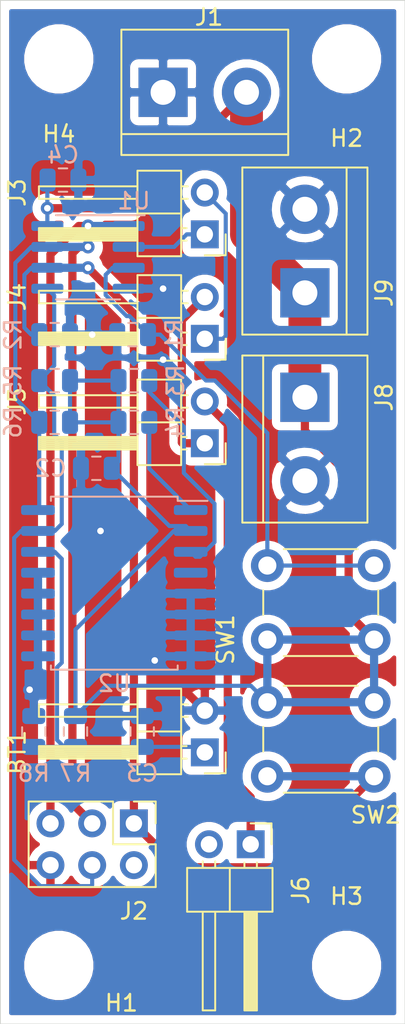
<source format=kicad_pcb>
(kicad_pcb (version 20171130) (host pcbnew "(5.1.5)-3")

  (general
    (thickness 1.6)
    (drawings 4)
    (tracks 151)
    (zones 0)
    (modules 28)
    (nets 18)
  )

  (page A4)
  (layers
    (0 F.Cu signal hide)
    (31 B.Cu signal hide)
    (32 B.Adhes user hide)
    (33 F.Adhes user hide)
    (34 B.Paste user hide)
    (35 F.Paste user hide)
    (36 B.SilkS user)
    (37 F.SilkS user)
    (38 B.Mask user)
    (39 F.Mask user)
    (40 Dwgs.User user)
    (41 Cmts.User user)
    (42 Eco1.User user)
    (43 Eco2.User user)
    (44 Edge.Cuts user)
    (45 Margin user)
    (46 B.CrtYd user)
    (47 F.CrtYd user)
    (48 B.Fab user hide)
    (49 F.Fab user hide)
  )

  (setup
    (last_trace_width 0.25)
    (user_trace_width 0.5)
    (user_trace_width 2)
    (trace_clearance 0.3)
    (zone_clearance 0.508)
    (zone_45_only no)
    (trace_min 0.2)
    (via_size 0.8)
    (via_drill 0.4)
    (via_min_size 0.4)
    (via_min_drill 0.3)
    (uvia_size 0.3)
    (uvia_drill 0.1)
    (uvias_allowed no)
    (uvia_min_size 0.2)
    (uvia_min_drill 0.1)
    (edge_width 0.05)
    (segment_width 0.2)
    (pcb_text_width 0.3)
    (pcb_text_size 1.5 1.5)
    (mod_edge_width 0.12)
    (mod_text_size 1 1)
    (mod_text_width 0.15)
    (pad_size 1.7 1.7)
    (pad_drill 1)
    (pad_to_mask_clearance 0.051)
    (solder_mask_min_width 0.25)
    (aux_axis_origin 0 0)
    (visible_elements 7FFFFFFF)
    (pcbplotparams
      (layerselection 0x010fc_ffffffff)
      (usegerberextensions false)
      (usegerberattributes false)
      (usegerberadvancedattributes false)
      (creategerberjobfile false)
      (excludeedgelayer true)
      (linewidth 0.150000)
      (plotframeref false)
      (viasonmask false)
      (mode 1)
      (useauxorigin false)
      (hpglpennumber 1)
      (hpglpenspeed 20)
      (hpglpendiameter 15.000000)
      (psnegative false)
      (psa4output false)
      (plotreference true)
      (plotvalue true)
      (plotinvisibletext false)
      (padsonsilk false)
      (subtractmaskfromsilk false)
      (outputformat 1)
      (mirror false)
      (drillshape 0)
      (scaleselection 1)
      (outputdirectory "ClockPCBv2Gerber/"))
  )

  (net 0 "")
  (net 1 GND)
  (net 2 DOWN)
  (net 3 VCC)
  (net 4 MOSI)
  (net 5 RESET)
  (net 6 SCK)
  (net 7 "Net-(J2-Pad2)")
  (net 8 "Net-(J3-Pad2)")
  (net 9 LEDSignal)
  (net 10 "Net-(J4-Pad2)")
  (net 11 "Net-(J5-Pad2)")
  (net 12 "Net-(J6-Pad2)")
  (net 13 MISO)
  (net 14 +BATT)
  (net 15 "Net-(U2-Pad4)")
  (net 16 "Net-(R3-Pad2)")
  (net 17 "Net-(R4-Pad2)")

  (net_class Default "This is the default net class."
    (clearance 0.3)
    (trace_width 0.25)
    (via_dia 0.8)
    (via_drill 0.4)
    (uvia_dia 0.3)
    (uvia_drill 0.1)
    (add_net +BATT)
    (add_net DOWN)
    (add_net GND)
    (add_net LEDSignal)
    (add_net MISO)
    (add_net MOSI)
    (add_net "Net-(J2-Pad2)")
    (add_net "Net-(J3-Pad2)")
    (add_net "Net-(J4-Pad2)")
    (add_net "Net-(J5-Pad2)")
    (add_net "Net-(J6-Pad2)")
    (add_net "Net-(R3-Pad2)")
    (add_net "Net-(R4-Pad2)")
    (add_net "Net-(U2-Pad4)")
    (add_net RESET)
    (add_net SCK)
    (add_net VCC)
  )

  (net_class Power ""
    (clearance 0.4)
    (trace_width 0.8)
    (via_dia 0.8)
    (via_drill 0.4)
    (uvia_dia 0.3)
    (uvia_drill 0.1)
  )

  (module Connector_PinHeader_2.54mm:PinHeader_1x02_P2.54mm_Horizontal (layer F.Cu) (tedit 59FED5CB) (tstamp 5F7A8F61)
    (at 180.594 77.47 180)
    (descr "Through hole angled pin header, 1x02, 2.54mm pitch, 6mm pin length, single row")
    (tags "Through hole angled pin header THT 1x02 2.54mm single row")
    (path /5F784F60)
    (fp_text reference J3 (at 11.43 2.54 90) (layer F.SilkS)
      (effects (font (size 1 1) (thickness 0.15)))
    )
    (fp_text value "Top dot" (at 4.385 4.81) (layer F.Fab)
      (effects (font (size 1 1) (thickness 0.15)))
    )
    (fp_text user %R (at 2.77 1.27 90) (layer F.Fab)
      (effects (font (size 1 1) (thickness 0.15)))
    )
    (fp_line (start 10.55 -1.8) (end -1.8 -1.8) (layer F.CrtYd) (width 0.05))
    (fp_line (start 10.55 4.35) (end 10.55 -1.8) (layer F.CrtYd) (width 0.05))
    (fp_line (start -1.8 4.35) (end 10.55 4.35) (layer F.CrtYd) (width 0.05))
    (fp_line (start -1.8 -1.8) (end -1.8 4.35) (layer F.CrtYd) (width 0.05))
    (fp_line (start -1.27 -1.27) (end 0 -1.27) (layer F.SilkS) (width 0.12))
    (fp_line (start -1.27 0) (end -1.27 -1.27) (layer F.SilkS) (width 0.12))
    (fp_line (start 1.042929 2.92) (end 1.44 2.92) (layer F.SilkS) (width 0.12))
    (fp_line (start 1.042929 2.16) (end 1.44 2.16) (layer F.SilkS) (width 0.12))
    (fp_line (start 10.1 2.92) (end 4.1 2.92) (layer F.SilkS) (width 0.12))
    (fp_line (start 10.1 2.16) (end 10.1 2.92) (layer F.SilkS) (width 0.12))
    (fp_line (start 4.1 2.16) (end 10.1 2.16) (layer F.SilkS) (width 0.12))
    (fp_line (start 1.44 1.27) (end 4.1 1.27) (layer F.SilkS) (width 0.12))
    (fp_line (start 1.11 0.38) (end 1.44 0.38) (layer F.SilkS) (width 0.12))
    (fp_line (start 1.11 -0.38) (end 1.44 -0.38) (layer F.SilkS) (width 0.12))
    (fp_line (start 4.1 0.28) (end 10.1 0.28) (layer F.SilkS) (width 0.12))
    (fp_line (start 4.1 0.16) (end 10.1 0.16) (layer F.SilkS) (width 0.12))
    (fp_line (start 4.1 0.04) (end 10.1 0.04) (layer F.SilkS) (width 0.12))
    (fp_line (start 4.1 -0.08) (end 10.1 -0.08) (layer F.SilkS) (width 0.12))
    (fp_line (start 4.1 -0.2) (end 10.1 -0.2) (layer F.SilkS) (width 0.12))
    (fp_line (start 4.1 -0.32) (end 10.1 -0.32) (layer F.SilkS) (width 0.12))
    (fp_line (start 10.1 0.38) (end 4.1 0.38) (layer F.SilkS) (width 0.12))
    (fp_line (start 10.1 -0.38) (end 10.1 0.38) (layer F.SilkS) (width 0.12))
    (fp_line (start 4.1 -0.38) (end 10.1 -0.38) (layer F.SilkS) (width 0.12))
    (fp_line (start 4.1 -1.33) (end 1.44 -1.33) (layer F.SilkS) (width 0.12))
    (fp_line (start 4.1 3.87) (end 4.1 -1.33) (layer F.SilkS) (width 0.12))
    (fp_line (start 1.44 3.87) (end 4.1 3.87) (layer F.SilkS) (width 0.12))
    (fp_line (start 1.44 -1.33) (end 1.44 3.87) (layer F.SilkS) (width 0.12))
    (fp_line (start 4.04 2.86) (end 10.04 2.86) (layer F.Fab) (width 0.1))
    (fp_line (start 10.04 2.22) (end 10.04 2.86) (layer F.Fab) (width 0.1))
    (fp_line (start 4.04 2.22) (end 10.04 2.22) (layer F.Fab) (width 0.1))
    (fp_line (start -0.32 2.86) (end 1.5 2.86) (layer F.Fab) (width 0.1))
    (fp_line (start -0.32 2.22) (end -0.32 2.86) (layer F.Fab) (width 0.1))
    (fp_line (start -0.32 2.22) (end 1.5 2.22) (layer F.Fab) (width 0.1))
    (fp_line (start 4.04 0.32) (end 10.04 0.32) (layer F.Fab) (width 0.1))
    (fp_line (start 10.04 -0.32) (end 10.04 0.32) (layer F.Fab) (width 0.1))
    (fp_line (start 4.04 -0.32) (end 10.04 -0.32) (layer F.Fab) (width 0.1))
    (fp_line (start -0.32 0.32) (end 1.5 0.32) (layer F.Fab) (width 0.1))
    (fp_line (start -0.32 -0.32) (end -0.32 0.32) (layer F.Fab) (width 0.1))
    (fp_line (start -0.32 -0.32) (end 1.5 -0.32) (layer F.Fab) (width 0.1))
    (fp_line (start 1.5 -0.635) (end 2.135 -1.27) (layer F.Fab) (width 0.1))
    (fp_line (start 1.5 3.81) (end 1.5 -0.635) (layer F.Fab) (width 0.1))
    (fp_line (start 4.04 3.81) (end 1.5 3.81) (layer F.Fab) (width 0.1))
    (fp_line (start 4.04 -1.27) (end 4.04 3.81) (layer F.Fab) (width 0.1))
    (fp_line (start 2.135 -1.27) (end 4.04 -1.27) (layer F.Fab) (width 0.1))
    (pad 2 thru_hole oval (at 0 2.54 180) (size 1.7 1.7) (drill 1) (layers *.Cu *.Mask)
      (net 8 "Net-(J3-Pad2)"))
    (pad 1 thru_hole rect (at 0 0 180) (size 1.7 1.7) (drill 1) (layers *.Cu *.Mask)
      (net 9 LEDSignal))
    (model ${KISYS3DMOD}/Connector_PinHeader_2.54mm.3dshapes/PinHeader_1x02_P2.54mm_Horizontal.wrl
      (at (xyz 0 0 0))
      (scale (xyz 1 1 1))
      (rotate (xyz 0 0 0))
    )
  )

  (module Connector_PinHeader_2.54mm:PinHeader_1x02_P2.54mm_Horizontal (layer F.Cu) (tedit 59FED5CB) (tstamp 5FB0FFC9)
    (at 180.594 108.966 180)
    (descr "Through hole angled pin header, 1x02, 2.54mm pitch, 6mm pin length, single row")
    (tags "Through hole angled pin header THT 1x02 2.54mm single row")
    (path /5FB27F0B)
    (fp_text reference BT1 (at 11.43 0 90) (layer F.SilkS)
      (effects (font (size 1 1) (thickness 0.15)))
    )
    (fp_text value Battery_Cell (at 4.385 4.81) (layer F.Fab)
      (effects (font (size 1 1) (thickness 0.15)))
    )
    (fp_text user %R (at 2.77 1.27 90) (layer F.Fab)
      (effects (font (size 1 1) (thickness 0.15)))
    )
    (fp_line (start 10.55 -1.8) (end -1.8 -1.8) (layer F.CrtYd) (width 0.05))
    (fp_line (start 10.55 4.35) (end 10.55 -1.8) (layer F.CrtYd) (width 0.05))
    (fp_line (start -1.8 4.35) (end 10.55 4.35) (layer F.CrtYd) (width 0.05))
    (fp_line (start -1.8 -1.8) (end -1.8 4.35) (layer F.CrtYd) (width 0.05))
    (fp_line (start -1.27 -1.27) (end 0 -1.27) (layer F.SilkS) (width 0.12))
    (fp_line (start -1.27 0) (end -1.27 -1.27) (layer F.SilkS) (width 0.12))
    (fp_line (start 1.042929 2.92) (end 1.44 2.92) (layer F.SilkS) (width 0.12))
    (fp_line (start 1.042929 2.16) (end 1.44 2.16) (layer F.SilkS) (width 0.12))
    (fp_line (start 10.1 2.92) (end 4.1 2.92) (layer F.SilkS) (width 0.12))
    (fp_line (start 10.1 2.16) (end 10.1 2.92) (layer F.SilkS) (width 0.12))
    (fp_line (start 4.1 2.16) (end 10.1 2.16) (layer F.SilkS) (width 0.12))
    (fp_line (start 1.44 1.27) (end 4.1 1.27) (layer F.SilkS) (width 0.12))
    (fp_line (start 1.11 0.38) (end 1.44 0.38) (layer F.SilkS) (width 0.12))
    (fp_line (start 1.11 -0.38) (end 1.44 -0.38) (layer F.SilkS) (width 0.12))
    (fp_line (start 4.1 0.28) (end 10.1 0.28) (layer F.SilkS) (width 0.12))
    (fp_line (start 4.1 0.16) (end 10.1 0.16) (layer F.SilkS) (width 0.12))
    (fp_line (start 4.1 0.04) (end 10.1 0.04) (layer F.SilkS) (width 0.12))
    (fp_line (start 4.1 -0.08) (end 10.1 -0.08) (layer F.SilkS) (width 0.12))
    (fp_line (start 4.1 -0.2) (end 10.1 -0.2) (layer F.SilkS) (width 0.12))
    (fp_line (start 4.1 -0.32) (end 10.1 -0.32) (layer F.SilkS) (width 0.12))
    (fp_line (start 10.1 0.38) (end 4.1 0.38) (layer F.SilkS) (width 0.12))
    (fp_line (start 10.1 -0.38) (end 10.1 0.38) (layer F.SilkS) (width 0.12))
    (fp_line (start 4.1 -0.38) (end 10.1 -0.38) (layer F.SilkS) (width 0.12))
    (fp_line (start 4.1 -1.33) (end 1.44 -1.33) (layer F.SilkS) (width 0.12))
    (fp_line (start 4.1 3.87) (end 4.1 -1.33) (layer F.SilkS) (width 0.12))
    (fp_line (start 1.44 3.87) (end 4.1 3.87) (layer F.SilkS) (width 0.12))
    (fp_line (start 1.44 -1.33) (end 1.44 3.87) (layer F.SilkS) (width 0.12))
    (fp_line (start 4.04 2.86) (end 10.04 2.86) (layer F.Fab) (width 0.1))
    (fp_line (start 10.04 2.22) (end 10.04 2.86) (layer F.Fab) (width 0.1))
    (fp_line (start 4.04 2.22) (end 10.04 2.22) (layer F.Fab) (width 0.1))
    (fp_line (start -0.32 2.86) (end 1.5 2.86) (layer F.Fab) (width 0.1))
    (fp_line (start -0.32 2.22) (end -0.32 2.86) (layer F.Fab) (width 0.1))
    (fp_line (start -0.32 2.22) (end 1.5 2.22) (layer F.Fab) (width 0.1))
    (fp_line (start 4.04 0.32) (end 10.04 0.32) (layer F.Fab) (width 0.1))
    (fp_line (start 10.04 -0.32) (end 10.04 0.32) (layer F.Fab) (width 0.1))
    (fp_line (start 4.04 -0.32) (end 10.04 -0.32) (layer F.Fab) (width 0.1))
    (fp_line (start -0.32 0.32) (end 1.5 0.32) (layer F.Fab) (width 0.1))
    (fp_line (start -0.32 -0.32) (end -0.32 0.32) (layer F.Fab) (width 0.1))
    (fp_line (start -0.32 -0.32) (end 1.5 -0.32) (layer F.Fab) (width 0.1))
    (fp_line (start 1.5 -0.635) (end 2.135 -1.27) (layer F.Fab) (width 0.1))
    (fp_line (start 1.5 3.81) (end 1.5 -0.635) (layer F.Fab) (width 0.1))
    (fp_line (start 4.04 3.81) (end 1.5 3.81) (layer F.Fab) (width 0.1))
    (fp_line (start 4.04 -1.27) (end 4.04 3.81) (layer F.Fab) (width 0.1))
    (fp_line (start 2.135 -1.27) (end 4.04 -1.27) (layer F.Fab) (width 0.1))
    (pad 2 thru_hole oval (at 0 2.54 180) (size 1.7 1.7) (drill 1) (layers *.Cu *.Mask)
      (net 1 GND))
    (pad 1 thru_hole rect (at 0 0 180) (size 1.7 1.7) (drill 1) (layers *.Cu *.Mask)
      (net 14 +BATT))
    (model ${KISYS3DMOD}/Connector_PinHeader_2.54mm.3dshapes/PinHeader_1x02_P2.54mm_Horizontal.wrl
      (at (xyz 0 0 0))
      (scale (xyz 1 1 1))
      (rotate (xyz 0 0 0))
    )
  )

  (module Connector_PinHeader_2.54mm:PinHeader_1x02_P2.54mm_Horizontal (layer F.Cu) (tedit 59FED5CB) (tstamp 5F7A8FA3)
    (at 183.388 114.554 270)
    (descr "Through hole angled pin header, 1x02, 2.54mm pitch, 6mm pin length, single row")
    (tags "Through hole angled pin header THT 1x02 2.54mm single row")
    (path /5F78541C)
    (fp_text reference J6 (at 2.794 -3.048 90) (layer F.SilkS)
      (effects (font (size 1 1) (thickness 0.15)))
    )
    (fp_text value "Lower dot" (at 4.385 4.81 90) (layer F.Fab)
      (effects (font (size 1 1) (thickness 0.15)))
    )
    (fp_text user %R (at 2.77 1.27) (layer F.Fab)
      (effects (font (size 1 1) (thickness 0.15)))
    )
    (fp_line (start 10.55 -1.8) (end -1.8 -1.8) (layer F.CrtYd) (width 0.05))
    (fp_line (start 10.55 4.35) (end 10.55 -1.8) (layer F.CrtYd) (width 0.05))
    (fp_line (start -1.8 4.35) (end 10.55 4.35) (layer F.CrtYd) (width 0.05))
    (fp_line (start -1.8 -1.8) (end -1.8 4.35) (layer F.CrtYd) (width 0.05))
    (fp_line (start -1.27 -1.27) (end 0 -1.27) (layer F.SilkS) (width 0.12))
    (fp_line (start -1.27 0) (end -1.27 -1.27) (layer F.SilkS) (width 0.12))
    (fp_line (start 1.042929 2.92) (end 1.44 2.92) (layer F.SilkS) (width 0.12))
    (fp_line (start 1.042929 2.16) (end 1.44 2.16) (layer F.SilkS) (width 0.12))
    (fp_line (start 10.1 2.92) (end 4.1 2.92) (layer F.SilkS) (width 0.12))
    (fp_line (start 10.1 2.16) (end 10.1 2.92) (layer F.SilkS) (width 0.12))
    (fp_line (start 4.1 2.16) (end 10.1 2.16) (layer F.SilkS) (width 0.12))
    (fp_line (start 1.44 1.27) (end 4.1 1.27) (layer F.SilkS) (width 0.12))
    (fp_line (start 1.11 0.38) (end 1.44 0.38) (layer F.SilkS) (width 0.12))
    (fp_line (start 1.11 -0.38) (end 1.44 -0.38) (layer F.SilkS) (width 0.12))
    (fp_line (start 4.1 0.28) (end 10.1 0.28) (layer F.SilkS) (width 0.12))
    (fp_line (start 4.1 0.16) (end 10.1 0.16) (layer F.SilkS) (width 0.12))
    (fp_line (start 4.1 0.04) (end 10.1 0.04) (layer F.SilkS) (width 0.12))
    (fp_line (start 4.1 -0.08) (end 10.1 -0.08) (layer F.SilkS) (width 0.12))
    (fp_line (start 4.1 -0.2) (end 10.1 -0.2) (layer F.SilkS) (width 0.12))
    (fp_line (start 4.1 -0.32) (end 10.1 -0.32) (layer F.SilkS) (width 0.12))
    (fp_line (start 10.1 0.38) (end 4.1 0.38) (layer F.SilkS) (width 0.12))
    (fp_line (start 10.1 -0.38) (end 10.1 0.38) (layer F.SilkS) (width 0.12))
    (fp_line (start 4.1 -0.38) (end 10.1 -0.38) (layer F.SilkS) (width 0.12))
    (fp_line (start 4.1 -1.33) (end 1.44 -1.33) (layer F.SilkS) (width 0.12))
    (fp_line (start 4.1 3.87) (end 4.1 -1.33) (layer F.SilkS) (width 0.12))
    (fp_line (start 1.44 3.87) (end 4.1 3.87) (layer F.SilkS) (width 0.12))
    (fp_line (start 1.44 -1.33) (end 1.44 3.87) (layer F.SilkS) (width 0.12))
    (fp_line (start 4.04 2.86) (end 10.04 2.86) (layer F.Fab) (width 0.1))
    (fp_line (start 10.04 2.22) (end 10.04 2.86) (layer F.Fab) (width 0.1))
    (fp_line (start 4.04 2.22) (end 10.04 2.22) (layer F.Fab) (width 0.1))
    (fp_line (start -0.32 2.86) (end 1.5 2.86) (layer F.Fab) (width 0.1))
    (fp_line (start -0.32 2.22) (end -0.32 2.86) (layer F.Fab) (width 0.1))
    (fp_line (start -0.32 2.22) (end 1.5 2.22) (layer F.Fab) (width 0.1))
    (fp_line (start 4.04 0.32) (end 10.04 0.32) (layer F.Fab) (width 0.1))
    (fp_line (start 10.04 -0.32) (end 10.04 0.32) (layer F.Fab) (width 0.1))
    (fp_line (start 4.04 -0.32) (end 10.04 -0.32) (layer F.Fab) (width 0.1))
    (fp_line (start -0.32 0.32) (end 1.5 0.32) (layer F.Fab) (width 0.1))
    (fp_line (start -0.32 -0.32) (end -0.32 0.32) (layer F.Fab) (width 0.1))
    (fp_line (start -0.32 -0.32) (end 1.5 -0.32) (layer F.Fab) (width 0.1))
    (fp_line (start 1.5 -0.635) (end 2.135 -1.27) (layer F.Fab) (width 0.1))
    (fp_line (start 1.5 3.81) (end 1.5 -0.635) (layer F.Fab) (width 0.1))
    (fp_line (start 4.04 3.81) (end 1.5 3.81) (layer F.Fab) (width 0.1))
    (fp_line (start 4.04 -1.27) (end 4.04 3.81) (layer F.Fab) (width 0.1))
    (fp_line (start 2.135 -1.27) (end 4.04 -1.27) (layer F.Fab) (width 0.1))
    (pad 2 thru_hole oval (at 0 2.54 270) (size 1.7 1.7) (drill 1) (layers *.Cu *.Mask)
      (net 12 "Net-(J6-Pad2)"))
    (pad 1 thru_hole rect (at 0 0 270) (size 1.7 1.7) (drill 1) (layers *.Cu *.Mask)
      (net 11 "Net-(J5-Pad2)"))
    (model ${KISYS3DMOD}/Connector_PinHeader_2.54mm.3dshapes/PinHeader_1x02_P2.54mm_Horizontal.wrl
      (at (xyz 0 0 0))
      (scale (xyz 1 1 1))
      (rotate (xyz 0 0 0))
    )
  )

  (module Package_SO:SOIC-8_3.9x4.9mm_P1.27mm (layer B.Cu) (tedit 5D9F72B1) (tstamp 5F7A9056)
    (at 173.482 78.867 180)
    (descr "SOIC, 8 Pin (JEDEC MS-012AA, https://www.analog.com/media/en/package-pcb-resources/package/pkg_pdf/soic_narrow-r/r_8.pdf), generated with kicad-footprint-generator ipc_gullwing_generator.py")
    (tags "SOIC SO")
    (path /5F7832B4)
    (attr smd)
    (fp_text reference U1 (at -2.794 3.429) (layer B.SilkS)
      (effects (font (size 1 1) (thickness 0.15)) (justify mirror))
    )
    (fp_text value ATtiny85-20SU (at 0 -3.4) (layer B.Fab)
      (effects (font (size 1 1) (thickness 0.15)) (justify mirror))
    )
    (fp_text user %R (at 0 0) (layer B.Fab)
      (effects (font (size 0.98 0.98) (thickness 0.15)) (justify mirror))
    )
    (fp_line (start 3.7 2.7) (end -3.7 2.7) (layer B.CrtYd) (width 0.05))
    (fp_line (start 3.7 -2.7) (end 3.7 2.7) (layer B.CrtYd) (width 0.05))
    (fp_line (start -3.7 -2.7) (end 3.7 -2.7) (layer B.CrtYd) (width 0.05))
    (fp_line (start -3.7 2.7) (end -3.7 -2.7) (layer B.CrtYd) (width 0.05))
    (fp_line (start -1.95 1.475) (end -0.975 2.45) (layer B.Fab) (width 0.1))
    (fp_line (start -1.95 -2.45) (end -1.95 1.475) (layer B.Fab) (width 0.1))
    (fp_line (start 1.95 -2.45) (end -1.95 -2.45) (layer B.Fab) (width 0.1))
    (fp_line (start 1.95 2.45) (end 1.95 -2.45) (layer B.Fab) (width 0.1))
    (fp_line (start -0.975 2.45) (end 1.95 2.45) (layer B.Fab) (width 0.1))
    (fp_line (start 0 2.56) (end -3.45 2.56) (layer B.SilkS) (width 0.12))
    (fp_line (start 0 2.56) (end 1.95 2.56) (layer B.SilkS) (width 0.12))
    (fp_line (start 0 -2.56) (end -1.95 -2.56) (layer B.SilkS) (width 0.12))
    (fp_line (start 0 -2.56) (end 1.95 -2.56) (layer B.SilkS) (width 0.12))
    (pad 8 smd roundrect (at 2.475 1.905 180) (size 1.95 0.6) (layers B.Cu B.Paste B.Mask) (roundrect_rratio 0.25)
      (net 3 VCC))
    (pad 7 smd roundrect (at 2.475 0.635 180) (size 1.95 0.6) (layers B.Cu B.Paste B.Mask) (roundrect_rratio 0.25)
      (net 6 SCK))
    (pad 6 smd roundrect (at 2.475 -0.635 180) (size 1.95 0.6) (layers B.Cu B.Paste B.Mask) (roundrect_rratio 0.25)
      (net 13 MISO))
    (pad 5 smd roundrect (at 2.475 -1.905 180) (size 1.95 0.6) (layers B.Cu B.Paste B.Mask) (roundrect_rratio 0.25)
      (net 4 MOSI))
    (pad 4 smd roundrect (at -2.475 -1.905 180) (size 1.95 0.6) (layers B.Cu B.Paste B.Mask) (roundrect_rratio 0.25)
      (net 1 GND))
    (pad 3 smd roundrect (at -2.475 -0.635 180) (size 1.95 0.6) (layers B.Cu B.Paste B.Mask) (roundrect_rratio 0.25)
      (net 2 DOWN))
    (pad 2 smd roundrect (at -2.475 0.635 180) (size 1.95 0.6) (layers B.Cu B.Paste B.Mask) (roundrect_rratio 0.25)
      (net 9 LEDSignal))
    (pad 1 smd roundrect (at -2.475 1.905 180) (size 1.95 0.6) (layers B.Cu B.Paste B.Mask) (roundrect_rratio 0.25)
      (net 5 RESET))
    (model ${KISYS3DMOD}/Package_SO.3dshapes/SOIC-8_3.9x4.9mm_P1.27mm.wrl
      (at (xyz 0 0 0))
      (scale (xyz 1 1 1))
      (rotate (xyz 0 0 0))
    )
  )

  (module Package_SO:SOIC-16W_7.5x10.3mm_P1.27mm (layer B.Cu) (tedit 5D9F72B1) (tstamp 5FB10377)
    (at 175.084 98.679 180)
    (descr "SOIC, 16 Pin (JEDEC MS-013AA, https://www.analog.com/media/en/package-pcb-resources/package/pkg_pdf/soic_wide-rw/rw_16.pdf), generated with kicad-footprint-generator ipc_gullwing_generator.py")
    (tags "SOIC SO")
    (path /5FB1BBC3)
    (attr smd)
    (fp_text reference U2 (at 0 -6.096) (layer B.SilkS)
      (effects (font (size 1 1) (thickness 0.15)) (justify mirror))
    )
    (fp_text value DS3231M (at 0 -6.1) (layer B.Fab)
      (effects (font (size 1 1) (thickness 0.15)) (justify mirror))
    )
    (fp_text user %R (at 0 0) (layer B.Fab)
      (effects (font (size 1 1) (thickness 0.15)) (justify mirror))
    )
    (fp_line (start 5.93 5.4) (end -5.93 5.4) (layer B.CrtYd) (width 0.05))
    (fp_line (start 5.93 -5.4) (end 5.93 5.4) (layer B.CrtYd) (width 0.05))
    (fp_line (start -5.93 -5.4) (end 5.93 -5.4) (layer B.CrtYd) (width 0.05))
    (fp_line (start -5.93 5.4) (end -5.93 -5.4) (layer B.CrtYd) (width 0.05))
    (fp_line (start -3.75 4.15) (end -2.75 5.15) (layer B.Fab) (width 0.1))
    (fp_line (start -3.75 -5.15) (end -3.75 4.15) (layer B.Fab) (width 0.1))
    (fp_line (start 3.75 -5.15) (end -3.75 -5.15) (layer B.Fab) (width 0.1))
    (fp_line (start 3.75 5.15) (end 3.75 -5.15) (layer B.Fab) (width 0.1))
    (fp_line (start -2.75 5.15) (end 3.75 5.15) (layer B.Fab) (width 0.1))
    (fp_line (start -3.86 5.005) (end -5.675 5.005) (layer B.SilkS) (width 0.12))
    (fp_line (start -3.86 5.26) (end -3.86 5.005) (layer B.SilkS) (width 0.12))
    (fp_line (start 0 5.26) (end -3.86 5.26) (layer B.SilkS) (width 0.12))
    (fp_line (start 3.86 5.26) (end 3.86 5.005) (layer B.SilkS) (width 0.12))
    (fp_line (start 0 5.26) (end 3.86 5.26) (layer B.SilkS) (width 0.12))
    (fp_line (start -3.86 -5.26) (end -3.86 -5.005) (layer B.SilkS) (width 0.12))
    (fp_line (start 0 -5.26) (end -3.86 -5.26) (layer B.SilkS) (width 0.12))
    (fp_line (start 3.86 -5.26) (end 3.86 -5.005) (layer B.SilkS) (width 0.12))
    (fp_line (start 0 -5.26) (end 3.86 -5.26) (layer B.SilkS) (width 0.12))
    (pad 16 smd roundrect (at 4.65 4.445 180) (size 2.05 0.6) (layers B.Cu B.Paste B.Mask) (roundrect_rratio 0.25)
      (net 6 SCK))
    (pad 15 smd roundrect (at 4.65 3.175 180) (size 2.05 0.6) (layers B.Cu B.Paste B.Mask) (roundrect_rratio 0.25)
      (net 4 MOSI))
    (pad 14 smd roundrect (at 4.65 1.905 180) (size 2.05 0.6) (layers B.Cu B.Paste B.Mask) (roundrect_rratio 0.25)
      (net 14 +BATT))
    (pad 13 smd roundrect (at 4.65 0.635 180) (size 2.05 0.6) (layers B.Cu B.Paste B.Mask) (roundrect_rratio 0.25)
      (net 1 GND))
    (pad 12 smd roundrect (at 4.65 -0.635 180) (size 2.05 0.6) (layers B.Cu B.Paste B.Mask) (roundrect_rratio 0.25)
      (net 1 GND))
    (pad 11 smd roundrect (at 4.65 -1.905 180) (size 2.05 0.6) (layers B.Cu B.Paste B.Mask) (roundrect_rratio 0.25)
      (net 1 GND))
    (pad 10 smd roundrect (at 4.65 -3.175 180) (size 2.05 0.6) (layers B.Cu B.Paste B.Mask) (roundrect_rratio 0.25)
      (net 1 GND))
    (pad 9 smd roundrect (at 4.65 -4.445 180) (size 2.05 0.6) (layers B.Cu B.Paste B.Mask) (roundrect_rratio 0.25)
      (net 1 GND))
    (pad 8 smd roundrect (at -4.65 -4.445 180) (size 2.05 0.6) (layers B.Cu B.Paste B.Mask) (roundrect_rratio 0.25)
      (net 1 GND))
    (pad 7 smd roundrect (at -4.65 -3.175 180) (size 2.05 0.6) (layers B.Cu B.Paste B.Mask) (roundrect_rratio 0.25)
      (net 1 GND))
    (pad 6 smd roundrect (at -4.65 -1.905 180) (size 2.05 0.6) (layers B.Cu B.Paste B.Mask) (roundrect_rratio 0.25)
      (net 1 GND))
    (pad 5 smd roundrect (at -4.65 -0.635 180) (size 2.05 0.6) (layers B.Cu B.Paste B.Mask) (roundrect_rratio 0.25)
      (net 1 GND))
    (pad 4 smd roundrect (at -4.65 0.635 180) (size 2.05 0.6) (layers B.Cu B.Paste B.Mask) (roundrect_rratio 0.25)
      (net 15 "Net-(U2-Pad4)"))
    (pad 3 smd roundrect (at -4.65 1.905 180) (size 2.05 0.6) (layers B.Cu B.Paste B.Mask) (roundrect_rratio 0.25)
      (net 16 "Net-(R3-Pad2)"))
    (pad 2 smd roundrect (at -4.65 3.175 180) (size 2.05 0.6) (layers B.Cu B.Paste B.Mask) (roundrect_rratio 0.25)
      (net 3 VCC))
    (pad 1 smd roundrect (at -4.65 4.445 180) (size 2.05 0.6) (layers B.Cu B.Paste B.Mask) (roundrect_rratio 0.25)
      (net 17 "Net-(R4-Pad2)"))
    (model ${KISYS3DMOD}/Package_SO.3dshapes/SOIC-16W_7.5x10.3mm_P1.27mm.wrl
      (at (xyz 0 0 0))
      (scale (xyz 1 1 1))
      (rotate (xyz 0 0 0))
    )
  )

  (module Resistor_SMD:R_0805_2012Metric (layer B.Cu) (tedit 5B36C52B) (tstamp 5FB102BD)
    (at 170.18 107.696 90)
    (descr "Resistor SMD 0805 (2012 Metric), square (rectangular) end terminal, IPC_7351 nominal, (Body size source: https://docs.google.com/spreadsheets/d/1BsfQQcO9C6DZCsRaXUlFlo91Tg2WpOkGARC1WS5S8t0/edit?usp=sharing), generated with kicad-footprint-generator")
    (tags resistor)
    (path /5FB64DFF)
    (attr smd)
    (fp_text reference R8 (at -2.54 0 180) (layer B.SilkS)
      (effects (font (size 1 1) (thickness 0.15)) (justify mirror))
    )
    (fp_text value 10k (at 0 -1.65 90) (layer B.Fab)
      (effects (font (size 1 1) (thickness 0.15)) (justify mirror))
    )
    (fp_text user %R (at 0 0 90) (layer B.Fab)
      (effects (font (size 0.5 0.5) (thickness 0.08)) (justify mirror))
    )
    (fp_line (start 1.68 -0.95) (end -1.68 -0.95) (layer B.CrtYd) (width 0.05))
    (fp_line (start 1.68 0.95) (end 1.68 -0.95) (layer B.CrtYd) (width 0.05))
    (fp_line (start -1.68 0.95) (end 1.68 0.95) (layer B.CrtYd) (width 0.05))
    (fp_line (start -1.68 -0.95) (end -1.68 0.95) (layer B.CrtYd) (width 0.05))
    (fp_line (start -0.258578 -0.71) (end 0.258578 -0.71) (layer B.SilkS) (width 0.12))
    (fp_line (start -0.258578 0.71) (end 0.258578 0.71) (layer B.SilkS) (width 0.12))
    (fp_line (start 1 -0.6) (end -1 -0.6) (layer B.Fab) (width 0.1))
    (fp_line (start 1 0.6) (end 1 -0.6) (layer B.Fab) (width 0.1))
    (fp_line (start -1 0.6) (end 1 0.6) (layer B.Fab) (width 0.1))
    (fp_line (start -1 -0.6) (end -1 0.6) (layer B.Fab) (width 0.1))
    (pad 2 smd roundrect (at 0.9375 0 90) (size 0.975 1.4) (layers B.Cu B.Paste B.Mask) (roundrect_rratio 0.25)
      (net 1 GND))
    (pad 1 smd roundrect (at -0.9375 0 90) (size 0.975 1.4) (layers B.Cu B.Paste B.Mask) (roundrect_rratio 0.25)
      (net 14 +BATT))
    (model ${KISYS3DMOD}/Resistor_SMD.3dshapes/R_0805_2012Metric.wrl
      (at (xyz 0 0 0))
      (scale (xyz 1 1 1))
      (rotate (xyz 0 0 0))
    )
  )

  (module Resistor_SMD:R_0805_2012Metric (layer B.Cu) (tedit 5B36C52B) (tstamp 5FB102AC)
    (at 172.72 107.696 270)
    (descr "Resistor SMD 0805 (2012 Metric), square (rectangular) end terminal, IPC_7351 nominal, (Body size source: https://docs.google.com/spreadsheets/d/1BsfQQcO9C6DZCsRaXUlFlo91Tg2WpOkGARC1WS5S8t0/edit?usp=sharing), generated with kicad-footprint-generator")
    (tags resistor)
    (path /5FB5F05D)
    (attr smd)
    (fp_text reference R7 (at 2.54 0 180) (layer B.SilkS)
      (effects (font (size 1 1) (thickness 0.15)) (justify mirror))
    )
    (fp_text value 10k (at 0 -1.65 90) (layer B.Fab)
      (effects (font (size 1 1) (thickness 0.15)) (justify mirror))
    )
    (fp_text user %R (at 0 0 90) (layer B.Fab)
      (effects (font (size 0.5 0.5) (thickness 0.08)) (justify mirror))
    )
    (fp_line (start 1.68 -0.95) (end -1.68 -0.95) (layer B.CrtYd) (width 0.05))
    (fp_line (start 1.68 0.95) (end 1.68 -0.95) (layer B.CrtYd) (width 0.05))
    (fp_line (start -1.68 0.95) (end 1.68 0.95) (layer B.CrtYd) (width 0.05))
    (fp_line (start -1.68 -0.95) (end -1.68 0.95) (layer B.CrtYd) (width 0.05))
    (fp_line (start -0.258578 -0.71) (end 0.258578 -0.71) (layer B.SilkS) (width 0.12))
    (fp_line (start -0.258578 0.71) (end 0.258578 0.71) (layer B.SilkS) (width 0.12))
    (fp_line (start 1 -0.6) (end -1 -0.6) (layer B.Fab) (width 0.1))
    (fp_line (start 1 0.6) (end 1 -0.6) (layer B.Fab) (width 0.1))
    (fp_line (start -1 0.6) (end 1 0.6) (layer B.Fab) (width 0.1))
    (fp_line (start -1 -0.6) (end -1 0.6) (layer B.Fab) (width 0.1))
    (pad 2 smd roundrect (at 0.9375 0 270) (size 0.975 1.4) (layers B.Cu B.Paste B.Mask) (roundrect_rratio 0.25)
      (net 14 +BATT))
    (pad 1 smd roundrect (at -0.9375 0 270) (size 0.975 1.4) (layers B.Cu B.Paste B.Mask) (roundrect_rratio 0.25)
      (net 3 VCC))
    (model ${KISYS3DMOD}/Resistor_SMD.3dshapes/R_0805_2012Metric.wrl
      (at (xyz 0 0 0))
      (scale (xyz 1 1 1))
      (rotate (xyz 0 0 0))
    )
  )

  (module Resistor_SMD:R_0805_2012Metric (layer B.Cu) (tedit 5B36C52B) (tstamp 5FB1029B)
    (at 176.276 86.36)
    (descr "Resistor SMD 0805 (2012 Metric), square (rectangular) end terminal, IPC_7351 nominal, (Body size source: https://docs.google.com/spreadsheets/d/1BsfQQcO9C6DZCsRaXUlFlo91Tg2WpOkGARC1WS5S8t0/edit?usp=sharing), generated with kicad-footprint-generator")
    (tags resistor)
    (path /5FB428B0)
    (attr smd)
    (fp_text reference R3 (at 2.54 0 270) (layer B.SilkS)
      (effects (font (size 1 1) (thickness 0.15)) (justify mirror))
    )
    (fp_text value 10k (at 0 -1.65) (layer B.Fab)
      (effects (font (size 1 1) (thickness 0.15)) (justify mirror))
    )
    (fp_text user %R (at 0 0) (layer B.Fab)
      (effects (font (size 0.5 0.5) (thickness 0.08)) (justify mirror))
    )
    (fp_line (start 1.68 -0.95) (end -1.68 -0.95) (layer B.CrtYd) (width 0.05))
    (fp_line (start 1.68 0.95) (end 1.68 -0.95) (layer B.CrtYd) (width 0.05))
    (fp_line (start -1.68 0.95) (end 1.68 0.95) (layer B.CrtYd) (width 0.05))
    (fp_line (start -1.68 -0.95) (end -1.68 0.95) (layer B.CrtYd) (width 0.05))
    (fp_line (start -0.258578 -0.71) (end 0.258578 -0.71) (layer B.SilkS) (width 0.12))
    (fp_line (start -0.258578 0.71) (end 0.258578 0.71) (layer B.SilkS) (width 0.12))
    (fp_line (start 1 -0.6) (end -1 -0.6) (layer B.Fab) (width 0.1))
    (fp_line (start 1 0.6) (end 1 -0.6) (layer B.Fab) (width 0.1))
    (fp_line (start -1 0.6) (end 1 0.6) (layer B.Fab) (width 0.1))
    (fp_line (start -1 -0.6) (end -1 0.6) (layer B.Fab) (width 0.1))
    (pad 2 smd roundrect (at 0.9375 0) (size 0.975 1.4) (layers B.Cu B.Paste B.Mask) (roundrect_rratio 0.25)
      (net 16 "Net-(R3-Pad2)"))
    (pad 1 smd roundrect (at -0.9375 0) (size 0.975 1.4) (layers B.Cu B.Paste B.Mask) (roundrect_rratio 0.25)
      (net 3 VCC))
    (model ${KISYS3DMOD}/Resistor_SMD.3dshapes/R_0805_2012Metric.wrl
      (at (xyz 0 0 0))
      (scale (xyz 1 1 1))
      (rotate (xyz 0 0 0))
    )
  )

  (module Resistor_SMD:R_0805_2012Metric (layer B.Cu) (tedit 5B36C52B) (tstamp 5FB1028A)
    (at 176.276 88.9)
    (descr "Resistor SMD 0805 (2012 Metric), square (rectangular) end terminal, IPC_7351 nominal, (Body size source: https://docs.google.com/spreadsheets/d/1BsfQQcO9C6DZCsRaXUlFlo91Tg2WpOkGARC1WS5S8t0/edit?usp=sharing), generated with kicad-footprint-generator")
    (tags resistor)
    (path /5FB28859)
    (attr smd)
    (fp_text reference R4 (at 2.54 0 90) (layer B.SilkS)
      (effects (font (size 1 1) (thickness 0.15)) (justify mirror))
    )
    (fp_text value 10k (at 0 -1.65) (layer B.Fab)
      (effects (font (size 1 1) (thickness 0.15)) (justify mirror))
    )
    (fp_text user %R (at 0 0) (layer B.Fab)
      (effects (font (size 0.5 0.5) (thickness 0.08)) (justify mirror))
    )
    (fp_line (start 1.68 -0.95) (end -1.68 -0.95) (layer B.CrtYd) (width 0.05))
    (fp_line (start 1.68 0.95) (end 1.68 -0.95) (layer B.CrtYd) (width 0.05))
    (fp_line (start -1.68 0.95) (end 1.68 0.95) (layer B.CrtYd) (width 0.05))
    (fp_line (start -1.68 -0.95) (end -1.68 0.95) (layer B.CrtYd) (width 0.05))
    (fp_line (start -0.258578 -0.71) (end 0.258578 -0.71) (layer B.SilkS) (width 0.12))
    (fp_line (start -0.258578 0.71) (end 0.258578 0.71) (layer B.SilkS) (width 0.12))
    (fp_line (start 1 -0.6) (end -1 -0.6) (layer B.Fab) (width 0.1))
    (fp_line (start 1 0.6) (end 1 -0.6) (layer B.Fab) (width 0.1))
    (fp_line (start -1 0.6) (end 1 0.6) (layer B.Fab) (width 0.1))
    (fp_line (start -1 -0.6) (end -1 0.6) (layer B.Fab) (width 0.1))
    (pad 2 smd roundrect (at 0.9375 0) (size 0.975 1.4) (layers B.Cu B.Paste B.Mask) (roundrect_rratio 0.25)
      (net 17 "Net-(R4-Pad2)"))
    (pad 1 smd roundrect (at -0.9375 0) (size 0.975 1.4) (layers B.Cu B.Paste B.Mask) (roundrect_rratio 0.25)
      (net 3 VCC))
    (model ${KISYS3DMOD}/Resistor_SMD.3dshapes/R_0805_2012Metric.wrl
      (at (xyz 0 0 0))
      (scale (xyz 1 1 1))
      (rotate (xyz 0 0 0))
    )
  )

  (module Resistor_SMD:R_0805_2012Metric (layer B.Cu) (tedit 5B36C52B) (tstamp 5F7A8EB7)
    (at 171.45 83.566)
    (descr "Resistor SMD 0805 (2012 Metric), square (rectangular) end terminal, IPC_7351 nominal, (Body size source: https://docs.google.com/spreadsheets/d/1BsfQQcO9C6DZCsRaXUlFlo91Tg2WpOkGARC1WS5S8t0/edit?usp=sharing), generated with kicad-footprint-generator")
    (tags resistor)
    (path /5F78BE18)
    (attr smd)
    (fp_text reference R2 (at -2.54 0 90) (layer B.SilkS)
      (effects (font (size 1 1) (thickness 0.15)) (justify mirror))
    )
    (fp_text value 10k (at 0 -1.65) (layer B.Fab)
      (effects (font (size 1 1) (thickness 0.15)) (justify mirror))
    )
    (fp_text user %R (at 0 0) (layer B.Fab)
      (effects (font (size 0.5 0.5) (thickness 0.08)) (justify mirror))
    )
    (fp_line (start 1.68 -0.95) (end -1.68 -0.95) (layer B.CrtYd) (width 0.05))
    (fp_line (start 1.68 0.95) (end 1.68 -0.95) (layer B.CrtYd) (width 0.05))
    (fp_line (start -1.68 0.95) (end 1.68 0.95) (layer B.CrtYd) (width 0.05))
    (fp_line (start -1.68 -0.95) (end -1.68 0.95) (layer B.CrtYd) (width 0.05))
    (fp_line (start -0.258578 -0.71) (end 0.258578 -0.71) (layer B.SilkS) (width 0.12))
    (fp_line (start -0.258578 0.71) (end 0.258578 0.71) (layer B.SilkS) (width 0.12))
    (fp_line (start 1 -0.6) (end -1 -0.6) (layer B.Fab) (width 0.1))
    (fp_line (start 1 0.6) (end 1 -0.6) (layer B.Fab) (width 0.1))
    (fp_line (start -1 0.6) (end 1 0.6) (layer B.Fab) (width 0.1))
    (fp_line (start -1 -0.6) (end -1 0.6) (layer B.Fab) (width 0.1))
    (pad 2 smd roundrect (at 0.9375 0) (size 0.975 1.4) (layers B.Cu B.Paste B.Mask) (roundrect_rratio 0.25)
      (net 1 GND))
    (pad 1 smd roundrect (at -0.9375 0) (size 0.975 1.4) (layers B.Cu B.Paste B.Mask) (roundrect_rratio 0.25)
      (net 13 MISO))
    (model ${KISYS3DMOD}/Resistor_SMD.3dshapes/R_0805_2012Metric.wrl
      (at (xyz 0 0 0))
      (scale (xyz 1 1 1))
      (rotate (xyz 0 0 0))
    )
  )

  (module Resistor_SMD:R_0805_2012Metric (layer B.Cu) (tedit 5B36C52B) (tstamp 5F7A8ECE)
    (at 176.1975 83.566 180)
    (descr "Resistor SMD 0805 (2012 Metric), square (rectangular) end terminal, IPC_7351 nominal, (Body size source: https://docs.google.com/spreadsheets/d/1BsfQQcO9C6DZCsRaXUlFlo91Tg2WpOkGARC1WS5S8t0/edit?usp=sharing), generated with kicad-footprint-generator")
    (tags resistor)
    (path /5F78BB36)
    (attr smd)
    (fp_text reference R1 (at -2.54 0 90) (layer B.SilkS)
      (effects (font (size 1 1) (thickness 0.15)) (justify mirror))
    )
    (fp_text value 10k (at 0 -1.65) (layer B.Fab)
      (effects (font (size 1 1) (thickness 0.15)) (justify mirror))
    )
    (fp_text user %R (at 0 0) (layer B.Fab)
      (effects (font (size 0.5 0.5) (thickness 0.08)) (justify mirror))
    )
    (fp_line (start 1.68 -0.95) (end -1.68 -0.95) (layer B.CrtYd) (width 0.05))
    (fp_line (start 1.68 0.95) (end 1.68 -0.95) (layer B.CrtYd) (width 0.05))
    (fp_line (start -1.68 0.95) (end 1.68 0.95) (layer B.CrtYd) (width 0.05))
    (fp_line (start -1.68 -0.95) (end -1.68 0.95) (layer B.CrtYd) (width 0.05))
    (fp_line (start -0.258578 -0.71) (end 0.258578 -0.71) (layer B.SilkS) (width 0.12))
    (fp_line (start -0.258578 0.71) (end 0.258578 0.71) (layer B.SilkS) (width 0.12))
    (fp_line (start 1 -0.6) (end -1 -0.6) (layer B.Fab) (width 0.1))
    (fp_line (start 1 0.6) (end 1 -0.6) (layer B.Fab) (width 0.1))
    (fp_line (start -1 0.6) (end 1 0.6) (layer B.Fab) (width 0.1))
    (fp_line (start -1 -0.6) (end -1 0.6) (layer B.Fab) (width 0.1))
    (pad 2 smd roundrect (at 0.9375 0 180) (size 0.975 1.4) (layers B.Cu B.Paste B.Mask) (roundrect_rratio 0.25)
      (net 1 GND))
    (pad 1 smd roundrect (at -0.9375 0 180) (size 0.975 1.4) (layers B.Cu B.Paste B.Mask) (roundrect_rratio 0.25)
      (net 2 DOWN))
    (model ${KISYS3DMOD}/Resistor_SMD.3dshapes/R_0805_2012Metric.wrl
      (at (xyz 0 0 0))
      (scale (xyz 1 1 1))
      (rotate (xyz 0 0 0))
    )
  )

  (module Resistor_SMD:R_0805_2012Metric (layer B.Cu) (tedit 5B36C52B) (tstamp 5F7A8FFC)
    (at 171.45 88.9 180)
    (descr "Resistor SMD 0805 (2012 Metric), square (rectangular) end terminal, IPC_7351 nominal, (Body size source: https://docs.google.com/spreadsheets/d/1BsfQQcO9C6DZCsRaXUlFlo91Tg2WpOkGARC1WS5S8t0/edit?usp=sharing), generated with kicad-footprint-generator")
    (tags resistor)
    (path /5F788A6E)
    (attr smd)
    (fp_text reference R6 (at 2.54 0 270) (layer B.SilkS)
      (effects (font (size 1 1) (thickness 0.15)) (justify mirror))
    )
    (fp_text value 1k (at 0 -1.65 180) (layer B.Fab)
      (effects (font (size 1 1) (thickness 0.15)) (justify mirror))
    )
    (fp_text user %R (at 0 0 180) (layer B.Fab)
      (effects (font (size 0.5 0.5) (thickness 0.08)) (justify mirror))
    )
    (fp_line (start 1.68 -0.95) (end -1.68 -0.95) (layer B.CrtYd) (width 0.05))
    (fp_line (start 1.68 0.95) (end 1.68 -0.95) (layer B.CrtYd) (width 0.05))
    (fp_line (start -1.68 0.95) (end 1.68 0.95) (layer B.CrtYd) (width 0.05))
    (fp_line (start -1.68 -0.95) (end -1.68 0.95) (layer B.CrtYd) (width 0.05))
    (fp_line (start -0.258578 -0.71) (end 0.258578 -0.71) (layer B.SilkS) (width 0.12))
    (fp_line (start -0.258578 0.71) (end 0.258578 0.71) (layer B.SilkS) (width 0.12))
    (fp_line (start 1 -0.6) (end -1 -0.6) (layer B.Fab) (width 0.1))
    (fp_line (start 1 0.6) (end 1 -0.6) (layer B.Fab) (width 0.1))
    (fp_line (start -1 0.6) (end 1 0.6) (layer B.Fab) (width 0.1))
    (fp_line (start -1 -0.6) (end -1 0.6) (layer B.Fab) (width 0.1))
    (pad 2 smd roundrect (at 0.9375 0 180) (size 0.975 1.4) (layers B.Cu B.Paste B.Mask) (roundrect_rratio 0.25)
      (net 6 SCK))
    (pad 1 smd roundrect (at -0.9375 0 180) (size 0.975 1.4) (layers B.Cu B.Paste B.Mask) (roundrect_rratio 0.25)
      (net 3 VCC))
    (model ${KISYS3DMOD}/Resistor_SMD.3dshapes/R_0805_2012Metric.wrl
      (at (xyz 0 0 0))
      (scale (xyz 1 1 1))
      (rotate (xyz 0 0 0))
    )
  )

  (module Resistor_SMD:R_0805_2012Metric (layer B.Cu) (tedit 5B36C52B) (tstamp 5FB10249)
    (at 171.45 86.36 180)
    (descr "Resistor SMD 0805 (2012 Metric), square (rectangular) end terminal, IPC_7351 nominal, (Body size source: https://docs.google.com/spreadsheets/d/1BsfQQcO9C6DZCsRaXUlFlo91Tg2WpOkGARC1WS5S8t0/edit?usp=sharing), generated with kicad-footprint-generator")
    (tags resistor)
    (path /5FB895B9)
    (attr smd)
    (fp_text reference R5 (at 2.54 0 90) (layer B.SilkS)
      (effects (font (size 1 1) (thickness 0.15)) (justify mirror))
    )
    (fp_text value 1k (at 0 -1.65) (layer B.Fab)
      (effects (font (size 1 1) (thickness 0.15)) (justify mirror))
    )
    (fp_text user %R (at 0 0) (layer B.Fab)
      (effects (font (size 0.5 0.5) (thickness 0.08)) (justify mirror))
    )
    (fp_line (start 1.68 -0.95) (end -1.68 -0.95) (layer B.CrtYd) (width 0.05))
    (fp_line (start 1.68 0.95) (end 1.68 -0.95) (layer B.CrtYd) (width 0.05))
    (fp_line (start -1.68 0.95) (end 1.68 0.95) (layer B.CrtYd) (width 0.05))
    (fp_line (start -1.68 -0.95) (end -1.68 0.95) (layer B.CrtYd) (width 0.05))
    (fp_line (start -0.258578 -0.71) (end 0.258578 -0.71) (layer B.SilkS) (width 0.12))
    (fp_line (start -0.258578 0.71) (end 0.258578 0.71) (layer B.SilkS) (width 0.12))
    (fp_line (start 1 -0.6) (end -1 -0.6) (layer B.Fab) (width 0.1))
    (fp_line (start 1 0.6) (end 1 -0.6) (layer B.Fab) (width 0.1))
    (fp_line (start -1 0.6) (end 1 0.6) (layer B.Fab) (width 0.1))
    (fp_line (start -1 -0.6) (end -1 0.6) (layer B.Fab) (width 0.1))
    (pad 2 smd roundrect (at 0.9375 0 180) (size 0.975 1.4) (layers B.Cu B.Paste B.Mask) (roundrect_rratio 0.25)
      (net 4 MOSI))
    (pad 1 smd roundrect (at -0.9375 0 180) (size 0.975 1.4) (layers B.Cu B.Paste B.Mask) (roundrect_rratio 0.25)
      (net 3 VCC))
    (model ${KISYS3DMOD}/Resistor_SMD.3dshapes/R_0805_2012Metric.wrl
      (at (xyz 0 0 0))
      (scale (xyz 1 1 1))
      (rotate (xyz 0 0 0))
    )
  )

  (module Capacitor_SMD:C_0805_2012Metric (layer B.Cu) (tedit 5B36C52B) (tstamp 5FB0FFFC)
    (at 176.784 107.696 90)
    (descr "Capacitor SMD 0805 (2012 Metric), square (rectangular) end terminal, IPC_7351 nominal, (Body size source: https://docs.google.com/spreadsheets/d/1BsfQQcO9C6DZCsRaXUlFlo91Tg2WpOkGARC1WS5S8t0/edit?usp=sharing), generated with kicad-footprint-generator")
    (tags capacitor)
    (path /5FB5861D)
    (attr smd)
    (fp_text reference C3 (at -2.54 0 180) (layer B.SilkS)
      (effects (font (size 1 1) (thickness 0.15)) (justify mirror))
    )
    (fp_text value 1uF (at 0 -1.65 90) (layer B.Fab)
      (effects (font (size 1 1) (thickness 0.15)) (justify mirror))
    )
    (fp_text user %R (at 0 0 90) (layer B.Fab)
      (effects (font (size 0.5 0.5) (thickness 0.08)) (justify mirror))
    )
    (fp_line (start 1.68 -0.95) (end -1.68 -0.95) (layer B.CrtYd) (width 0.05))
    (fp_line (start 1.68 0.95) (end 1.68 -0.95) (layer B.CrtYd) (width 0.05))
    (fp_line (start -1.68 0.95) (end 1.68 0.95) (layer B.CrtYd) (width 0.05))
    (fp_line (start -1.68 -0.95) (end -1.68 0.95) (layer B.CrtYd) (width 0.05))
    (fp_line (start -0.258578 -0.71) (end 0.258578 -0.71) (layer B.SilkS) (width 0.12))
    (fp_line (start -0.258578 0.71) (end 0.258578 0.71) (layer B.SilkS) (width 0.12))
    (fp_line (start 1 -0.6) (end -1 -0.6) (layer B.Fab) (width 0.1))
    (fp_line (start 1 0.6) (end 1 -0.6) (layer B.Fab) (width 0.1))
    (fp_line (start -1 0.6) (end 1 0.6) (layer B.Fab) (width 0.1))
    (fp_line (start -1 -0.6) (end -1 0.6) (layer B.Fab) (width 0.1))
    (pad 2 smd roundrect (at 0.9375 0 90) (size 0.975 1.4) (layers B.Cu B.Paste B.Mask) (roundrect_rratio 0.25)
      (net 1 GND))
    (pad 1 smd roundrect (at -0.9375 0 90) (size 0.975 1.4) (layers B.Cu B.Paste B.Mask) (roundrect_rratio 0.25)
      (net 14 +BATT))
    (model ${KISYS3DMOD}/Capacitor_SMD.3dshapes/C_0805_2012Metric.wrl
      (at (xyz 0 0 0))
      (scale (xyz 1 1 1))
      (rotate (xyz 0 0 0))
    )
  )

  (module Capacitor_SMD:C_0805_2012Metric (layer B.Cu) (tedit 5B36C52B) (tstamp 5FB0FFEB)
    (at 173.99 91.694 180)
    (descr "Capacitor SMD 0805 (2012 Metric), square (rectangular) end terminal, IPC_7351 nominal, (Body size source: https://docs.google.com/spreadsheets/d/1BsfQQcO9C6DZCsRaXUlFlo91Tg2WpOkGARC1WS5S8t0/edit?usp=sharing), generated with kicad-footprint-generator")
    (tags capacitor)
    (path /5FB498B1)
    (attr smd)
    (fp_text reference C2 (at 2.794 0) (layer B.SilkS)
      (effects (font (size 1 1) (thickness 0.15)) (justify mirror))
    )
    (fp_text value 1uF (at 0 -1.65) (layer B.Fab)
      (effects (font (size 1 1) (thickness 0.15)) (justify mirror))
    )
    (fp_text user %R (at 0 0) (layer B.Fab)
      (effects (font (size 0.5 0.5) (thickness 0.08)) (justify mirror))
    )
    (fp_line (start 1.68 -0.95) (end -1.68 -0.95) (layer B.CrtYd) (width 0.05))
    (fp_line (start 1.68 0.95) (end 1.68 -0.95) (layer B.CrtYd) (width 0.05))
    (fp_line (start -1.68 0.95) (end 1.68 0.95) (layer B.CrtYd) (width 0.05))
    (fp_line (start -1.68 -0.95) (end -1.68 0.95) (layer B.CrtYd) (width 0.05))
    (fp_line (start -0.258578 -0.71) (end 0.258578 -0.71) (layer B.SilkS) (width 0.12))
    (fp_line (start -0.258578 0.71) (end 0.258578 0.71) (layer B.SilkS) (width 0.12))
    (fp_line (start 1 -0.6) (end -1 -0.6) (layer B.Fab) (width 0.1))
    (fp_line (start 1 0.6) (end 1 -0.6) (layer B.Fab) (width 0.1))
    (fp_line (start -1 0.6) (end 1 0.6) (layer B.Fab) (width 0.1))
    (fp_line (start -1 -0.6) (end -1 0.6) (layer B.Fab) (width 0.1))
    (pad 2 smd roundrect (at 0.9375 0 180) (size 0.975 1.4) (layers B.Cu B.Paste B.Mask) (roundrect_rratio 0.25)
      (net 1 GND))
    (pad 1 smd roundrect (at -0.9375 0 180) (size 0.975 1.4) (layers B.Cu B.Paste B.Mask) (roundrect_rratio 0.25)
      (net 3 VCC))
    (model ${KISYS3DMOD}/Capacitor_SMD.3dshapes/C_0805_2012Metric.wrl
      (at (xyz 0 0 0))
      (scale (xyz 1 1 1))
      (rotate (xyz 0 0 0))
    )
  )

  (module Capacitor_SMD:C_0805_2012Metric (layer B.Cu) (tedit 5B36C52B) (tstamp 5F7A8EE3)
    (at 171.958 74.168 180)
    (descr "Capacitor SMD 0805 (2012 Metric), square (rectangular) end terminal, IPC_7351 nominal, (Body size source: https://docs.google.com/spreadsheets/d/1BsfQQcO9C6DZCsRaXUlFlo91Tg2WpOkGARC1WS5S8t0/edit?usp=sharing), generated with kicad-footprint-generator")
    (tags capacitor)
    (path /5F826498)
    (attr smd)
    (fp_text reference C4 (at 0 1.524) (layer B.SilkS)
      (effects (font (size 1 1) (thickness 0.15)) (justify mirror))
    )
    (fp_text value 1uF (at 0 -1.65) (layer B.Fab)
      (effects (font (size 1 1) (thickness 0.15)) (justify mirror))
    )
    (fp_text user %R (at 0 0) (layer B.Fab)
      (effects (font (size 0.5 0.5) (thickness 0.08)) (justify mirror))
    )
    (fp_line (start 1.68 -0.95) (end -1.68 -0.95) (layer B.CrtYd) (width 0.05))
    (fp_line (start 1.68 0.95) (end 1.68 -0.95) (layer B.CrtYd) (width 0.05))
    (fp_line (start -1.68 0.95) (end 1.68 0.95) (layer B.CrtYd) (width 0.05))
    (fp_line (start -1.68 -0.95) (end -1.68 0.95) (layer B.CrtYd) (width 0.05))
    (fp_line (start -0.258578 -0.71) (end 0.258578 -0.71) (layer B.SilkS) (width 0.12))
    (fp_line (start -0.258578 0.71) (end 0.258578 0.71) (layer B.SilkS) (width 0.12))
    (fp_line (start 1 -0.6) (end -1 -0.6) (layer B.Fab) (width 0.1))
    (fp_line (start 1 0.6) (end 1 -0.6) (layer B.Fab) (width 0.1))
    (fp_line (start -1 0.6) (end 1 0.6) (layer B.Fab) (width 0.1))
    (fp_line (start -1 -0.6) (end -1 0.6) (layer B.Fab) (width 0.1))
    (pad 2 smd roundrect (at 0.9375 0 180) (size 0.975 1.4) (layers B.Cu B.Paste B.Mask) (roundrect_rratio 0.25)
      (net 3 VCC))
    (pad 1 smd roundrect (at -0.9375 0 180) (size 0.975 1.4) (layers B.Cu B.Paste B.Mask) (roundrect_rratio 0.25)
      (net 1 GND))
    (model ${KISYS3DMOD}/Capacitor_SMD.3dshapes/C_0805_2012Metric.wrl
      (at (xyz 0 0 0))
      (scale (xyz 1 1 1))
      (rotate (xyz 0 0 0))
    )
  )

  (module TerminalBlock:TerminalBlock_bornier-2_P5.08mm (layer F.Cu) (tedit 59FF03AB) (tstamp 5F7A8FE5)
    (at 186.69 81.026 90)
    (descr "simple 2-pin terminal block, pitch 5.08mm, revamped version of bornier2")
    (tags "terminal block bornier2")
    (path /5F78419D)
    (fp_text reference J9 (at 0 4.826 90) (layer F.SilkS)
      (effects (font (size 1 1) (thickness 0.15)))
    )
    (fp_text value "LED Power" (at 2.54 5.08 90) (layer F.Fab)
      (effects (font (size 1 1) (thickness 0.15)))
    )
    (fp_line (start 7.79 4) (end -2.71 4) (layer F.CrtYd) (width 0.05))
    (fp_line (start 7.79 4) (end 7.79 -4) (layer F.CrtYd) (width 0.05))
    (fp_line (start -2.71 -4) (end -2.71 4) (layer F.CrtYd) (width 0.05))
    (fp_line (start -2.71 -4) (end 7.79 -4) (layer F.CrtYd) (width 0.05))
    (fp_line (start -2.54 3.81) (end 7.62 3.81) (layer F.SilkS) (width 0.12))
    (fp_line (start -2.54 -3.81) (end -2.54 3.81) (layer F.SilkS) (width 0.12))
    (fp_line (start 7.62 -3.81) (end -2.54 -3.81) (layer F.SilkS) (width 0.12))
    (fp_line (start 7.62 3.81) (end 7.62 -3.81) (layer F.SilkS) (width 0.12))
    (fp_line (start 7.62 2.54) (end -2.54 2.54) (layer F.SilkS) (width 0.12))
    (fp_line (start 7.54 -3.75) (end -2.46 -3.75) (layer F.Fab) (width 0.1))
    (fp_line (start 7.54 3.75) (end 7.54 -3.75) (layer F.Fab) (width 0.1))
    (fp_line (start -2.46 3.75) (end 7.54 3.75) (layer F.Fab) (width 0.1))
    (fp_line (start -2.46 -3.75) (end -2.46 3.75) (layer F.Fab) (width 0.1))
    (fp_line (start -2.41 2.55) (end 7.49 2.55) (layer F.Fab) (width 0.1))
    (fp_text user %R (at 2.54 0 90) (layer F.Fab)
      (effects (font (size 1 1) (thickness 0.15)))
    )
    (pad 2 thru_hole circle (at 5.08 0 90) (size 3 3) (drill 1.52) (layers *.Cu *.Mask)
      (net 1 GND))
    (pad 1 thru_hole rect (at 0 0 90) (size 3 3) (drill 1.52) (layers *.Cu *.Mask)
      (net 3 VCC))
    (model ${KISYS3DMOD}/TerminalBlock.3dshapes/TerminalBlock_bornier-2_P5.08mm.wrl
      (offset (xyz 2.539999961853027 0 0))
      (scale (xyz 1 1 1))
      (rotate (xyz 0 0 0))
    )
  )

  (module Connector_PinHeader_2.54mm:PinHeader_1x02_P2.54mm_Horizontal (layer F.Cu) (tedit 59FED5CB) (tstamp 5F7A8F8D)
    (at 180.594 90.17 180)
    (descr "Through hole angled pin header, 1x02, 2.54mm pitch, 6mm pin length, single row")
    (tags "Through hole angled pin header THT 1x02 2.54mm single row")
    (path /5F785657)
    (fp_text reference J5 (at 11.43 2.54 90) (layer F.SilkS)
      (effects (font (size 1 1) (thickness 0.15)))
    )
    (fp_text value Right (at 4.385 4.81) (layer F.Fab)
      (effects (font (size 1 1) (thickness 0.15)))
    )
    (fp_text user %R (at 2.77 1.27 90) (layer F.Fab)
      (effects (font (size 1 1) (thickness 0.15)))
    )
    (fp_line (start 10.55 -1.8) (end -1.8 -1.8) (layer F.CrtYd) (width 0.05))
    (fp_line (start 10.55 4.35) (end 10.55 -1.8) (layer F.CrtYd) (width 0.05))
    (fp_line (start -1.8 4.35) (end 10.55 4.35) (layer F.CrtYd) (width 0.05))
    (fp_line (start -1.8 -1.8) (end -1.8 4.35) (layer F.CrtYd) (width 0.05))
    (fp_line (start -1.27 -1.27) (end 0 -1.27) (layer F.SilkS) (width 0.12))
    (fp_line (start -1.27 0) (end -1.27 -1.27) (layer F.SilkS) (width 0.12))
    (fp_line (start 1.042929 2.92) (end 1.44 2.92) (layer F.SilkS) (width 0.12))
    (fp_line (start 1.042929 2.16) (end 1.44 2.16) (layer F.SilkS) (width 0.12))
    (fp_line (start 10.1 2.92) (end 4.1 2.92) (layer F.SilkS) (width 0.12))
    (fp_line (start 10.1 2.16) (end 10.1 2.92) (layer F.SilkS) (width 0.12))
    (fp_line (start 4.1 2.16) (end 10.1 2.16) (layer F.SilkS) (width 0.12))
    (fp_line (start 1.44 1.27) (end 4.1 1.27) (layer F.SilkS) (width 0.12))
    (fp_line (start 1.11 0.38) (end 1.44 0.38) (layer F.SilkS) (width 0.12))
    (fp_line (start 1.11 -0.38) (end 1.44 -0.38) (layer F.SilkS) (width 0.12))
    (fp_line (start 4.1 0.28) (end 10.1 0.28) (layer F.SilkS) (width 0.12))
    (fp_line (start 4.1 0.16) (end 10.1 0.16) (layer F.SilkS) (width 0.12))
    (fp_line (start 4.1 0.04) (end 10.1 0.04) (layer F.SilkS) (width 0.12))
    (fp_line (start 4.1 -0.08) (end 10.1 -0.08) (layer F.SilkS) (width 0.12))
    (fp_line (start 4.1 -0.2) (end 10.1 -0.2) (layer F.SilkS) (width 0.12))
    (fp_line (start 4.1 -0.32) (end 10.1 -0.32) (layer F.SilkS) (width 0.12))
    (fp_line (start 10.1 0.38) (end 4.1 0.38) (layer F.SilkS) (width 0.12))
    (fp_line (start 10.1 -0.38) (end 10.1 0.38) (layer F.SilkS) (width 0.12))
    (fp_line (start 4.1 -0.38) (end 10.1 -0.38) (layer F.SilkS) (width 0.12))
    (fp_line (start 4.1 -1.33) (end 1.44 -1.33) (layer F.SilkS) (width 0.12))
    (fp_line (start 4.1 3.87) (end 4.1 -1.33) (layer F.SilkS) (width 0.12))
    (fp_line (start 1.44 3.87) (end 4.1 3.87) (layer F.SilkS) (width 0.12))
    (fp_line (start 1.44 -1.33) (end 1.44 3.87) (layer F.SilkS) (width 0.12))
    (fp_line (start 4.04 2.86) (end 10.04 2.86) (layer F.Fab) (width 0.1))
    (fp_line (start 10.04 2.22) (end 10.04 2.86) (layer F.Fab) (width 0.1))
    (fp_line (start 4.04 2.22) (end 10.04 2.22) (layer F.Fab) (width 0.1))
    (fp_line (start -0.32 2.86) (end 1.5 2.86) (layer F.Fab) (width 0.1))
    (fp_line (start -0.32 2.22) (end -0.32 2.86) (layer F.Fab) (width 0.1))
    (fp_line (start -0.32 2.22) (end 1.5 2.22) (layer F.Fab) (width 0.1))
    (fp_line (start 4.04 0.32) (end 10.04 0.32) (layer F.Fab) (width 0.1))
    (fp_line (start 10.04 -0.32) (end 10.04 0.32) (layer F.Fab) (width 0.1))
    (fp_line (start 4.04 -0.32) (end 10.04 -0.32) (layer F.Fab) (width 0.1))
    (fp_line (start -0.32 0.32) (end 1.5 0.32) (layer F.Fab) (width 0.1))
    (fp_line (start -0.32 -0.32) (end -0.32 0.32) (layer F.Fab) (width 0.1))
    (fp_line (start -0.32 -0.32) (end 1.5 -0.32) (layer F.Fab) (width 0.1))
    (fp_line (start 1.5 -0.635) (end 2.135 -1.27) (layer F.Fab) (width 0.1))
    (fp_line (start 1.5 3.81) (end 1.5 -0.635) (layer F.Fab) (width 0.1))
    (fp_line (start 4.04 3.81) (end 1.5 3.81) (layer F.Fab) (width 0.1))
    (fp_line (start 4.04 -1.27) (end 4.04 3.81) (layer F.Fab) (width 0.1))
    (fp_line (start 2.135 -1.27) (end 4.04 -1.27) (layer F.Fab) (width 0.1))
    (pad 2 thru_hole oval (at 0 2.54 180) (size 1.7 1.7) (drill 1) (layers *.Cu *.Mask)
      (net 11 "Net-(J5-Pad2)"))
    (pad 1 thru_hole rect (at 0 0 180) (size 1.7 1.7) (drill 1) (layers *.Cu *.Mask)
      (net 10 "Net-(J4-Pad2)"))
    (model ${KISYS3DMOD}/Connector_PinHeader_2.54mm.3dshapes/PinHeader_1x02_P2.54mm_Horizontal.wrl
      (at (xyz 0 0 0))
      (scale (xyz 1 1 1))
      (rotate (xyz 0 0 0))
    )
  )

  (module Connector_PinHeader_2.54mm:PinHeader_1x02_P2.54mm_Horizontal (layer F.Cu) (tedit 59FED5CB) (tstamp 5F7A8F77)
    (at 180.594 83.82 180)
    (descr "Through hole angled pin header, 1x02, 2.54mm pitch, 6mm pin length, single row")
    (tags "Through hole angled pin header THT 1x02 2.54mm single row")
    (path /5F785924)
    (fp_text reference J4 (at 11.43 2.54 90) (layer F.SilkS)
      (effects (font (size 1 1) (thickness 0.15)))
    )
    (fp_text value Left (at 4.385 4.81) (layer F.Fab)
      (effects (font (size 1 1) (thickness 0.15)))
    )
    (fp_text user %R (at 2.77 1.27 90) (layer F.Fab)
      (effects (font (size 1 1) (thickness 0.15)))
    )
    (fp_line (start 10.55 -1.8) (end -1.8 -1.8) (layer F.CrtYd) (width 0.05))
    (fp_line (start 10.55 4.35) (end 10.55 -1.8) (layer F.CrtYd) (width 0.05))
    (fp_line (start -1.8 4.35) (end 10.55 4.35) (layer F.CrtYd) (width 0.05))
    (fp_line (start -1.8 -1.8) (end -1.8 4.35) (layer F.CrtYd) (width 0.05))
    (fp_line (start -1.27 -1.27) (end 0 -1.27) (layer F.SilkS) (width 0.12))
    (fp_line (start -1.27 0) (end -1.27 -1.27) (layer F.SilkS) (width 0.12))
    (fp_line (start 1.042929 2.92) (end 1.44 2.92) (layer F.SilkS) (width 0.12))
    (fp_line (start 1.042929 2.16) (end 1.44 2.16) (layer F.SilkS) (width 0.12))
    (fp_line (start 10.1 2.92) (end 4.1 2.92) (layer F.SilkS) (width 0.12))
    (fp_line (start 10.1 2.16) (end 10.1 2.92) (layer F.SilkS) (width 0.12))
    (fp_line (start 4.1 2.16) (end 10.1 2.16) (layer F.SilkS) (width 0.12))
    (fp_line (start 1.44 1.27) (end 4.1 1.27) (layer F.SilkS) (width 0.12))
    (fp_line (start 1.11 0.38) (end 1.44 0.38) (layer F.SilkS) (width 0.12))
    (fp_line (start 1.11 -0.38) (end 1.44 -0.38) (layer F.SilkS) (width 0.12))
    (fp_line (start 4.1 0.28) (end 10.1 0.28) (layer F.SilkS) (width 0.12))
    (fp_line (start 4.1 0.16) (end 10.1 0.16) (layer F.SilkS) (width 0.12))
    (fp_line (start 4.1 0.04) (end 10.1 0.04) (layer F.SilkS) (width 0.12))
    (fp_line (start 4.1 -0.08) (end 10.1 -0.08) (layer F.SilkS) (width 0.12))
    (fp_line (start 4.1 -0.2) (end 10.1 -0.2) (layer F.SilkS) (width 0.12))
    (fp_line (start 4.1 -0.32) (end 10.1 -0.32) (layer F.SilkS) (width 0.12))
    (fp_line (start 10.1 0.38) (end 4.1 0.38) (layer F.SilkS) (width 0.12))
    (fp_line (start 10.1 -0.38) (end 10.1 0.38) (layer F.SilkS) (width 0.12))
    (fp_line (start 4.1 -0.38) (end 10.1 -0.38) (layer F.SilkS) (width 0.12))
    (fp_line (start 4.1 -1.33) (end 1.44 -1.33) (layer F.SilkS) (width 0.12))
    (fp_line (start 4.1 3.87) (end 4.1 -1.33) (layer F.SilkS) (width 0.12))
    (fp_line (start 1.44 3.87) (end 4.1 3.87) (layer F.SilkS) (width 0.12))
    (fp_line (start 1.44 -1.33) (end 1.44 3.87) (layer F.SilkS) (width 0.12))
    (fp_line (start 4.04 2.86) (end 10.04 2.86) (layer F.Fab) (width 0.1))
    (fp_line (start 10.04 2.22) (end 10.04 2.86) (layer F.Fab) (width 0.1))
    (fp_line (start 4.04 2.22) (end 10.04 2.22) (layer F.Fab) (width 0.1))
    (fp_line (start -0.32 2.86) (end 1.5 2.86) (layer F.Fab) (width 0.1))
    (fp_line (start -0.32 2.22) (end -0.32 2.86) (layer F.Fab) (width 0.1))
    (fp_line (start -0.32 2.22) (end 1.5 2.22) (layer F.Fab) (width 0.1))
    (fp_line (start 4.04 0.32) (end 10.04 0.32) (layer F.Fab) (width 0.1))
    (fp_line (start 10.04 -0.32) (end 10.04 0.32) (layer F.Fab) (width 0.1))
    (fp_line (start 4.04 -0.32) (end 10.04 -0.32) (layer F.Fab) (width 0.1))
    (fp_line (start -0.32 0.32) (end 1.5 0.32) (layer F.Fab) (width 0.1))
    (fp_line (start -0.32 -0.32) (end -0.32 0.32) (layer F.Fab) (width 0.1))
    (fp_line (start -0.32 -0.32) (end 1.5 -0.32) (layer F.Fab) (width 0.1))
    (fp_line (start 1.5 -0.635) (end 2.135 -1.27) (layer F.Fab) (width 0.1))
    (fp_line (start 1.5 3.81) (end 1.5 -0.635) (layer F.Fab) (width 0.1))
    (fp_line (start 4.04 3.81) (end 1.5 3.81) (layer F.Fab) (width 0.1))
    (fp_line (start 4.04 -1.27) (end 4.04 3.81) (layer F.Fab) (width 0.1))
    (fp_line (start 2.135 -1.27) (end 4.04 -1.27) (layer F.Fab) (width 0.1))
    (pad 2 thru_hole oval (at 0 2.54 180) (size 1.7 1.7) (drill 1) (layers *.Cu *.Mask)
      (net 10 "Net-(J4-Pad2)"))
    (pad 1 thru_hole rect (at 0 0 180) (size 1.7 1.7) (drill 1) (layers *.Cu *.Mask)
      (net 8 "Net-(J3-Pad2)"))
    (model ${KISYS3DMOD}/Connector_PinHeader_2.54mm.3dshapes/PinHeader_1x02_P2.54mm_Horizontal.wrl
      (at (xyz 0 0 0))
      (scale (xyz 1 1 1))
      (rotate (xyz 0 0 0))
    )
  )

  (module Button_Switch_THT:SW_PUSH_6mm_H4.3mm (layer F.Cu) (tedit 5A02FE31) (tstamp 5F7A903A)
    (at 184.404 105.918)
    (descr "tactile push button, 6x6mm e.g. PHAP33xx series, height=4.3mm")
    (tags "tact sw push 6mm")
    (path /5F787433)
    (fp_text reference SW2 (at 6.604 6.858) (layer F.SilkS)
      (effects (font (size 1 1) (thickness 0.15)))
    )
    (fp_text value SW_Push_Dual (at 3.75 6.7) (layer F.Fab)
      (effects (font (size 1 1) (thickness 0.15)))
    )
    (fp_circle (center 3.25 2.25) (end 1.25 2.5) (layer F.Fab) (width 0.1))
    (fp_line (start 6.75 3) (end 6.75 1.5) (layer F.SilkS) (width 0.12))
    (fp_line (start 5.5 -1) (end 1 -1) (layer F.SilkS) (width 0.12))
    (fp_line (start -0.25 1.5) (end -0.25 3) (layer F.SilkS) (width 0.12))
    (fp_line (start 1 5.5) (end 5.5 5.5) (layer F.SilkS) (width 0.12))
    (fp_line (start 8 -1.25) (end 8 5.75) (layer F.CrtYd) (width 0.05))
    (fp_line (start 7.75 6) (end -1.25 6) (layer F.CrtYd) (width 0.05))
    (fp_line (start -1.5 5.75) (end -1.5 -1.25) (layer F.CrtYd) (width 0.05))
    (fp_line (start -1.25 -1.5) (end 7.75 -1.5) (layer F.CrtYd) (width 0.05))
    (fp_line (start -1.5 6) (end -1.25 6) (layer F.CrtYd) (width 0.05))
    (fp_line (start -1.5 5.75) (end -1.5 6) (layer F.CrtYd) (width 0.05))
    (fp_line (start -1.5 -1.5) (end -1.25 -1.5) (layer F.CrtYd) (width 0.05))
    (fp_line (start -1.5 -1.25) (end -1.5 -1.5) (layer F.CrtYd) (width 0.05))
    (fp_line (start 8 -1.5) (end 8 -1.25) (layer F.CrtYd) (width 0.05))
    (fp_line (start 7.75 -1.5) (end 8 -1.5) (layer F.CrtYd) (width 0.05))
    (fp_line (start 8 6) (end 8 5.75) (layer F.CrtYd) (width 0.05))
    (fp_line (start 7.75 6) (end 8 6) (layer F.CrtYd) (width 0.05))
    (fp_line (start 0.25 -0.75) (end 3.25 -0.75) (layer F.Fab) (width 0.1))
    (fp_line (start 0.25 5.25) (end 0.25 -0.75) (layer F.Fab) (width 0.1))
    (fp_line (start 6.25 5.25) (end 0.25 5.25) (layer F.Fab) (width 0.1))
    (fp_line (start 6.25 -0.75) (end 6.25 5.25) (layer F.Fab) (width 0.1))
    (fp_line (start 3.25 -0.75) (end 6.25 -0.75) (layer F.Fab) (width 0.1))
    (fp_text user %R (at 3.25 2.25) (layer F.Fab)
      (effects (font (size 1 1) (thickness 0.15)))
    )
    (pad 1 thru_hole circle (at 6.5 0 90) (size 2 2) (drill 1.1) (layers *.Cu *.Mask)
      (net 3 VCC))
    (pad 2 thru_hole circle (at 6.5 4.5 90) (size 2 2) (drill 1.1) (layers *.Cu *.Mask)
      (net 13 MISO))
    (pad 1 thru_hole circle (at 0 0 90) (size 2 2) (drill 1.1) (layers *.Cu *.Mask)
      (net 3 VCC))
    (pad 2 thru_hole circle (at 0 4.5 90) (size 2 2) (drill 1.1) (layers *.Cu *.Mask)
      (net 13 MISO))
    (model ${KISYS3DMOD}/Button_Switch_THT.3dshapes/SW_PUSH_6mm_H4.3mm.wrl
      (at (xyz 0 0 0))
      (scale (xyz 1 1 1))
      (rotate (xyz 0 0 0))
    )
  )

  (module Button_Switch_THT:SW_PUSH_6mm_H4.3mm (layer F.Cu) (tedit 5A02FE31) (tstamp 5F7A901B)
    (at 190.904 102.108 180)
    (descr "tactile push button, 6x6mm e.g. PHAP33xx series, height=4.3mm")
    (tags "tact sw push 6mm")
    (path /5F786E9C)
    (fp_text reference SW1 (at 9.04 0 90) (layer F.SilkS)
      (effects (font (size 1 1) (thickness 0.15)))
    )
    (fp_text value SW_Push_Dual (at 3.75 6.7) (layer F.Fab)
      (effects (font (size 1 1) (thickness 0.15)))
    )
    (fp_circle (center 3.25 2.25) (end 1.25 2.5) (layer F.Fab) (width 0.1))
    (fp_line (start 6.75 3) (end 6.75 1.5) (layer F.SilkS) (width 0.12))
    (fp_line (start 5.5 -1) (end 1 -1) (layer F.SilkS) (width 0.12))
    (fp_line (start -0.25 1.5) (end -0.25 3) (layer F.SilkS) (width 0.12))
    (fp_line (start 1 5.5) (end 5.5 5.5) (layer F.SilkS) (width 0.12))
    (fp_line (start 8 -1.25) (end 8 5.75) (layer F.CrtYd) (width 0.05))
    (fp_line (start 7.75 6) (end -1.25 6) (layer F.CrtYd) (width 0.05))
    (fp_line (start -1.5 5.75) (end -1.5 -1.25) (layer F.CrtYd) (width 0.05))
    (fp_line (start -1.25 -1.5) (end 7.75 -1.5) (layer F.CrtYd) (width 0.05))
    (fp_line (start -1.5 6) (end -1.25 6) (layer F.CrtYd) (width 0.05))
    (fp_line (start -1.5 5.75) (end -1.5 6) (layer F.CrtYd) (width 0.05))
    (fp_line (start -1.5 -1.5) (end -1.25 -1.5) (layer F.CrtYd) (width 0.05))
    (fp_line (start -1.5 -1.25) (end -1.5 -1.5) (layer F.CrtYd) (width 0.05))
    (fp_line (start 8 -1.5) (end 8 -1.25) (layer F.CrtYd) (width 0.05))
    (fp_line (start 7.75 -1.5) (end 8 -1.5) (layer F.CrtYd) (width 0.05))
    (fp_line (start 8 6) (end 8 5.75) (layer F.CrtYd) (width 0.05))
    (fp_line (start 7.75 6) (end 8 6) (layer F.CrtYd) (width 0.05))
    (fp_line (start 0.25 -0.75) (end 3.25 -0.75) (layer F.Fab) (width 0.1))
    (fp_line (start 0.25 5.25) (end 0.25 -0.75) (layer F.Fab) (width 0.1))
    (fp_line (start 6.25 5.25) (end 0.25 5.25) (layer F.Fab) (width 0.1))
    (fp_line (start 6.25 -0.75) (end 6.25 5.25) (layer F.Fab) (width 0.1))
    (fp_line (start 3.25 -0.75) (end 6.25 -0.75) (layer F.Fab) (width 0.1))
    (fp_text user %R (at 3.25 2.25) (layer F.Fab)
      (effects (font (size 1 1) (thickness 0.15)))
    )
    (pad 1 thru_hole circle (at 6.5 0 270) (size 2 2) (drill 1.1) (layers *.Cu *.Mask)
      (net 3 VCC))
    (pad 2 thru_hole circle (at 6.5 4.5 270) (size 2 2) (drill 1.1) (layers *.Cu *.Mask)
      (net 2 DOWN))
    (pad 1 thru_hole circle (at 0 0 270) (size 2 2) (drill 1.1) (layers *.Cu *.Mask)
      (net 3 VCC))
    (pad 2 thru_hole circle (at 0 4.5 270) (size 2 2) (drill 1.1) (layers *.Cu *.Mask)
      (net 2 DOWN))
    (model ${KISYS3DMOD}/Button_Switch_THT.3dshapes/SW_PUSH_6mm_H4.3mm.wrl
      (at (xyz 0 0 0))
      (scale (xyz 1 1 1))
      (rotate (xyz 0 0 0))
    )
  )

  (module TerminalBlock:TerminalBlock_bornier-2_P5.08mm (layer F.Cu) (tedit 59FF03AB) (tstamp 5F7A8FD0)
    (at 186.69 87.376 270)
    (descr "simple 2-pin terminal block, pitch 5.08mm, revamped version of bornier2")
    (tags "terminal block bornier2")
    (path /5F783F30)
    (fp_text reference J8 (at 0 -4.826 90) (layer F.SilkS)
      (effects (font (size 1 1) (thickness 0.15)))
    )
    (fp_text value "LED Power" (at 2.54 5.08 90) (layer F.Fab)
      (effects (font (size 1 1) (thickness 0.15)))
    )
    (fp_line (start 7.79 4) (end -2.71 4) (layer F.CrtYd) (width 0.05))
    (fp_line (start 7.79 4) (end 7.79 -4) (layer F.CrtYd) (width 0.05))
    (fp_line (start -2.71 -4) (end -2.71 4) (layer F.CrtYd) (width 0.05))
    (fp_line (start -2.71 -4) (end 7.79 -4) (layer F.CrtYd) (width 0.05))
    (fp_line (start -2.54 3.81) (end 7.62 3.81) (layer F.SilkS) (width 0.12))
    (fp_line (start -2.54 -3.81) (end -2.54 3.81) (layer F.SilkS) (width 0.12))
    (fp_line (start 7.62 -3.81) (end -2.54 -3.81) (layer F.SilkS) (width 0.12))
    (fp_line (start 7.62 3.81) (end 7.62 -3.81) (layer F.SilkS) (width 0.12))
    (fp_line (start 7.62 2.54) (end -2.54 2.54) (layer F.SilkS) (width 0.12))
    (fp_line (start 7.54 -3.75) (end -2.46 -3.75) (layer F.Fab) (width 0.1))
    (fp_line (start 7.54 3.75) (end 7.54 -3.75) (layer F.Fab) (width 0.1))
    (fp_line (start -2.46 3.75) (end 7.54 3.75) (layer F.Fab) (width 0.1))
    (fp_line (start -2.46 -3.75) (end -2.46 3.75) (layer F.Fab) (width 0.1))
    (fp_line (start -2.41 2.55) (end 7.49 2.55) (layer F.Fab) (width 0.1))
    (fp_text user %R (at 2.54 0 90) (layer F.Fab)
      (effects (font (size 1 1) (thickness 0.15)))
    )
    (pad 2 thru_hole circle (at 5.08 0 270) (size 3 3) (drill 1.52) (layers *.Cu *.Mask)
      (net 1 GND))
    (pad 1 thru_hole rect (at 0 0 270) (size 3 3) (drill 1.52) (layers *.Cu *.Mask)
      (net 3 VCC))
    (model ${KISYS3DMOD}/TerminalBlock.3dshapes/TerminalBlock_bornier-2_P5.08mm.wrl
      (offset (xyz 2.539999961853027 0 0))
      (scale (xyz 1 1 1))
      (rotate (xyz 0 0 0))
    )
  )

  (module Connector_PinHeader_2.54mm:PinHeader_2x03_P2.54mm_Vertical (layer F.Cu) (tedit 59FED5CC) (tstamp 5F7A8F4B)
    (at 176.276 113.284 270)
    (descr "Through hole straight pin header, 2x03, 2.54mm pitch, double rows")
    (tags "Through hole pin header THT 2x03 2.54mm double row")
    (path /5F8A681B)
    (fp_text reference J2 (at 5.334 0 180) (layer F.SilkS)
      (effects (font (size 1 1) (thickness 0.15)))
    )
    (fp_text value AVR-ISP-6 (at 1.27 7.41 90) (layer F.Fab)
      (effects (font (size 1 1) (thickness 0.15)))
    )
    (fp_text user %R (at 1.27 2.54) (layer F.Fab)
      (effects (font (size 1 1) (thickness 0.15)))
    )
    (fp_line (start 4.35 -1.8) (end -1.8 -1.8) (layer F.CrtYd) (width 0.05))
    (fp_line (start 4.35 6.85) (end 4.35 -1.8) (layer F.CrtYd) (width 0.05))
    (fp_line (start -1.8 6.85) (end 4.35 6.85) (layer F.CrtYd) (width 0.05))
    (fp_line (start -1.8 -1.8) (end -1.8 6.85) (layer F.CrtYd) (width 0.05))
    (fp_line (start -1.33 -1.33) (end 0 -1.33) (layer F.SilkS) (width 0.12))
    (fp_line (start -1.33 0) (end -1.33 -1.33) (layer F.SilkS) (width 0.12))
    (fp_line (start 1.27 -1.33) (end 3.87 -1.33) (layer F.SilkS) (width 0.12))
    (fp_line (start 1.27 1.27) (end 1.27 -1.33) (layer F.SilkS) (width 0.12))
    (fp_line (start -1.33 1.27) (end 1.27 1.27) (layer F.SilkS) (width 0.12))
    (fp_line (start 3.87 -1.33) (end 3.87 6.41) (layer F.SilkS) (width 0.12))
    (fp_line (start -1.33 1.27) (end -1.33 6.41) (layer F.SilkS) (width 0.12))
    (fp_line (start -1.33 6.41) (end 3.87 6.41) (layer F.SilkS) (width 0.12))
    (fp_line (start -1.27 0) (end 0 -1.27) (layer F.Fab) (width 0.1))
    (fp_line (start -1.27 6.35) (end -1.27 0) (layer F.Fab) (width 0.1))
    (fp_line (start 3.81 6.35) (end -1.27 6.35) (layer F.Fab) (width 0.1))
    (fp_line (start 3.81 -1.27) (end 3.81 6.35) (layer F.Fab) (width 0.1))
    (fp_line (start 0 -1.27) (end 3.81 -1.27) (layer F.Fab) (width 0.1))
    (pad 6 thru_hole oval (at 2.54 5.08 270) (size 1.7 1.7) (drill 1) (layers *.Cu *.Mask)
      (net 1 GND))
    (pad 5 thru_hole oval (at 0 5.08 270) (size 1.7 1.7) (drill 1) (layers *.Cu *.Mask)
      (net 5 RESET))
    (pad 4 thru_hole oval (at 2.54 2.54 270) (size 1.7 1.7) (drill 1) (layers *.Cu *.Mask)
      (net 4 MOSI))
    (pad 3 thru_hole oval (at 0 2.54 270) (size 1.7 1.7) (drill 1) (layers *.Cu *.Mask)
      (net 6 SCK))
    (pad 2 thru_hole oval (at 2.54 0 270) (size 1.7 1.7) (drill 1) (layers *.Cu *.Mask)
      (net 7 "Net-(J2-Pad2)"))
    (pad 1 thru_hole rect (at 0 0 270) (size 1.7 1.7) (drill 1) (layers *.Cu *.Mask)
      (net 13 MISO))
    (model ${KISYS3DMOD}/Connector_PinHeader_2.54mm.3dshapes/PinHeader_2x03_P2.54mm_Vertical.wrl
      (at (xyz 0 0 0))
      (scale (xyz 1 1 1))
      (rotate (xyz 0 0 0))
    )
  )

  (module TerminalBlock:TerminalBlock_bornier-2_P5.08mm (layer F.Cu) (tedit 59FF03AB) (tstamp 5F7A8F2F)
    (at 178.054 68.834)
    (descr "simple 2-pin terminal block, pitch 5.08mm, revamped version of bornier2")
    (tags "terminal block bornier2")
    (path /5F783C9A)
    (fp_text reference J1 (at 2.794 -4.572) (layer F.SilkS)
      (effects (font (size 1 1) (thickness 0.15)))
    )
    (fp_text value "5V Input" (at 2.54 5.08) (layer F.Fab)
      (effects (font (size 1 1) (thickness 0.15)))
    )
    (fp_line (start 7.79 4) (end -2.71 4) (layer F.CrtYd) (width 0.05))
    (fp_line (start 7.79 4) (end 7.79 -4) (layer F.CrtYd) (width 0.05))
    (fp_line (start -2.71 -4) (end -2.71 4) (layer F.CrtYd) (width 0.05))
    (fp_line (start -2.71 -4) (end 7.79 -4) (layer F.CrtYd) (width 0.05))
    (fp_line (start -2.54 3.81) (end 7.62 3.81) (layer F.SilkS) (width 0.12))
    (fp_line (start -2.54 -3.81) (end -2.54 3.81) (layer F.SilkS) (width 0.12))
    (fp_line (start 7.62 -3.81) (end -2.54 -3.81) (layer F.SilkS) (width 0.12))
    (fp_line (start 7.62 3.81) (end 7.62 -3.81) (layer F.SilkS) (width 0.12))
    (fp_line (start 7.62 2.54) (end -2.54 2.54) (layer F.SilkS) (width 0.12))
    (fp_line (start 7.54 -3.75) (end -2.46 -3.75) (layer F.Fab) (width 0.1))
    (fp_line (start 7.54 3.75) (end 7.54 -3.75) (layer F.Fab) (width 0.1))
    (fp_line (start -2.46 3.75) (end 7.54 3.75) (layer F.Fab) (width 0.1))
    (fp_line (start -2.46 -3.75) (end -2.46 3.75) (layer F.Fab) (width 0.1))
    (fp_line (start -2.41 2.55) (end 7.49 2.55) (layer F.Fab) (width 0.1))
    (fp_text user %R (at 2.54 0) (layer F.Fab)
      (effects (font (size 1 1) (thickness 0.15)))
    )
    (pad 2 thru_hole circle (at 5.08 0) (size 3 3) (drill 1.52) (layers *.Cu *.Mask)
      (net 3 VCC))
    (pad 1 thru_hole rect (at 0 0) (size 3 3) (drill 1.52) (layers *.Cu *.Mask)
      (net 1 GND))
    (model ${KISYS3DMOD}/TerminalBlock.3dshapes/TerminalBlock_bornier-2_P5.08mm.wrl
      (offset (xyz 2.539999961853027 0 0))
      (scale (xyz 1 1 1))
      (rotate (xyz 0 0 0))
    )
  )

  (module MountingHole:MountingHole_3.2mm_M3 (layer F.Cu) (tedit 56D1B4CB) (tstamp 5F7A8F1A)
    (at 171.704 66.802)
    (descr "Mounting Hole 3.2mm, no annular, M3")
    (tags "mounting hole 3.2mm no annular m3")
    (path /5F8C75D4)
    (attr virtual)
    (fp_text reference H4 (at 0 4.572) (layer F.SilkS)
      (effects (font (size 1 1) (thickness 0.15)))
    )
    (fp_text value MountingHole (at 0 4.2) (layer F.Fab)
      (effects (font (size 1 1) (thickness 0.15)))
    )
    (fp_circle (center 0 0) (end 3.45 0) (layer F.CrtYd) (width 0.05))
    (fp_circle (center 0 0) (end 3.2 0) (layer Cmts.User) (width 0.15))
    (fp_text user %R (at 0.3 0) (layer F.Fab)
      (effects (font (size 1 1) (thickness 0.15)))
    )
    (pad 1 np_thru_hole circle (at 0 0) (size 3.2 3.2) (drill 3.2) (layers *.Cu *.Mask))
  )

  (module MountingHole:MountingHole_3.2mm_M3 (layer F.Cu) (tedit 56D1B4CB) (tstamp 5F7A8F12)
    (at 189.23 121.92)
    (descr "Mounting Hole 3.2mm, no annular, M3")
    (tags "mounting hole 3.2mm no annular m3")
    (path /5F8C727B)
    (attr virtual)
    (fp_text reference H3 (at 0 -4.2) (layer F.SilkS)
      (effects (font (size 1 1) (thickness 0.15)))
    )
    (fp_text value MountingHole (at 0 4.2) (layer F.Fab)
      (effects (font (size 1 1) (thickness 0.15)))
    )
    (fp_circle (center 0 0) (end 3.45 0) (layer F.CrtYd) (width 0.05))
    (fp_circle (center 0 0) (end 3.2 0) (layer Cmts.User) (width 0.15))
    (fp_text user %R (at 0.3 0) (layer F.Fab)
      (effects (font (size 1 1) (thickness 0.15)))
    )
    (pad 1 np_thru_hole circle (at 0 0) (size 3.2 3.2) (drill 3.2) (layers *.Cu *.Mask))
  )

  (module MountingHole:MountingHole_3.2mm_M3 (layer F.Cu) (tedit 56D1B4CB) (tstamp 5F7A8F0A)
    (at 189.23 66.802)
    (descr "Mounting Hole 3.2mm, no annular, M3")
    (tags "mounting hole 3.2mm no annular m3")
    (path /5F8C6F0A)
    (attr virtual)
    (fp_text reference H2 (at 0 4.826) (layer F.SilkS)
      (effects (font (size 1 1) (thickness 0.15)))
    )
    (fp_text value MountingHole (at 0 4.2) (layer F.Fab)
      (effects (font (size 1 1) (thickness 0.15)))
    )
    (fp_circle (center 0 0) (end 3.45 0) (layer F.CrtYd) (width 0.05))
    (fp_circle (center 0 0) (end 3.2 0) (layer Cmts.User) (width 0.15))
    (fp_text user %R (at 0.3 0) (layer F.Fab)
      (effects (font (size 1 1) (thickness 0.15)))
    )
    (pad 1 np_thru_hole circle (at 0 0) (size 3.2 3.2) (drill 3.2) (layers *.Cu *.Mask))
  )

  (module MountingHole:MountingHole_3.2mm_M3 (layer F.Cu) (tedit 56D1B4CB) (tstamp 5F7A8F02)
    (at 171.704 121.92)
    (descr "Mounting Hole 3.2mm, no annular, M3")
    (tags "mounting hole 3.2mm no annular m3")
    (path /5F8C68EA)
    (attr virtual)
    (fp_text reference H1 (at 3.81 2.286) (layer F.SilkS)
      (effects (font (size 1 1) (thickness 0.15)))
    )
    (fp_text value MountingHole (at 0 4.2) (layer F.Fab)
      (effects (font (size 1 1) (thickness 0.15)))
    )
    (fp_circle (center 0 0) (end 3.45 0) (layer F.CrtYd) (width 0.05))
    (fp_circle (center 0 0) (end 3.2 0) (layer Cmts.User) (width 0.15))
    (fp_text user %R (at 0.3 0) (layer F.Fab)
      (effects (font (size 1 1) (thickness 0.15)))
    )
    (pad 1 np_thru_hole circle (at 0 0) (size 3.2 3.2) (drill 3.2) (layers *.Cu *.Mask))
  )

  (gr_line (start 192.786 125.476) (end 168.148 125.476) (layer Edge.Cuts) (width 0.05))
  (gr_line (start 192.786 63.246) (end 192.786 125.476) (layer Edge.Cuts) (width 0.05))
  (gr_line (start 168.148 63.246) (end 192.786 63.246) (layer Edge.Cuts) (width 0.05))
  (gr_line (start 168.148 125.476) (end 168.148 63.246) (layer Edge.Cuts) (width 0.05))

  (via (at 178.054 85.09) (size 0.8) (drill 0.4) (layers F.Cu B.Cu) (net 1))
  (via (at 173.736 83.566) (size 0.8) (drill 0.4) (layers F.Cu B.Cu) (net 1))
  (segment (start 177.546 103.378) (end 177.546 103.378) (width 0.5) (layer F.Cu) (net 1))
  (segment (start 177.546 95.504) (end 177.546 103.378) (width 0.5) (layer F.Cu) (net 1))
  (segment (start 177.546 103.378) (end 180.594 106.426) (width 0.5) (layer F.Cu) (net 1) (tstamp 5FC9D989))
  (via (at 177.546 103.378) (size 0.8) (drill 0.4) (layers F.Cu B.Cu) (net 1))
  (via (at 169.926 105.156) (size 0.8) (drill 0.4) (layers F.Cu B.Cu) (net 1))
  (via (at 178.054 80.772) (size 0.8) (drill 0.4) (layers F.Cu B.Cu) (net 1))
  (via (at 174.244 95.504) (size 0.8) (drill 0.4) (layers F.Cu B.Cu) (net 1))
  (segment (start 184.404 97.608) (end 190.904 97.608) (width 0.25) (layer B.Cu) (net 2))
  (segment (start 174.982 79.502) (end 175.957 79.502) (width 0.25) (layer B.Cu) (net 2))
  (segment (start 174.55699 79.92701) (end 174.982 79.502) (width 0.25) (layer B.Cu) (net 2))
  (segment (start 174.55699 81.16018) (end 174.55699 79.92701) (width 0.25) (layer B.Cu) (net 2))
  (segment (start 175.8378 82.44099) (end 174.55699 81.16018) (width 0.25) (layer B.Cu) (net 2))
  (segment (start 176.00999 82.44099) (end 175.8378 82.44099) (width 0.25) (layer B.Cu) (net 2))
  (segment (start 177.135 83.566) (end 176.00999 82.44099) (width 0.25) (layer B.Cu) (net 2))
  (segment (start 184.404 96.193787) (end 184.404 97.608) (width 0.25) (layer B.Cu) (net 2))
  (segment (start 184.404 89.552998) (end 184.404 96.193787) (width 0.25) (layer B.Cu) (net 2))
  (segment (start 180.663997 86.354999) (end 181.206001 86.354999) (width 0.25) (layer B.Cu) (net 2))
  (segment (start 177.874998 83.566) (end 180.663997 86.354999) (width 0.25) (layer B.Cu) (net 2))
  (segment (start 181.206001 86.354999) (end 184.404 89.552998) (width 0.25) (layer B.Cu) (net 2))
  (segment (start 177.135 83.566) (end 177.874998 83.566) (width 0.25) (layer B.Cu) (net 2))
  (segment (start 175.413027 92.179527) (end 174.9275 91.694) (width 0.25) (layer B.Cu) (net 3))
  (segment (start 178.4375 95.204) (end 177.63375 94.40025) (width 0.25) (layer B.Cu) (net 3))
  (segment (start 179.434 95.204) (end 178.4375 95.204) (width 0.25) (layer B.Cu) (net 3))
  (segment (start 179.734 95.504) (end 179.434 95.204) (width 0.25) (layer B.Cu) (net 3))
  (segment (start 174.851 86.36) (end 173.99 86.36) (width 0.25) (layer B.Cu) (net 3))
  (segment (start 175.3385 86.36) (end 174.851 86.36) (width 0.25) (layer B.Cu) (net 3))
  (segment (start 172.3875 86.36) (end 172.3875 88.9) (width 0.25) (layer B.Cu) (net 3))
  (segment (start 172.3875 88.9) (end 175.3385 88.9) (width 0.25) (layer B.Cu) (net 3))
  (segment (start 175.3385 88.2) (end 175.3385 86.36) (width 0.25) (layer B.Cu) (net 3))
  (segment (start 175.3385 88.9) (end 175.3385 88.2) (width 0.25) (layer B.Cu) (net 3))
  (segment (start 175.3385 91.283) (end 174.9275 91.694) (width 0.25) (layer B.Cu) (net 3))
  (segment (start 175.3385 88.9) (end 175.3385 91.283) (width 0.25) (layer B.Cu) (net 3))
  (segment (start 178.709 95.504) (end 179.734 95.504) (width 0.25) (layer B.Cu) (net 3))
  (segment (start 172.72 101.493) (end 178.709 95.504) (width 0.25) (layer B.Cu) (net 3))
  (segment (start 172.72 106.7585) (end 172.72 101.493) (width 0.25) (layer B.Cu) (net 3))
  (segment (start 190.904 102.108) (end 184.404 102.108) (width 0.5) (layer B.Cu) (net 3))
  (segment (start 184.404 105.918) (end 190.904 105.918) (width 0.5) (layer B.Cu) (net 3))
  (segment (start 190.904 102.108) (end 190.904 105.918) (width 0.5) (layer B.Cu) (net 3))
  (segment (start 184.404 102.108) (end 184.404 105.918) (width 0.5) (layer B.Cu) (net 3))
  (segment (start 171.007 74.1815) (end 171.0205 74.168) (width 0.25) (layer B.Cu) (net 3))
  (segment (start 171.007 76.962) (end 171.007 75.881) (width 0.25) (layer B.Cu) (net 3))
  (segment (start 183.134 77.47) (end 186.69 81.026) (width 2) (layer F.Cu) (net 3))
  (segment (start 183.134 68.834) (end 183.134 77.47) (width 2) (layer F.Cu) (net 3))
  (segment (start 186.69 81.026) (end 186.69 87.376) (width 2) (layer F.Cu) (net 3))
  (segment (start 189.904001 101.108001) (end 190.904 102.108) (width 0.5) (layer F.Cu) (net 3))
  (segment (start 189.353999 100.557999) (end 189.904001 101.108001) (width 0.5) (layer F.Cu) (net 3))
  (segment (start 186.69 89.421998) (end 189.353999 92.085997) (width 0.5) (layer F.Cu) (net 3))
  (segment (start 189.353999 92.085997) (end 189.353999 100.557999) (width 0.5) (layer F.Cu) (net 3))
  (segment (start 186.69 87.376) (end 186.69 89.421998) (width 0.5) (layer F.Cu) (net 3))
  (segment (start 173.205527 106.272973) (end 172.72 106.7585) (width 0.25) (layer B.Cu) (net 3))
  (segment (start 174.560499 104.918001) (end 173.205527 106.272973) (width 0.25) (layer B.Cu) (net 3))
  (segment (start 183.404001 104.918001) (end 174.560499 104.918001) (width 0.25) (layer B.Cu) (net 3))
  (segment (start 184.404 105.918) (end 183.404001 104.918001) (width 0.25) (layer B.Cu) (net 3))
  (segment (start 173.99 86.36) (end 172.3875 86.36) (width 0.25) (layer B.Cu) (net 3) (tstamp 5FC9D7C7))
  (segment (start 171.007 75.881) (end 171.007 74.1815) (width 0.25) (layer B.Cu) (net 3) (tstamp 5FC9D7F7))
  (via (at 171.007 75.881) (size 0.8) (drill 0.4) (layers F.Cu B.Cu) (net 3))
  (segment (start 177.63375 94.40025) (end 175.413027 92.179527) (width 0.25) (layer B.Cu) (net 3) (tstamp 5FC9D85A))
  (segment (start 176.087 75.881) (end 183.134 68.834) (width 0.5) (layer F.Cu) (net 3))
  (segment (start 171.007 75.881) (end 176.087 75.881) (width 0.5) (layer F.Cu) (net 3))
  (segment (start 171.88401 90.092262) (end 171.42501 89.633262) (width 0.25) (layer B.Cu) (net 4))
  (segment (start 171.42501 89.633262) (end 171.42501 87.27251) (width 0.25) (layer B.Cu) (net 4))
  (segment (start 171.007 80.772) (end 171.42501 81.19001) (width 0.25) (layer B.Cu) (net 4))
  (segment (start 170.434 95.504) (end 171.459 95.504) (width 0.25) (layer B.Cu) (net 4))
  (segment (start 171.88401 95.07899) (end 171.88401 90.092262) (width 0.25) (layer B.Cu) (net 4))
  (segment (start 171.42501 85.44749) (end 170.998027 85.874473) (width 0.25) (layer B.Cu) (net 4))
  (segment (start 171.42501 81.19001) (end 171.42501 85.44749) (width 0.25) (layer B.Cu) (net 4))
  (segment (start 170.998027 85.874473) (end 170.5125 86.36) (width 0.25) (layer B.Cu) (net 4))
  (segment (start 171.459 95.504) (end 171.88401 95.07899) (width 0.25) (layer B.Cu) (net 4))
  (segment (start 170.998027 86.845527) (end 170.5125 86.36) (width 0.25) (layer B.Cu) (net 4))
  (segment (start 171.42501 87.27251) (end 170.998027 86.845527) (width 0.25) (layer B.Cu) (net 4))
  (segment (start 168.98399 95.92901) (end 169.409 95.504) (width 0.25) (layer B.Cu) (net 4))
  (segment (start 168.98399 115.498992) (end 168.98399 95.92901) (width 0.25) (layer B.Cu) (net 4))
  (segment (start 169.409 95.504) (end 170.434 95.504) (width 0.25) (layer B.Cu) (net 4))
  (segment (start 170.583999 117.099001) (end 168.98399 115.498992) (width 0.25) (layer B.Cu) (net 4))
  (segment (start 173.66308 117.099001) (end 170.583999 117.099001) (width 0.25) (layer B.Cu) (net 4))
  (segment (start 173.736 117.026081) (end 173.66308 117.099001) (width 0.25) (layer B.Cu) (net 4))
  (segment (start 173.736 115.824) (end 173.736 117.026081) (width 0.25) (layer B.Cu) (net 4))
  (via (at 173.482 76.962) (size 0.8) (drill 0.4) (layers F.Cu B.Cu) (net 5))
  (segment (start 173.482 76.962) (end 175.957 76.962) (width 0.5) (layer B.Cu) (net 5))
  (segment (start 172.916315 76.962) (end 173.482 76.962) (width 0.5) (layer F.Cu) (net 5))
  (segment (start 171.196 78.682315) (end 172.916315 76.962) (width 0.5) (layer F.Cu) (net 5))
  (segment (start 171.196 113.284) (end 171.196 78.682315) (width 0.5) (layer F.Cu) (net 5))
  (segment (start 170.5125 94.1555) (end 170.434 94.234) (width 0.25) (layer B.Cu) (net 6))
  (segment (start 170.5125 88.9) (end 170.5125 94.1555) (width 0.25) (layer B.Cu) (net 6))
  (segment (start 169.05698 87.44448) (end 170.026973 88.414473) (width 0.25) (layer B.Cu) (net 6))
  (segment (start 169.05698 79.20702) (end 169.05698 87.44448) (width 0.25) (layer B.Cu) (net 6))
  (segment (start 170.026973 88.414473) (end 170.5125 88.9) (width 0.25) (layer B.Cu) (net 6))
  (segment (start 170.032 78.232) (end 169.05698 79.20702) (width 0.25) (layer B.Cu) (net 6))
  (segment (start 171.007 78.232) (end 170.032 78.232) (width 0.25) (layer B.Cu) (net 6))
  (via (at 173.482 78.232) (size 0.8) (drill 0.4) (layers F.Cu B.Cu) (net 6))
  (segment (start 173.482 78.232) (end 171.007 78.232) (width 0.5) (layer B.Cu) (net 6))
  (segment (start 172.916315 78.232) (end 173.482 78.232) (width 0.5) (layer F.Cu) (net 6))
  (segment (start 172.531999 78.616316) (end 172.916315 78.232) (width 0.5) (layer F.Cu) (net 6))
  (segment (start 172.531999 112.079999) (end 172.531999 78.616316) (width 0.5) (layer F.Cu) (net 6))
  (segment (start 173.736 113.284) (end 172.531999 112.079999) (width 0.5) (layer F.Cu) (net 6))
  (segment (start 181.443999 75.779999) (end 180.594 74.93) (width 0.25) (layer B.Cu) (net 8))
  (segment (start 181.869001 83.644999) (end 181.869001 76.205001) (width 0.25) (layer B.Cu) (net 8))
  (segment (start 181.694 83.82) (end 181.869001 83.644999) (width 0.25) (layer B.Cu) (net 8))
  (segment (start 181.869001 76.205001) (end 181.443999 75.779999) (width 0.25) (layer B.Cu) (net 8))
  (segment (start 180.594 83.82) (end 181.694 83.82) (width 0.25) (layer B.Cu) (net 8))
  (segment (start 178.732 78.232) (end 176.932 78.232) (width 0.25) (layer B.Cu) (net 9))
  (segment (start 176.932 78.232) (end 175.957 78.232) (width 0.25) (layer B.Cu) (net 9))
  (segment (start 179.494 77.47) (end 178.732 78.232) (width 0.25) (layer B.Cu) (net 9))
  (segment (start 180.594 77.47) (end 179.494 77.47) (width 0.25) (layer B.Cu) (net 9))
  (segment (start 179.744001 82.129999) (end 180.594 81.28) (width 0.5) (layer F.Cu) (net 10))
  (segment (start 179.193999 82.680001) (end 179.744001 82.129999) (width 0.5) (layer F.Cu) (net 10))
  (segment (start 179.193999 90.119999) (end 179.193999 82.680001) (width 0.5) (layer F.Cu) (net 10))
  (segment (start 179.244 90.17) (end 179.193999 90.119999) (width 0.5) (layer F.Cu) (net 10))
  (segment (start 180.594 90.17) (end 179.244 90.17) (width 0.5) (layer F.Cu) (net 10))
  (segment (start 181.443999 88.479999) (end 180.594 87.63) (width 0.5) (layer F.Cu) (net 11))
  (segment (start 181.994001 89.030001) (end 181.443999 88.479999) (width 0.5) (layer F.Cu) (net 11))
  (segment (start 181.994001 110.302003) (end 181.994001 89.030001) (width 0.5) (layer F.Cu) (net 11))
  (segment (start 183.388 111.696002) (end 181.994001 110.302003) (width 0.5) (layer F.Cu) (net 11))
  (segment (start 183.388 114.554) (end 183.388 111.696002) (width 0.5) (layer F.Cu) (net 11))
  (segment (start 170.025 83.566) (end 169.60699 83.14799) (width 0.25) (layer B.Cu) (net 13))
  (segment (start 169.60699 79.92701) (end 170.032 79.502) (width 0.25) (layer B.Cu) (net 13))
  (segment (start 170.5125 83.566) (end 170.025 83.566) (width 0.25) (layer B.Cu) (net 13))
  (segment (start 169.60699 83.14799) (end 169.60699 79.92701) (width 0.25) (layer B.Cu) (net 13))
  (segment (start 170.032 79.502) (end 171.007 79.502) (width 0.25) (layer B.Cu) (net 13))
  (via (at 173.482 79.502) (size 0.8) (drill 0.4) (layers F.Cu B.Cu) (net 13))
  (segment (start 173.482 79.502) (end 171.007 79.502) (width 0.5) (layer B.Cu) (net 13))
  (segment (start 184.404 110.418) (end 190.904 110.418) (width 0.5) (layer B.Cu) (net 13))
  (segment (start 176.276 82.296) (end 176.276 113.284) (width 0.5) (layer F.Cu) (net 13))
  (segment (start 173.482 79.502) (end 176.276 82.296) (width 0.5) (layer F.Cu) (net 13))
  (segment (start 189.904001 111.417999) (end 190.904 110.418) (width 0.5) (layer F.Cu) (net 13))
  (segment (start 185.367999 115.954001) (end 189.904001 111.417999) (width 0.5) (layer F.Cu) (net 13))
  (segment (start 178.946001 115.954001) (end 185.367999 115.954001) (width 0.5) (layer F.Cu) (net 13))
  (segment (start 176.276 113.284) (end 178.946001 115.954001) (width 0.5) (layer F.Cu) (net 13))
  (segment (start 180.2615 108.6335) (end 180.594 108.966) (width 0.25) (layer B.Cu) (net 14))
  (segment (start 176.784 108.6335) (end 180.2615 108.6335) (width 0.25) (layer B.Cu) (net 14))
  (segment (start 176.084 108.6335) (end 170.18 108.6335) (width 0.25) (layer B.Cu) (net 14))
  (segment (start 176.784 108.6335) (end 176.084 108.6335) (width 0.25) (layer B.Cu) (net 14))
  (segment (start 171.459 96.774) (end 170.434 96.774) (width 0.25) (layer B.Cu) (net 14))
  (segment (start 171.88401 97.19901) (end 171.459 96.774) (width 0.25) (layer B.Cu) (net 14))
  (segment (start 171.88401 103.51218) (end 171.88401 97.19901) (width 0.25) (layer B.Cu) (net 14))
  (segment (start 171.59499 103.8012) (end 171.88401 103.51218) (width 0.25) (layer B.Cu) (net 14))
  (segment (start 171.59499 108.20849) (end 171.59499 103.8012) (width 0.25) (layer B.Cu) (net 14))
  (segment (start 172.02 108.6335) (end 171.59499 108.20849) (width 0.25) (layer B.Cu) (net 14))
  (segment (start 172.72 108.6335) (end 172.02 108.6335) (width 0.25) (layer B.Cu) (net 14))
  (segment (start 180.034 97.074) (end 179.734 96.774) (width 0.25) (layer B.Cu) (net 16))
  (segment (start 180.294 97.074) (end 180.034 97.074) (width 0.25) (layer B.Cu) (net 16))
  (segment (start 181.18401 96.18399) (end 180.294 97.074) (width 0.25) (layer B.Cu) (net 16))
  (segment (start 181.18401 93.84582) (end 181.18401 96.18399) (width 0.25) (layer B.Cu) (net 16))
  (segment (start 179.318999 91.980809) (end 181.18401 93.84582) (width 0.25) (layer B.Cu) (net 16))
  (segment (start 179.318999 89.165499) (end 179.318999 91.980809) (width 0.25) (layer B.Cu) (net 16))
  (segment (start 177.2135 87.06) (end 179.318999 89.165499) (width 0.25) (layer B.Cu) (net 16))
  (segment (start 177.2135 86.36) (end 177.2135 87.06) (width 0.25) (layer B.Cu) (net 16))
  (segment (start 177.2135 91.7135) (end 179.734 94.234) (width 0.25) (layer B.Cu) (net 17))
  (segment (start 177.2135 88.9) (end 177.2135 91.7135) (width 0.25) (layer B.Cu) (net 17))

  (zone (net 1) (net_name GND) (layer F.Cu) (tstamp 5FC9EBAE) (hatch edge 0.508)
    (connect_pads (clearance 0.508))
    (min_thickness 0.254)
    (fill yes (arc_segments 32) (thermal_gap 0.508) (thermal_bridge_width 0.508))
    (polygon
      (pts
        (xy 192.786 125.476) (xy 168.148 125.476) (xy 168.148 63.246) (xy 192.786 63.246)
      )
    )
    (filled_polygon
      (pts
        (xy 192.126001 96.517762) (xy 191.946252 96.338013) (xy 191.678463 96.159082) (xy 191.380912 96.035832) (xy 191.065033 95.973)
        (xy 190.742967 95.973) (xy 190.427088 96.035832) (xy 190.238999 96.113741) (xy 190.238999 92.129466) (xy 190.24328 92.085997)
        (xy 190.238999 92.042528) (xy 190.238999 92.04252) (xy 190.226194 91.912507) (xy 190.175588 91.745683) (xy 190.09341 91.591938)
        (xy 190.010531 91.49095) (xy 190.010529 91.490948) (xy 189.982816 91.45718) (xy 189.949049 91.429468) (xy 188.033652 89.514072)
        (xy 188.19 89.514072) (xy 188.314482 89.501812) (xy 188.43418 89.465502) (xy 188.544494 89.406537) (xy 188.641185 89.327185)
        (xy 188.720537 89.230494) (xy 188.779502 89.12018) (xy 188.815812 89.000482) (xy 188.828072 88.876) (xy 188.828072 85.876)
        (xy 188.815812 85.751518) (xy 188.779502 85.63182) (xy 188.720537 85.521506) (xy 188.641185 85.424815) (xy 188.544494 85.345463)
        (xy 188.43418 85.286498) (xy 188.325 85.253379) (xy 188.325 83.148621) (xy 188.43418 83.115502) (xy 188.544494 83.056537)
        (xy 188.641185 82.977185) (xy 188.720537 82.880494) (xy 188.779502 82.77018) (xy 188.815812 82.650482) (xy 188.828072 82.526)
        (xy 188.828072 79.526) (xy 188.815812 79.401518) (xy 188.779502 79.28182) (xy 188.720537 79.171506) (xy 188.641185 79.074815)
        (xy 188.544494 78.995463) (xy 188.43418 78.936498) (xy 188.314482 78.900188) (xy 188.19 78.887928) (xy 186.864167 78.887928)
        (xy 185.924773 77.948535) (xy 186.313551 78.058044) (xy 186.732824 78.090902) (xy 187.150451 78.041334) (xy 187.550383 77.911243)
        (xy 187.846038 77.753214) (xy 188.002048 77.437653) (xy 186.69 76.125605) (xy 186.675858 76.139748) (xy 186.496253 75.960143)
        (xy 186.510395 75.946) (xy 186.869605 75.946) (xy 188.181653 77.258048) (xy 188.497214 77.102038) (xy 188.68802 76.727255)
        (xy 188.802044 76.322449) (xy 188.834902 75.903176) (xy 188.785334 75.485549) (xy 188.655243 75.085617) (xy 188.497214 74.789962)
        (xy 188.181653 74.633952) (xy 186.869605 75.946) (xy 186.510395 75.946) (xy 185.198347 74.633952) (xy 184.882786 74.789962)
        (xy 184.769 75.013462) (xy 184.769 74.454347) (xy 185.377952 74.454347) (xy 186.69 75.766395) (xy 188.002048 74.454347)
        (xy 187.846038 74.138786) (xy 187.471255 73.94798) (xy 187.066449 73.833956) (xy 186.647176 73.801098) (xy 186.229549 73.850666)
        (xy 185.829617 73.980757) (xy 185.533962 74.138786) (xy 185.377952 74.454347) (xy 184.769 74.454347) (xy 184.769 70.218346)
        (xy 184.792363 70.194983) (xy 185.026012 69.845302) (xy 185.186953 69.456756) (xy 185.269 69.044279) (xy 185.269 68.623721)
        (xy 185.186953 68.211244) (xy 185.026012 67.822698) (xy 184.792363 67.473017) (xy 184.494983 67.175637) (xy 184.145302 66.941988)
        (xy 183.756756 66.781047) (xy 183.344279 66.699) (xy 182.923721 66.699) (xy 182.511244 66.781047) (xy 182.122698 66.941988)
        (xy 181.773017 67.175637) (xy 181.475637 67.473017) (xy 181.241988 67.822698) (xy 181.081047 68.211244) (xy 180.999 68.623721)
        (xy 180.999 69.044279) (xy 181.081047 69.456756) (xy 181.133363 69.583058) (xy 180.145793 70.570629) (xy 180.179812 70.458482)
        (xy 180.192072 70.334) (xy 180.189 69.11975) (xy 180.03025 68.961) (xy 178.181 68.961) (xy 178.181 70.81025)
        (xy 178.33975 70.969) (xy 179.554 70.972072) (xy 179.678482 70.959812) (xy 179.790629 70.925793) (xy 175.720422 74.996)
        (xy 171.545454 74.996) (xy 171.497256 74.963795) (xy 171.308898 74.885774) (xy 171.108939 74.846) (xy 170.905061 74.846)
        (xy 170.705102 74.885774) (xy 170.516744 74.963795) (xy 170.347226 75.077063) (xy 170.203063 75.221226) (xy 170.089795 75.390744)
        (xy 170.011774 75.579102) (xy 169.972 75.779061) (xy 169.972 75.982939) (xy 170.011774 76.182898) (xy 170.089795 76.371256)
        (xy 170.203063 76.540774) (xy 170.347226 76.684937) (xy 170.516744 76.798205) (xy 170.705102 76.876226) (xy 170.905061 76.916)
        (xy 171.108939 76.916) (xy 171.308898 76.876226) (xy 171.497256 76.798205) (xy 171.545454 76.766) (xy 171.860736 76.766)
        (xy 170.600951 78.025786) (xy 170.567184 78.053498) (xy 170.539471 78.087266) (xy 170.539468 78.087269) (xy 170.45659 78.188256)
        (xy 170.374412 78.342002) (xy 170.323805 78.508825) (xy 170.306719 78.682315) (xy 170.311001 78.725794) (xy 170.311 112.089344)
        (xy 170.249368 112.130525) (xy 170.042525 112.337368) (xy 169.88001 112.580589) (xy 169.768068 112.850842) (xy 169.711 113.13774)
        (xy 169.711 113.43026) (xy 169.768068 113.717158) (xy 169.88001 113.987411) (xy 170.042525 114.230632) (xy 170.249368 114.437475)
        (xy 170.425406 114.5551) (xy 170.195731 114.726412) (xy 170.000822 114.942645) (xy 169.851843 115.192748) (xy 169.754519 115.467109)
        (xy 169.875186 115.697) (xy 171.069 115.697) (xy 171.069 115.677) (xy 171.323 115.677) (xy 171.323 115.697)
        (xy 171.343 115.697) (xy 171.343 115.951) (xy 171.323 115.951) (xy 171.323 117.144155) (xy 171.55289 117.265476)
        (xy 171.700099 117.220825) (xy 171.96292 117.095641) (xy 172.196269 116.921588) (xy 172.391178 116.705355) (xy 172.460805 116.588466)
        (xy 172.582525 116.770632) (xy 172.789368 116.977475) (xy 173.032589 117.13999) (xy 173.302842 117.251932) (xy 173.58974 117.309)
        (xy 173.88226 117.309) (xy 174.169158 117.251932) (xy 174.439411 117.13999) (xy 174.682632 116.977475) (xy 174.889475 116.770632)
        (xy 175.006 116.59624) (xy 175.122525 116.770632) (xy 175.329368 116.977475) (xy 175.572589 117.13999) (xy 175.842842 117.251932)
        (xy 176.12974 117.309) (xy 176.42226 117.309) (xy 176.709158 117.251932) (xy 176.979411 117.13999) (xy 177.222632 116.977475)
        (xy 177.429475 116.770632) (xy 177.59199 116.527411) (xy 177.703932 116.257158) (xy 177.752652 116.01223) (xy 178.289471 116.54905)
        (xy 178.317184 116.582818) (xy 178.350952 116.610531) (xy 178.350954 116.610533) (xy 178.451942 116.693412) (xy 178.605687 116.77559)
        (xy 178.772511 116.826196) (xy 178.902524 116.839001) (xy 178.902532 116.839001) (xy 178.946001 116.843282) (xy 178.98947 116.839001)
        (xy 185.32453 116.839001) (xy 185.367999 116.843282) (xy 185.411468 116.839001) (xy 185.411476 116.839001) (xy 185.541489 116.826196)
        (xy 185.708312 116.77559) (xy 185.862058 116.693412) (xy 185.996816 116.582818) (xy 186.024533 116.549045) (xy 190.557475 112.016104)
        (xy 190.742967 112.053) (xy 191.065033 112.053) (xy 191.380912 111.990168) (xy 191.678463 111.866918) (xy 191.946252 111.687987)
        (xy 192.126001 111.508238) (xy 192.126001 124.816) (xy 168.808 124.816) (xy 168.808 121.699872) (xy 169.469 121.699872)
        (xy 169.469 122.140128) (xy 169.55489 122.571925) (xy 169.723369 122.978669) (xy 169.967962 123.344729) (xy 170.279271 123.656038)
        (xy 170.645331 123.900631) (xy 171.052075 124.06911) (xy 171.483872 124.155) (xy 171.924128 124.155) (xy 172.355925 124.06911)
        (xy 172.762669 123.900631) (xy 173.128729 123.656038) (xy 173.440038 123.344729) (xy 173.684631 122.978669) (xy 173.85311 122.571925)
        (xy 173.939 122.140128) (xy 173.939 121.699872) (xy 186.995 121.699872) (xy 186.995 122.140128) (xy 187.08089 122.571925)
        (xy 187.249369 122.978669) (xy 187.493962 123.344729) (xy 187.805271 123.656038) (xy 188.171331 123.900631) (xy 188.578075 124.06911)
        (xy 189.009872 124.155) (xy 189.450128 124.155) (xy 189.881925 124.06911) (xy 190.288669 123.900631) (xy 190.654729 123.656038)
        (xy 190.966038 123.344729) (xy 191.210631 122.978669) (xy 191.37911 122.571925) (xy 191.465 122.140128) (xy 191.465 121.699872)
        (xy 191.37911 121.268075) (xy 191.210631 120.861331) (xy 190.966038 120.495271) (xy 190.654729 120.183962) (xy 190.288669 119.939369)
        (xy 189.881925 119.77089) (xy 189.450128 119.685) (xy 189.009872 119.685) (xy 188.578075 119.77089) (xy 188.171331 119.939369)
        (xy 187.805271 120.183962) (xy 187.493962 120.495271) (xy 187.249369 120.861331) (xy 187.08089 121.268075) (xy 186.995 121.699872)
        (xy 173.939 121.699872) (xy 173.85311 121.268075) (xy 173.684631 120.861331) (xy 173.440038 120.495271) (xy 173.128729 120.183962)
        (xy 172.762669 119.939369) (xy 172.355925 119.77089) (xy 171.924128 119.685) (xy 171.483872 119.685) (xy 171.052075 119.77089)
        (xy 170.645331 119.939369) (xy 170.279271 120.183962) (xy 169.967962 120.495271) (xy 169.723369 120.861331) (xy 169.55489 121.268075)
        (xy 169.469 121.699872) (xy 168.808 121.699872) (xy 168.808 116.180891) (xy 169.754519 116.180891) (xy 169.851843 116.455252)
        (xy 170.000822 116.705355) (xy 170.195731 116.921588) (xy 170.42908 117.095641) (xy 170.691901 117.220825) (xy 170.83911 117.265476)
        (xy 171.069 117.144155) (xy 171.069 115.951) (xy 169.875186 115.951) (xy 169.754519 116.180891) (xy 168.808 116.180891)
        (xy 168.808 70.334) (xy 175.915928 70.334) (xy 175.928188 70.458482) (xy 175.964498 70.57818) (xy 176.023463 70.688494)
        (xy 176.102815 70.785185) (xy 176.199506 70.864537) (xy 176.30982 70.923502) (xy 176.429518 70.959812) (xy 176.554 70.972072)
        (xy 177.76825 70.969) (xy 177.927 70.81025) (xy 177.927 68.961) (xy 176.07775 68.961) (xy 175.919 69.11975)
        (xy 175.915928 70.334) (xy 168.808 70.334) (xy 168.808 66.581872) (xy 169.469 66.581872) (xy 169.469 67.022128)
        (xy 169.55489 67.453925) (xy 169.723369 67.860669) (xy 169.967962 68.226729) (xy 170.279271 68.538038) (xy 170.645331 68.782631)
        (xy 171.052075 68.95111) (xy 171.483872 69.037) (xy 171.924128 69.037) (xy 172.355925 68.95111) (xy 172.762669 68.782631)
        (xy 173.128729 68.538038) (xy 173.440038 68.226729) (xy 173.684631 67.860669) (xy 173.85311 67.453925) (xy 173.876964 67.334)
        (xy 175.915928 67.334) (xy 175.919 68.54825) (xy 176.07775 68.707) (xy 177.927 68.707) (xy 177.927 66.85775)
        (xy 178.181 66.85775) (xy 178.181 68.707) (xy 180.03025 68.707) (xy 180.189 68.54825) (xy 180.192072 67.334)
        (xy 180.179812 67.209518) (xy 180.143502 67.08982) (xy 180.084537 66.979506) (xy 180.005185 66.882815) (xy 179.908494 66.803463)
        (xy 179.79818 66.744498) (xy 179.678482 66.708188) (xy 179.554 66.695928) (xy 178.33975 66.699) (xy 178.181 66.85775)
        (xy 177.927 66.85775) (xy 177.76825 66.699) (xy 176.554 66.695928) (xy 176.429518 66.708188) (xy 176.30982 66.744498)
        (xy 176.199506 66.803463) (xy 176.102815 66.882815) (xy 176.023463 66.979506) (xy 175.964498 67.08982) (xy 175.928188 67.209518)
        (xy 175.915928 67.334) (xy 173.876964 67.334) (xy 173.939 67.022128) (xy 173.939 66.581872) (xy 186.995 66.581872)
        (xy 186.995 67.022128) (xy 187.08089 67.453925) (xy 187.249369 67.860669) (xy 187.493962 68.226729) (xy 187.805271 68.538038)
        (xy 188.171331 68.782631) (xy 188.578075 68.95111) (xy 189.009872 69.037) (xy 189.450128 69.037) (xy 189.881925 68.95111)
        (xy 190.288669 68.782631) (xy 190.654729 68.538038) (xy 190.966038 68.226729) (xy 191.210631 67.860669) (xy 191.37911 67.453925)
        (xy 191.465 67.022128) (xy 191.465 66.581872) (xy 191.37911 66.150075) (xy 191.210631 65.743331) (xy 190.966038 65.377271)
        (xy 190.654729 65.065962) (xy 190.288669 64.821369) (xy 189.881925 64.65289) (xy 189.450128 64.567) (xy 189.009872 64.567)
        (xy 188.578075 64.65289) (xy 188.171331 64.821369) (xy 187.805271 65.065962) (xy 187.493962 65.377271) (xy 187.249369 65.743331)
        (xy 187.08089 66.150075) (xy 186.995 66.581872) (xy 173.939 66.581872) (xy 173.85311 66.150075) (xy 173.684631 65.743331)
        (xy 173.440038 65.377271) (xy 173.128729 65.065962) (xy 172.762669 64.821369) (xy 172.355925 64.65289) (xy 171.924128 64.567)
        (xy 171.483872 64.567) (xy 171.052075 64.65289) (xy 170.645331 64.821369) (xy 170.279271 65.065962) (xy 169.967962 65.377271)
        (xy 169.723369 65.743331) (xy 169.55489 66.150075) (xy 169.469 66.581872) (xy 168.808 66.581872) (xy 168.808 63.906)
        (xy 192.126 63.906)
      )
    )
    (filled_polygon
      (pts
        (xy 181.499001 73.748708) (xy 181.297411 73.61401) (xy 181.027158 73.502068) (xy 180.74026 73.445) (xy 180.44774 73.445)
        (xy 180.160842 73.502068) (xy 179.890589 73.61401) (xy 179.647368 73.776525) (xy 179.440525 73.983368) (xy 179.27801 74.226589)
        (xy 179.166068 74.496842) (xy 179.109 74.78374) (xy 179.109 75.07626) (xy 179.166068 75.363158) (xy 179.27801 75.633411)
        (xy 179.440525 75.876632) (xy 179.57238 76.008487) (xy 179.49982 76.030498) (xy 179.389506 76.089463) (xy 179.292815 76.168815)
        (xy 179.213463 76.265506) (xy 179.154498 76.37582) (xy 179.118188 76.495518) (xy 179.105928 76.62) (xy 179.105928 78.32)
        (xy 179.118188 78.444482) (xy 179.154498 78.56418) (xy 179.213463 78.674494) (xy 179.292815 78.771185) (xy 179.389506 78.850537)
        (xy 179.49982 78.909502) (xy 179.619518 78.945812) (xy 179.744 78.958072) (xy 181.444 78.958072) (xy 181.568482 78.945812)
        (xy 181.68818 78.909502) (xy 181.798494 78.850537) (xy 181.895185 78.771185) (xy 181.974537 78.674494) (xy 181.989745 78.646042)
        (xy 182.034682 78.68292) (xy 184.551928 81.200167) (xy 184.551928 82.526) (xy 184.564188 82.650482) (xy 184.600498 82.77018)
        (xy 184.659463 82.880494) (xy 184.738815 82.977185) (xy 184.835506 83.056537) (xy 184.94582 83.115502) (xy 185.055 83.148622)
        (xy 185.055001 85.253378) (xy 184.94582 85.286498) (xy 184.835506 85.345463) (xy 184.738815 85.424815) (xy 184.659463 85.521506)
        (xy 184.600498 85.63182) (xy 184.564188 85.751518) (xy 184.551928 85.876) (xy 184.551928 88.876) (xy 184.564188 89.000482)
        (xy 184.600498 89.12018) (xy 184.659463 89.230494) (xy 184.738815 89.327185) (xy 184.835506 89.406537) (xy 184.94582 89.465502)
        (xy 185.065518 89.501812) (xy 185.19 89.514072) (xy 185.809787 89.514072) (xy 185.817805 89.595488) (xy 185.868412 89.762311)
        (xy 185.95059 89.916057) (xy 186.033468 90.017044) (xy 186.033471 90.017047) (xy 186.061184 90.050815) (xy 186.094951 90.078527)
        (xy 186.361436 90.345012) (xy 186.229549 90.360666) (xy 185.829617 90.490757) (xy 185.533962 90.648786) (xy 185.377952 90.964347)
        (xy 186.69 92.276395) (xy 186.704143 92.262253) (xy 186.883748 92.441858) (xy 186.869605 92.456) (xy 188.181653 93.768048)
        (xy 188.468999 93.625987) (xy 188.469 100.51452) (xy 188.464718 100.557999) (xy 188.481804 100.731489) (xy 188.532411 100.898312)
        (xy 188.614589 101.052058) (xy 188.697467 101.153045) (xy 188.69747 101.153048) (xy 188.725183 101.186816) (xy 188.758951 101.214529)
        (xy 189.305897 101.761475) (xy 189.269 101.946967) (xy 189.269 102.269033) (xy 189.331832 102.584912) (xy 189.455082 102.882463)
        (xy 189.634013 103.150252) (xy 189.861748 103.377987) (xy 190.129537 103.556918) (xy 190.427088 103.680168) (xy 190.742967 103.743)
        (xy 191.065033 103.743) (xy 191.380912 103.680168) (xy 191.678463 103.556918) (xy 191.946252 103.377987) (xy 192.126001 103.198238)
        (xy 192.126001 104.827762) (xy 191.946252 104.648013) (xy 191.678463 104.469082) (xy 191.380912 104.345832) (xy 191.065033 104.283)
        (xy 190.742967 104.283) (xy 190.427088 104.345832) (xy 190.129537 104.469082) (xy 189.861748 104.648013) (xy 189.634013 104.875748)
        (xy 189.455082 105.143537) (xy 189.331832 105.441088) (xy 189.269 105.756967) (xy 189.269 106.079033) (xy 189.331832 106.394912)
        (xy 189.455082 106.692463) (xy 189.634013 106.960252) (xy 189.861748 107.187987) (xy 190.129537 107.366918) (xy 190.427088 107.490168)
        (xy 190.742967 107.553) (xy 191.065033 107.553) (xy 191.380912 107.490168) (xy 191.678463 107.366918) (xy 191.946252 107.187987)
        (xy 192.126001 107.008238) (xy 192.126001 109.327762) (xy 191.946252 109.148013) (xy 191.678463 108.969082) (xy 191.380912 108.845832)
        (xy 191.065033 108.783) (xy 190.742967 108.783) (xy 190.427088 108.845832) (xy 190.129537 108.969082) (xy 189.861748 109.148013)
        (xy 189.634013 109.375748) (xy 189.455082 109.643537) (xy 189.331832 109.941088) (xy 189.269 110.256967) (xy 189.269 110.579033)
        (xy 189.305896 110.764525) (xy 185.001421 115.069001) (xy 184.876072 115.069001) (xy 184.876072 113.704) (xy 184.863812 113.579518)
        (xy 184.827502 113.45982) (xy 184.768537 113.349506) (xy 184.689185 113.252815) (xy 184.592494 113.173463) (xy 184.48218 113.114498)
        (xy 184.362482 113.078188) (xy 184.273 113.069375) (xy 184.273 112.053) (xy 184.565033 112.053) (xy 184.880912 111.990168)
        (xy 185.178463 111.866918) (xy 185.446252 111.687987) (xy 185.673987 111.460252) (xy 185.852918 111.192463) (xy 185.976168 110.894912)
        (xy 186.039 110.579033) (xy 186.039 110.256967) (xy 185.976168 109.941088) (xy 185.852918 109.643537) (xy 185.673987 109.375748)
        (xy 185.446252 109.148013) (xy 185.178463 108.969082) (xy 184.880912 108.845832) (xy 184.565033 108.783) (xy 184.242967 108.783)
        (xy 183.927088 108.845832) (xy 183.629537 108.969082) (xy 183.361748 109.148013) (xy 183.134013 109.375748) (xy 182.955082 109.643537)
        (xy 182.879001 109.827212) (xy 182.879001 106.508788) (xy 182.955082 106.692463) (xy 183.134013 106.960252) (xy 183.361748 107.187987)
        (xy 183.629537 107.366918) (xy 183.927088 107.490168) (xy 184.242967 107.553) (xy 184.565033 107.553) (xy 184.880912 107.490168)
        (xy 185.178463 107.366918) (xy 185.446252 107.187987) (xy 185.673987 106.960252) (xy 185.852918 106.692463) (xy 185.976168 106.394912)
        (xy 186.039 106.079033) (xy 186.039 105.756967) (xy 185.976168 105.441088) (xy 185.852918 105.143537) (xy 185.673987 104.875748)
        (xy 185.446252 104.648013) (xy 185.178463 104.469082) (xy 184.880912 104.345832) (xy 184.565033 104.283) (xy 184.242967 104.283)
        (xy 183.927088 104.345832) (xy 183.629537 104.469082) (xy 183.361748 104.648013) (xy 183.134013 104.875748) (xy 182.955082 105.143537)
        (xy 182.879001 105.327212) (xy 182.879001 102.698788) (xy 182.955082 102.882463) (xy 183.134013 103.150252) (xy 183.361748 103.377987)
        (xy 183.629537 103.556918) (xy 183.927088 103.680168) (xy 184.242967 103.743) (xy 184.565033 103.743) (xy 184.880912 103.680168)
        (xy 185.178463 103.556918) (xy 185.446252 103.377987) (xy 185.673987 103.150252) (xy 185.852918 102.882463) (xy 185.976168 102.584912)
        (xy 186.039 102.269033) (xy 186.039 101.946967) (xy 185.976168 101.631088) (xy 185.852918 101.333537) (xy 185.673987 101.065748)
        (xy 185.446252 100.838013) (xy 185.178463 100.659082) (xy 184.880912 100.535832) (xy 184.565033 100.473) (xy 184.242967 100.473)
        (xy 183.927088 100.535832) (xy 183.629537 100.659082) (xy 183.361748 100.838013) (xy 183.134013 101.065748) (xy 182.955082 101.333537)
        (xy 182.879001 101.517212) (xy 182.879001 98.198788) (xy 182.955082 98.382463) (xy 183.134013 98.650252) (xy 183.361748 98.877987)
        (xy 183.629537 99.056918) (xy 183.927088 99.180168) (xy 184.242967 99.243) (xy 184.565033 99.243) (xy 184.880912 99.180168)
        (xy 185.178463 99.056918) (xy 185.446252 98.877987) (xy 185.673987 98.650252) (xy 185.852918 98.382463) (xy 185.976168 98.084912)
        (xy 186.039 97.769033) (xy 186.039 97.446967) (xy 185.976168 97.131088) (xy 185.852918 96.833537) (xy 185.673987 96.565748)
        (xy 185.446252 96.338013) (xy 185.178463 96.159082) (xy 184.880912 96.035832) (xy 184.565033 95.973) (xy 184.242967 95.973)
        (xy 183.927088 96.035832) (xy 183.629537 96.159082) (xy 183.361748 96.338013) (xy 183.134013 96.565748) (xy 182.955082 96.833537)
        (xy 182.879001 97.017212) (xy 182.879001 93.947653) (xy 185.377952 93.947653) (xy 185.533962 94.263214) (xy 185.908745 94.45402)
        (xy 186.313551 94.568044) (xy 186.732824 94.600902) (xy 187.150451 94.551334) (xy 187.550383 94.421243) (xy 187.846038 94.263214)
        (xy 188.002048 93.947653) (xy 186.69 92.635605) (xy 185.377952 93.947653) (xy 182.879001 93.947653) (xy 182.879001 92.498824)
        (xy 184.545098 92.498824) (xy 184.594666 92.916451) (xy 184.724757 93.316383) (xy 184.882786 93.612038) (xy 185.198347 93.768048)
        (xy 186.510395 92.456) (xy 185.198347 91.143952) (xy 184.882786 91.299962) (xy 184.69198 91.674745) (xy 184.577956 92.079551)
        (xy 184.545098 92.498824) (xy 182.879001 92.498824) (xy 182.879001 89.073466) (xy 182.883282 89.03) (xy 182.879001 88.986534)
        (xy 182.879001 88.986524) (xy 182.866196 88.856511) (xy 182.81559 88.689688) (xy 182.733412 88.535942) (xy 182.622818 88.401184)
        (xy 182.589045 88.373467) (xy 182.100536 87.884958) (xy 182.100531 87.884952) (xy 182.064539 87.84896) (xy 182.079 87.77626)
        (xy 182.079 87.48374) (xy 182.021932 87.196842) (xy 181.90999 86.926589) (xy 181.747475 86.683368) (xy 181.540632 86.476525)
        (xy 181.297411 86.31401) (xy 181.027158 86.202068) (xy 180.74026 86.145) (xy 180.44774 86.145) (xy 180.160842 86.202068)
        (xy 180.078999 86.235968) (xy 180.078999 85.308072) (xy 181.444 85.308072) (xy 181.568482 85.295812) (xy 181.68818 85.259502)
        (xy 181.798494 85.200537) (xy 181.895185 85.121185) (xy 181.974537 85.024494) (xy 182.033502 84.91418) (xy 182.069812 84.794482)
        (xy 182.082072 84.67) (xy 182.082072 82.97) (xy 182.069812 82.845518) (xy 182.033502 82.72582) (xy 181.974537 82.615506)
        (xy 181.895185 82.518815) (xy 181.798494 82.439463) (xy 181.68818 82.380498) (xy 181.61562 82.358487) (xy 181.747475 82.226632)
        (xy 181.90999 81.983411) (xy 182.021932 81.713158) (xy 182.079 81.42626) (xy 182.079 81.13374) (xy 182.021932 80.846842)
        (xy 181.90999 80.576589) (xy 181.747475 80.333368) (xy 181.540632 80.126525) (xy 181.297411 79.96401) (xy 181.027158 79.852068)
        (xy 180.74026 79.795) (xy 180.44774 79.795) (xy 180.160842 79.852068) (xy 179.890589 79.96401) (xy 179.647368 80.126525)
        (xy 179.440525 80.333368) (xy 179.27801 80.576589) (xy 179.166068 80.846842) (xy 179.109 81.13374) (xy 179.109 81.42626)
        (xy 179.123461 81.498961) (xy 178.598951 82.023471) (xy 178.565183 82.051184) (xy 178.53747 82.084952) (xy 178.537467 82.084955)
        (xy 178.454589 82.185942) (xy 178.372411 82.339688) (xy 178.321804 82.506511) (xy 178.304718 82.680001) (xy 178.309 82.72348)
        (xy 178.308999 90.07653) (xy 178.304718 90.119999) (xy 178.308999 90.163468) (xy 178.308999 90.163475) (xy 178.321804 90.293488)
        (xy 178.37241 90.460311) (xy 178.454588 90.614057) (xy 178.565182 90.748816) (xy 178.592645 90.771354) (xy 178.615183 90.798817)
        (xy 178.749941 90.909411) (xy 178.903687 90.991589) (xy 179.07051 91.042195) (xy 179.108482 91.045935) (xy 179.118188 91.144482)
        (xy 179.154498 91.26418) (xy 179.213463 91.374494) (xy 179.292815 91.471185) (xy 179.389506 91.550537) (xy 179.49982 91.609502)
        (xy 179.619518 91.645812) (xy 179.744 91.658072) (xy 181.109002 91.658072) (xy 181.109001 105.040605) (xy 180.950891 104.984519)
        (xy 180.721 105.105186) (xy 180.721 106.299) (xy 180.741 106.299) (xy 180.741 106.553) (xy 180.721 106.553)
        (xy 180.721 106.573) (xy 180.467 106.573) (xy 180.467 106.553) (xy 179.273845 106.553) (xy 179.152524 106.78289)
        (xy 179.197175 106.930099) (xy 179.322359 107.19292) (xy 179.496412 107.426269) (xy 179.580466 107.502034) (xy 179.49982 107.526498)
        (xy 179.389506 107.585463) (xy 179.292815 107.664815) (xy 179.213463 107.761506) (xy 179.154498 107.87182) (xy 179.118188 107.991518)
        (xy 179.105928 108.116) (xy 179.105928 109.816) (xy 179.118188 109.940482) (xy 179.154498 110.06018) (xy 179.213463 110.170494)
        (xy 179.292815 110.267185) (xy 179.389506 110.346537) (xy 179.49982 110.405502) (xy 179.619518 110.441812) (xy 179.744 110.454072)
        (xy 181.119696 110.454072) (xy 181.121806 110.475492) (xy 181.172412 110.642315) (xy 181.25459 110.796061) (xy 181.365184 110.93082)
        (xy 181.398957 110.958537) (xy 182.503001 112.062582) (xy 182.503001 113.069375) (xy 182.413518 113.078188) (xy 182.29382 113.114498)
        (xy 182.183506 113.173463) (xy 182.086815 113.252815) (xy 182.007463 113.349506) (xy 181.948498 113.45982) (xy 181.926487 113.53238)
        (xy 181.794632 113.400525) (xy 181.551411 113.23801) (xy 181.281158 113.126068) (xy 180.99426 113.069) (xy 180.70174 113.069)
        (xy 180.414842 113.126068) (xy 180.144589 113.23801) (xy 179.901368 113.400525) (xy 179.694525 113.607368) (xy 179.53201 113.850589)
        (xy 179.420068 114.120842) (xy 179.363 114.40774) (xy 179.363 114.70026) (xy 179.420068 114.987158) (xy 179.453968 115.069001)
        (xy 179.31258 115.069001) (xy 177.764072 113.520494) (xy 177.764072 112.434) (xy 177.751812 112.309518) (xy 177.715502 112.18982)
        (xy 177.656537 112.079506) (xy 177.577185 111.982815) (xy 177.480494 111.903463) (xy 177.37018 111.844498) (xy 177.250482 111.808188)
        (xy 177.161 111.799375) (xy 177.161 106.06911) (xy 179.152524 106.06911) (xy 179.273845 106.299) (xy 180.467 106.299)
        (xy 180.467 105.105186) (xy 180.237109 104.984519) (xy 179.962748 105.081843) (xy 179.712645 105.230822) (xy 179.496412 105.425731)
        (xy 179.322359 105.65908) (xy 179.197175 105.921901) (xy 179.152524 106.06911) (xy 177.161 106.06911) (xy 177.161 82.339469)
        (xy 177.165281 82.296) (xy 177.161 82.252531) (xy 177.161 82.252523) (xy 177.148195 82.12251) (xy 177.097839 81.95651)
        (xy 177.097589 81.955686) (xy 177.015411 81.801941) (xy 176.932532 81.700953) (xy 176.93253 81.700951) (xy 176.904817 81.667183)
        (xy 176.87105 81.639471) (xy 174.488535 79.256957) (xy 174.477226 79.200102) (xy 174.399205 79.011744) (xy 174.30249 78.867)
        (xy 174.399205 78.722256) (xy 174.477226 78.533898) (xy 174.517 78.333939) (xy 174.517 78.130061) (xy 174.477226 77.930102)
        (xy 174.399205 77.741744) (xy 174.30249 77.597) (xy 174.399205 77.452256) (xy 174.477226 77.263898) (xy 174.517 77.063939)
        (xy 174.517 76.860061) (xy 174.49829 76.766) (xy 176.043531 76.766) (xy 176.087 76.770281) (xy 176.130469 76.766)
        (xy 176.130477 76.766) (xy 176.26049 76.753195) (xy 176.427313 76.702589) (xy 176.581059 76.620411) (xy 176.715817 76.509817)
        (xy 176.743534 76.476044) (xy 181.499 71.720578)
      )
    )
    (filled_polygon
      (pts
        (xy 175.391 82.662579) (xy 175.391001 111.799375) (xy 175.301518 111.808188) (xy 175.18182 111.844498) (xy 175.071506 111.903463)
        (xy 174.974815 111.982815) (xy 174.895463 112.079506) (xy 174.836498 112.18982) (xy 174.814487 112.26238) (xy 174.682632 112.130525)
        (xy 174.439411 111.96801) (xy 174.169158 111.856068) (xy 173.88226 111.799) (xy 173.58974 111.799) (xy 173.517039 111.813461)
        (xy 173.416999 111.713421) (xy 173.416999 80.688577)
      )
    )
  )
  (zone (net 1) (net_name GND) (layer B.Cu) (tstamp 5FC9EBAB) (hatch edge 0.508)
    (connect_pads (clearance 0.508))
    (min_thickness 0.254)
    (fill yes (arc_segments 32) (thermal_gap 0.508) (thermal_bridge_width 0.508))
    (polygon
      (pts
        (xy 192.786 125.476) (xy 168.148 125.476) (xy 168.148 63.246) (xy 192.786 63.246)
      )
    )
    (filled_polygon
      (pts
        (xy 175.83982 105.681498) (xy 175.729506 105.740463) (xy 175.632815 105.819815) (xy 175.553463 105.916506) (xy 175.494498 106.02682)
        (xy 175.458188 106.146518) (xy 175.445928 106.271) (xy 175.449 106.47275) (xy 175.60775 106.6315) (xy 176.657 106.6315)
        (xy 176.657 106.6115) (xy 176.911 106.6115) (xy 176.911 106.6315) (xy 177.96025 106.6315) (xy 178.119 106.47275)
        (xy 178.122072 106.271) (xy 178.109812 106.146518) (xy 178.073502 106.02682) (xy 178.014537 105.916506) (xy 177.935185 105.819815)
        (xy 177.838494 105.740463) (xy 177.72818 105.681498) (xy 177.716652 105.678001) (xy 179.313347 105.678001) (xy 179.197175 105.921901)
        (xy 179.152524 106.06911) (xy 179.273845 106.299) (xy 180.467 106.299) (xy 180.467 106.279) (xy 180.721 106.279)
        (xy 180.721 106.299) (xy 181.914155 106.299) (xy 182.035476 106.06911) (xy 181.990825 105.921901) (xy 181.874653 105.678001)
        (xy 182.784707 105.678001) (xy 182.769 105.756967) (xy 182.769 106.079033) (xy 182.831832 106.394912) (xy 182.955082 106.692463)
        (xy 183.134013 106.960252) (xy 183.361748 107.187987) (xy 183.629537 107.366918) (xy 183.927088 107.490168) (xy 184.242967 107.553)
        (xy 184.565033 107.553) (xy 184.880912 107.490168) (xy 185.178463 107.366918) (xy 185.446252 107.187987) (xy 185.673987 106.960252)
        (xy 185.779059 106.803) (xy 189.528941 106.803) (xy 189.634013 106.960252) (xy 189.861748 107.187987) (xy 190.129537 107.366918)
        (xy 190.427088 107.490168) (xy 190.742967 107.553) (xy 191.065033 107.553) (xy 191.380912 107.490168) (xy 191.678463 107.366918)
        (xy 191.946252 107.187987) (xy 192.126001 107.008238) (xy 192.126001 109.327762) (xy 191.946252 109.148013) (xy 191.678463 108.969082)
        (xy 191.380912 108.845832) (xy 191.065033 108.783) (xy 190.742967 108.783) (xy 190.427088 108.845832) (xy 190.129537 108.969082)
        (xy 189.861748 109.148013) (xy 189.634013 109.375748) (xy 189.528941 109.533) (xy 185.779059 109.533) (xy 185.673987 109.375748)
        (xy 185.446252 109.148013) (xy 185.178463 108.969082) (xy 184.880912 108.845832) (xy 184.565033 108.783) (xy 184.242967 108.783)
        (xy 183.927088 108.845832) (xy 183.629537 108.969082) (xy 183.361748 109.148013) (xy 183.134013 109.375748) (xy 182.955082 109.643537)
        (xy 182.831832 109.941088) (xy 182.769 110.256967) (xy 182.769 110.579033) (xy 182.831832 110.894912) (xy 182.955082 111.192463)
        (xy 183.134013 111.460252) (xy 183.361748 111.687987) (xy 183.629537 111.866918) (xy 183.927088 111.990168) (xy 184.242967 112.053)
        (xy 184.565033 112.053) (xy 184.880912 111.990168) (xy 185.178463 111.866918) (xy 185.446252 111.687987) (xy 185.673987 111.460252)
        (xy 185.779059 111.303) (xy 189.528941 111.303) (xy 189.634013 111.460252) (xy 189.861748 111.687987) (xy 190.129537 111.866918)
        (xy 190.427088 111.990168) (xy 190.742967 112.053) (xy 191.065033 112.053) (xy 191.380912 111.990168) (xy 191.678463 111.866918)
        (xy 191.946252 111.687987) (xy 192.126001 111.508238) (xy 192.126001 124.816) (xy 168.808 124.816) (xy 168.808 121.699872)
        (xy 169.469 121.699872) (xy 169.469 122.140128) (xy 169.55489 122.571925) (xy 169.723369 122.978669) (xy 169.967962 123.344729)
        (xy 170.279271 123.656038) (xy 170.645331 123.900631) (xy 171.052075 124.06911) (xy 171.483872 124.155) (xy 171.924128 124.155)
        (xy 172.355925 124.06911) (xy 172.762669 123.900631) (xy 173.128729 123.656038) (xy 173.440038 123.344729) (xy 173.684631 122.978669)
        (xy 173.85311 122.571925) (xy 173.939 122.140128) (xy 173.939 121.699872) (xy 186.995 121.699872) (xy 186.995 122.140128)
        (xy 187.08089 122.571925) (xy 187.249369 122.978669) (xy 187.493962 123.344729) (xy 187.805271 123.656038) (xy 188.171331 123.900631)
        (xy 188.578075 124.06911) (xy 189.009872 124.155) (xy 189.450128 124.155) (xy 189.881925 124.06911) (xy 190.288669 123.900631)
        (xy 190.654729 123.656038) (xy 190.966038 123.344729) (xy 191.210631 122.978669) (xy 191.37911 122.571925) (xy 191.465 122.140128)
        (xy 191.465 121.699872) (xy 191.37911 121.268075) (xy 191.210631 120.861331) (xy 190.966038 120.495271) (xy 190.654729 120.183962)
        (xy 190.288669 119.939369) (xy 189.881925 119.77089) (xy 189.450128 119.685) (xy 189.009872 119.685) (xy 188.578075 119.77089)
        (xy 188.171331 119.939369) (xy 187.805271 120.183962) (xy 187.493962 120.495271) (xy 187.249369 120.861331) (xy 187.08089 121.268075)
        (xy 186.995 121.699872) (xy 173.939 121.699872) (xy 173.85311 121.268075) (xy 173.684631 120.861331) (xy 173.440038 120.495271)
        (xy 173.128729 120.183962) (xy 172.762669 119.939369) (xy 172.355925 119.77089) (xy 171.924128 119.685) (xy 171.483872 119.685)
        (xy 171.052075 119.77089) (xy 170.645331 119.939369) (xy 170.279271 120.183962) (xy 169.967962 120.495271) (xy 169.723369 120.861331)
        (xy 169.55489 121.268075) (xy 169.469 121.699872) (xy 168.808 121.699872) (xy 168.808 116.397803) (xy 170.020204 117.610009)
        (xy 170.043998 117.639002) (xy 170.072991 117.662796) (xy 170.072995 117.6628) (xy 170.143684 117.720812) (xy 170.159723 117.733975)
        (xy 170.291752 117.804547) (xy 170.435013 117.848004) (xy 170.546666 117.859001) (xy 170.546675 117.859001) (xy 170.583998 117.862677)
        (xy 170.621321 117.859001) (xy 173.625758 117.859001) (xy 173.66308 117.862677) (xy 173.700402 117.859001) (xy 173.700413 117.859001)
        (xy 173.812066 117.848004) (xy 173.955327 117.804547) (xy 174.087356 117.733975) (xy 174.203081 117.639002) (xy 174.226882 117.610001)
        (xy 174.247 117.589882) (xy 174.276001 117.566082) (xy 174.370974 117.450357) (xy 174.441546 117.318328) (xy 174.485003 117.175067)
        (xy 174.491913 117.104909) (xy 174.682632 116.977475) (xy 174.889475 116.770632) (xy 175.006 116.59624) (xy 175.122525 116.770632)
        (xy 175.329368 116.977475) (xy 175.572589 117.13999) (xy 175.842842 117.251932) (xy 176.12974 117.309) (xy 176.42226 117.309)
        (xy 176.709158 117.251932) (xy 176.979411 117.13999) (xy 177.222632 116.977475) (xy 177.429475 116.770632) (xy 177.59199 116.527411)
        (xy 177.703932 116.257158) (xy 177.761 115.97026) (xy 177.761 115.67774) (xy 177.703932 115.390842) (xy 177.59199 115.120589)
        (xy 177.429475 114.877368) (xy 177.29762 114.745513) (xy 177.37018 114.723502) (xy 177.480494 114.664537) (xy 177.577185 114.585185)
        (xy 177.656537 114.488494) (xy 177.699701 114.40774) (xy 179.363 114.40774) (xy 179.363 114.70026) (xy 179.420068 114.987158)
        (xy 179.53201 115.257411) (xy 179.694525 115.500632) (xy 179.901368 115.707475) (xy 180.144589 115.86999) (xy 180.414842 115.981932)
        (xy 180.70174 116.039) (xy 180.99426 116.039) (xy 181.281158 115.981932) (xy 181.551411 115.86999) (xy 181.794632 115.707475)
        (xy 181.926487 115.57562) (xy 181.948498 115.64818) (xy 182.007463 115.758494) (xy 182.086815 115.855185) (xy 182.183506 115.934537)
        (xy 182.29382 115.993502) (xy 182.413518 116.029812) (xy 182.538 116.042072) (xy 184.238 116.042072) (xy 184.362482 116.029812)
        (xy 184.48218 115.993502) (xy 184.592494 115.934537) (xy 184.689185 115.855185) (xy 184.768537 115.758494) (xy 184.827502 115.64818)
        (xy 184.863812 115.528482) (xy 184.876072 115.404) (xy 184.876072 113.704) (xy 184.863812 113.579518) (xy 184.827502 113.45982)
        (xy 184.768537 113.349506) (xy 184.689185 113.252815) (xy 184.592494 113.173463) (xy 184.48218 113.114498) (xy 184.362482 113.078188)
        (xy 184.238 113.065928) (xy 182.538 113.065928) (xy 182.413518 113.078188) (xy 182.29382 113.114498) (xy 182.183506 113.173463)
        (xy 182.086815 113.252815) (xy 182.007463 113.349506) (xy 181.948498 113.45982) (xy 181.926487 113.53238) (xy 181.794632 113.400525)
        (xy 181.551411 113.23801) (xy 181.281158 113.126068) (xy 180.99426 113.069) (xy 180.70174 113.069) (xy 180.414842 113.126068)
        (xy 180.144589 113.23801) (xy 179.901368 113.400525) (xy 179.694525 113.607368) (xy 179.53201 113.850589) (xy 179.420068 114.120842)
        (xy 179.363 114.40774) (xy 177.699701 114.40774) (xy 177.715502 114.37818) (xy 177.751812 114.258482) (xy 177.764072 114.134)
        (xy 177.764072 112.434) (xy 177.751812 112.309518) (xy 177.715502 112.18982) (xy 177.656537 112.079506) (xy 177.577185 111.982815)
        (xy 177.480494 111.903463) (xy 177.37018 111.844498) (xy 177.250482 111.808188) (xy 177.126 111.795928) (xy 175.426 111.795928)
        (xy 175.301518 111.808188) (xy 175.18182 111.844498) (xy 175.071506 111.903463) (xy 174.974815 111.982815) (xy 174.895463 112.079506)
        (xy 174.836498 112.18982) (xy 174.814487 112.26238) (xy 174.682632 112.130525) (xy 174.439411 111.96801) (xy 174.169158 111.856068)
        (xy 173.88226 111.799) (xy 173.58974 111.799) (xy 173.302842 111.856068) (xy 173.032589 111.96801) (xy 172.789368 112.130525)
        (xy 172.582525 112.337368) (xy 172.466 112.51176) (xy 172.349475 112.337368) (xy 172.142632 112.130525) (xy 171.899411 111.96801)
        (xy 171.629158 111.856068) (xy 171.34226 111.799) (xy 171.04974 111.799) (xy 170.762842 111.856068) (xy 170.492589 111.96801)
        (xy 170.249368 112.130525) (xy 170.042525 112.337368) (xy 169.88001 112.580589) (xy 169.768068 112.850842) (xy 169.74399 112.971889)
        (xy 169.74399 109.759072) (xy 170.63625 109.759072) (xy 170.808285 109.742128) (xy 170.973709 109.691947) (xy 171.126164 109.610458)
        (xy 171.259792 109.500792) (xy 171.347845 109.3935) (xy 171.552155 109.3935) (xy 171.640208 109.500792) (xy 171.773836 109.610458)
        (xy 171.926291 109.691947) (xy 172.091715 109.742128) (xy 172.26375 109.759072) (xy 173.17625 109.759072) (xy 173.348285 109.742128)
        (xy 173.513709 109.691947) (xy 173.666164 109.610458) (xy 173.799792 109.500792) (xy 173.887845 109.3935) (xy 175.616155 109.3935)
        (xy 175.704208 109.500792) (xy 175.837836 109.610458) (xy 175.990291 109.691947) (xy 176.155715 109.742128) (xy 176.32775 109.759072)
        (xy 177.24025 109.759072) (xy 177.412285 109.742128) (xy 177.577709 109.691947) (xy 177.730164 109.610458) (xy 177.863792 109.500792)
        (xy 177.951845 109.3935) (xy 179.105928 109.3935) (xy 179.105928 109.816) (xy 179.118188 109.940482) (xy 179.154498 110.06018)
        (xy 179.213463 110.170494) (xy 179.292815 110.267185) (xy 179.389506 110.346537) (xy 179.49982 110.405502) (xy 179.619518 110.441812)
        (xy 179.744 110.454072) (xy 181.444 110.454072) (xy 181.568482 110.441812) (xy 181.68818 110.405502) (xy 181.798494 110.346537)
        (xy 181.895185 110.267185) (xy 181.974537 110.170494) (xy 182.033502 110.06018) (xy 182.069812 109.940482) (xy 182.082072 109.816)
        (xy 182.082072 108.116) (xy 182.069812 107.991518) (xy 182.033502 107.87182) (xy 181.974537 107.761506) (xy 181.895185 107.664815)
        (xy 181.798494 107.585463) (xy 181.68818 107.526498) (xy 181.607534 107.502034) (xy 181.691588 107.426269) (xy 181.865641 107.19292)
        (xy 181.990825 106.930099) (xy 182.035476 106.78289) (xy 181.914155 106.553) (xy 180.721 106.553) (xy 180.721 106.573)
        (xy 180.467 106.573) (xy 180.467 106.553) (xy 179.273845 106.553) (xy 179.152524 106.78289) (xy 179.197175 106.930099)
        (xy 179.322359 107.19292) (xy 179.496412 107.426269) (xy 179.580466 107.502034) (xy 179.49982 107.526498) (xy 179.389506 107.585463)
        (xy 179.292815 107.664815) (xy 179.213463 107.761506) (xy 179.154498 107.87182) (xy 179.153988 107.8735) (xy 177.951845 107.8735)
        (xy 177.863792 107.766208) (xy 177.857436 107.760992) (xy 177.935185 107.697185) (xy 178.014537 107.600494) (xy 178.073502 107.49018)
        (xy 178.109812 107.370482) (xy 178.122072 107.246) (xy 178.119 107.04425) (xy 177.96025 106.8855) (xy 176.911 106.8855)
        (xy 176.911 106.9055) (xy 176.657 106.9055) (xy 176.657 106.8855) (xy 175.60775 106.8855) (xy 175.449 107.04425)
        (xy 175.445928 107.246) (xy 175.458188 107.370482) (xy 175.494498 107.49018) (xy 175.553463 107.600494) (xy 175.632815 107.697185)
        (xy 175.710564 107.760992) (xy 175.704208 107.766208) (xy 175.616155 107.8735) (xy 173.887845 107.8735) (xy 173.799792 107.766208)
        (xy 173.714244 107.696) (xy 173.799792 107.625792) (xy 173.909458 107.492164) (xy 173.990947 107.339709) (xy 174.041128 107.174285)
        (xy 174.058072 107.00225) (xy 174.058072 106.51475) (xy 174.056322 106.496979) (xy 174.875301 105.678001) (xy 175.851348 105.678001)
      )
    )
    (filled_polygon
      (pts
        (xy 171.323 115.697) (xy 171.343 115.697) (xy 171.343 115.951) (xy 171.323 115.951) (xy 171.323 115.971)
        (xy 171.069 115.971) (xy 171.069 115.951) (xy 171.049 115.951) (xy 171.049 115.697) (xy 171.069 115.697)
        (xy 171.069 115.677) (xy 171.323 115.677)
      )
    )
    (filled_polygon
      (pts
        (xy 170.561 97.917) (xy 170.581 97.917) (xy 170.581 98.171) (xy 170.561 98.171) (xy 170.561 99.187)
        (xy 170.581 99.187) (xy 170.581 99.441) (xy 170.561 99.441) (xy 170.561 100.457) (xy 170.581 100.457)
        (xy 170.581 100.711) (xy 170.561 100.711) (xy 170.561 101.727) (xy 170.581 101.727) (xy 170.581 101.981)
        (xy 170.561 101.981) (xy 170.561 102.997) (xy 170.581 102.997) (xy 170.581 103.251) (xy 170.561 103.251)
        (xy 170.561 103.90025) (xy 170.71975 104.059) (xy 170.834991 104.059479) (xy 170.834991 105.633262) (xy 170.46575 105.636)
        (xy 170.307 105.79475) (xy 170.307 106.6315) (xy 170.327 106.6315) (xy 170.327 106.8855) (xy 170.307 106.8855)
        (xy 170.307 106.9055) (xy 170.053 106.9055) (xy 170.053 106.8855) (xy 170.033 106.8855) (xy 170.033 106.6315)
        (xy 170.053 106.6315) (xy 170.053 105.79475) (xy 169.89425 105.636) (xy 169.74399 105.634886) (xy 169.74399 104.06068)
        (xy 170.14825 104.059) (xy 170.307 103.90025) (xy 170.307 103.251) (xy 170.287 103.251) (xy 170.287 102.997)
        (xy 170.307 102.997) (xy 170.307 101.981) (xy 170.287 101.981) (xy 170.287 101.727) (xy 170.307 101.727)
        (xy 170.307 100.711) (xy 170.287 100.711) (xy 170.287 100.457) (xy 170.307 100.457) (xy 170.307 99.441)
        (xy 170.287 99.441) (xy 170.287 99.187) (xy 170.307 99.187) (xy 170.307 98.171) (xy 170.287 98.171)
        (xy 170.287 97.917) (xy 170.307 97.917) (xy 170.307 97.897) (xy 170.561 97.897)
      )
    )
    (filled_polygon
      (pts
        (xy 183.644 89.8678) (xy 183.644001 96.153091) (xy 183.629537 96.159082) (xy 183.361748 96.338013) (xy 183.134013 96.565748)
        (xy 182.955082 96.833537) (xy 182.831832 97.131088) (xy 182.769 97.446967) (xy 182.769 97.769033) (xy 182.831832 98.084912)
        (xy 182.955082 98.382463) (xy 183.134013 98.650252) (xy 183.361748 98.877987) (xy 183.629537 99.056918) (xy 183.927088 99.180168)
        (xy 184.242967 99.243) (xy 184.565033 99.243) (xy 184.880912 99.180168) (xy 185.178463 99.056918) (xy 185.446252 98.877987)
        (xy 185.673987 98.650252) (xy 185.852918 98.382463) (xy 185.858909 98.368) (xy 189.449091 98.368) (xy 189.455082 98.382463)
        (xy 189.634013 98.650252) (xy 189.861748 98.877987) (xy 190.129537 99.056918) (xy 190.427088 99.180168) (xy 190.742967 99.243)
        (xy 191.065033 99.243) (xy 191.380912 99.180168) (xy 191.678463 99.056918) (xy 191.946252 98.877987) (xy 192.126001 98.698238)
        (xy 192.126001 101.017762) (xy 191.946252 100.838013) (xy 191.678463 100.659082) (xy 191.380912 100.535832) (xy 191.065033 100.473)
        (xy 190.742967 100.473) (xy 190.427088 100.535832) (xy 190.129537 100.659082) (xy 189.861748 100.838013) (xy 189.634013 101.065748)
        (xy 189.528941 101.223) (xy 185.779059 101.223) (xy 185.673987 101.065748) (xy 185.446252 100.838013) (xy 185.178463 100.659082)
        (xy 184.880912 100.535832) (xy 184.565033 100.473) (xy 184.242967 100.473) (xy 183.927088 100.535832) (xy 183.629537 100.659082)
        (xy 183.361748 100.838013) (xy 183.134013 101.065748) (xy 182.955082 101.333537) (xy 182.831832 101.631088) (xy 182.769 101.946967)
        (xy 182.769 102.269033) (xy 182.831832 102.584912) (xy 182.955082 102.882463) (xy 183.134013 103.150252) (xy 183.361748 103.377987)
        (xy 183.519 103.48306) (xy 183.519001 104.165651) (xy 183.441334 104.158001) (xy 183.441323 104.158001) (xy 183.404001 104.154325)
        (xy 183.366679 104.158001) (xy 174.597824 104.158001) (xy 174.560499 104.154325) (xy 174.523174 104.158001) (xy 174.523166 104.158001)
        (xy 174.411513 104.168998) (xy 174.268252 104.212455) (xy 174.136223 104.283027) (xy 174.020498 104.378) (xy 173.9967 104.406998)
        (xy 173.48 104.923698) (xy 173.48 103.424) (xy 178.070928 103.424) (xy 178.083188 103.548482) (xy 178.119498 103.66818)
        (xy 178.178463 103.778494) (xy 178.257815 103.875185) (xy 178.354506 103.954537) (xy 178.46482 104.013502) (xy 178.584518 104.049812)
        (xy 178.709 104.062072) (xy 179.44825 104.059) (xy 179.607 103.90025) (xy 179.607 103.251) (xy 179.861 103.251)
        (xy 179.861 103.90025) (xy 180.01975 104.059) (xy 180.759 104.062072) (xy 180.883482 104.049812) (xy 181.00318 104.013502)
        (xy 181.113494 103.954537) (xy 181.210185 103.875185) (xy 181.289537 103.778494) (xy 181.348502 103.66818) (xy 181.384812 103.548482)
        (xy 181.397072 103.424) (xy 181.394 103.40975) (xy 181.23525 103.251) (xy 179.861 103.251) (xy 179.607 103.251)
        (xy 178.23275 103.251) (xy 178.074 103.40975) (xy 178.070928 103.424) (xy 173.48 103.424) (xy 173.48 102.154)
        (xy 178.070928 102.154) (xy 178.083188 102.278482) (xy 178.119498 102.39818) (xy 178.168043 102.489) (xy 178.119498 102.57982)
        (xy 178.083188 102.699518) (xy 178.070928 102.824) (xy 178.074 102.83825) (xy 178.23275 102.997) (xy 179.607 102.997)
        (xy 179.607 101.981) (xy 179.861 101.981) (xy 179.861 102.997) (xy 181.23525 102.997) (xy 181.394 102.83825)
        (xy 181.397072 102.824) (xy 181.384812 102.699518) (xy 181.348502 102.57982) (xy 181.299957 102.489) (xy 181.348502 102.39818)
        (xy 181.384812 102.278482) (xy 181.397072 102.154) (xy 181.394 102.13975) (xy 181.23525 101.981) (xy 179.861 101.981)
        (xy 179.607 101.981) (xy 178.23275 101.981) (xy 178.074 102.13975) (xy 178.070928 102.154) (xy 173.48 102.154)
        (xy 173.48 101.807801) (xy 174.403801 100.884) (xy 178.070928 100.884) (xy 178.083188 101.008482) (xy 178.119498 101.12818)
        (xy 178.168043 101.219) (xy 178.119498 101.30982) (xy 178.083188 101.429518) (xy 178.070928 101.554) (xy 178.074 101.56825)
        (xy 178.23275 101.727) (xy 179.607 101.727) (xy 179.607 100.711) (xy 179.861 100.711) (xy 179.861 101.727)
        (xy 181.23525 101.727) (xy 181.394 101.56825) (xy 181.397072 101.554) (xy 181.384812 101.429518) (xy 181.348502 101.30982)
        (xy 181.299957 101.219) (xy 181.348502 101.12818) (xy 181.384812 101.008482) (xy 181.397072 100.884) (xy 181.394 100.86975)
        (xy 181.23525 100.711) (xy 179.861 100.711) (xy 179.607 100.711) (xy 178.23275 100.711) (xy 178.074 100.86975)
        (xy 178.070928 100.884) (xy 174.403801 100.884) (xy 175.673801 99.614) (xy 178.070928 99.614) (xy 178.083188 99.738482)
        (xy 178.119498 99.85818) (xy 178.168043 99.949) (xy 178.119498 100.03982) (xy 178.083188 100.159518) (xy 178.070928 100.284)
        (xy 178.074 100.29825) (xy 178.23275 100.457) (xy 179.607 100.457) (xy 179.607 99.441) (xy 179.861 99.441)
        (xy 179.861 100.457) (xy 181.23525 100.457) (xy 181.394 100.29825) (xy 181.397072 100.284) (xy 181.384812 100.159518)
        (xy 181.348502 100.03982) (xy 181.299957 99.949) (xy 181.348502 99.85818) (xy 181.384812 99.738482) (xy 181.397072 99.614)
        (xy 181.394 99.59975) (xy 181.23525 99.441) (xy 179.861 99.441) (xy 179.607 99.441) (xy 178.23275 99.441)
        (xy 178.074 99.59975) (xy 178.070928 99.614) (xy 175.673801 99.614) (xy 178.114928 97.172874) (xy 178.130916 97.225582)
        (xy 178.203742 97.361829) (xy 178.242454 97.409) (xy 178.203742 97.456171) (xy 178.130916 97.592418) (xy 178.086071 97.740255)
        (xy 178.070928 97.894) (xy 178.070928 98.194) (xy 178.086071 98.347745) (xy 178.130916 98.495582) (xy 178.20273 98.629936)
        (xy 178.178463 98.659506) (xy 178.119498 98.76982) (xy 178.083188 98.889518) (xy 178.070928 99.014) (xy 178.074 99.02825)
        (xy 178.23275 99.187) (xy 179.607 99.187) (xy 179.607 99.167) (xy 179.861 99.167) (xy 179.861 99.187)
        (xy 181.23525 99.187) (xy 181.394 99.02825) (xy 181.397072 99.014) (xy 181.384812 98.889518) (xy 181.348502 98.76982)
        (xy 181.289537 98.659506) (xy 181.26527 98.629936) (xy 181.337084 98.495582) (xy 181.381929 98.347745) (xy 181.397072 98.194)
        (xy 181.397072 97.894) (xy 181.381929 97.740255) (xy 181.337084 97.592418) (xy 181.264258 97.456171) (xy 181.225546 97.409)
        (xy 181.264258 97.361829) (xy 181.337084 97.225582) (xy 181.381929 97.077745) (xy 181.383772 97.059029) (xy 181.695013 96.747789)
        (xy 181.724011 96.723991) (xy 181.818984 96.608266) (xy 181.889556 96.476237) (xy 181.933013 96.332976) (xy 181.94401 96.221323)
        (xy 181.94401 96.221314) (xy 181.947686 96.183991) (xy 181.94401 96.146668) (xy 181.94401 93.883143) (xy 181.947686 93.84582)
        (xy 181.94401 93.808497) (xy 181.94401 93.808487) (xy 181.933013 93.696834) (xy 181.889556 93.553573) (xy 181.818984 93.421544)
        (xy 181.724011 93.305819) (xy 181.695014 93.282022) (xy 180.078999 91.666008) (xy 180.078999 91.658072) (xy 181.444 91.658072)
        (xy 181.568482 91.645812) (xy 181.68818 91.609502) (xy 181.798494 91.550537) (xy 181.895185 91.471185) (xy 181.974537 91.374494)
        (xy 182.033502 91.26418) (xy 182.069812 91.144482) (xy 182.082072 91.02) (xy 182.082072 89.32) (xy 182.069812 89.195518)
        (xy 182.033502 89.07582) (xy 181.974537 88.965506) (xy 181.895185 88.868815) (xy 181.798494 88.789463) (xy 181.68818 88.730498)
        (xy 181.61562 88.708487) (xy 181.747475 88.576632) (xy 181.90999 88.333411) (xy 181.968458 88.192257)
      )
    )
    (filled_polygon
      (pts
        (xy 174.280053 89.693709) (xy 174.361542 89.846164) (xy 174.471208 89.979792) (xy 174.5785 90.067845) (xy 174.578501 90.366294)
        (xy 174.511715 90.372872) (xy 174.346291 90.423053) (xy 174.193836 90.504542) (xy 174.060208 90.614208) (xy 174.054992 90.620564)
        (xy 173.991185 90.542815) (xy 173.894494 90.463463) (xy 173.78418 90.404498) (xy 173.664482 90.368188) (xy 173.54 90.355928)
        (xy 173.33825 90.359) (xy 173.1795 90.51775) (xy 173.1795 91.567) (xy 173.1995 91.567) (xy 173.1995 91.821)
        (xy 173.1795 91.821) (xy 173.1795 92.87025) (xy 173.33825 93.029) (xy 173.54 93.032072) (xy 173.664482 93.019812)
        (xy 173.78418 92.983502) (xy 173.894494 92.924537) (xy 173.991185 92.845185) (xy 174.054992 92.767436) (xy 174.060208 92.773792)
        (xy 174.193836 92.883458) (xy 174.346291 92.964947) (xy 174.511715 93.015128) (xy 174.68375 93.032072) (xy 175.17125 93.032072)
        (xy 175.189021 93.030322) (xy 177.122747 94.964049) (xy 177.122752 94.964053) (xy 177.648448 95.48975) (xy 172.64401 100.494189)
        (xy 172.64401 97.236333) (xy 172.647686 97.19901) (xy 172.64401 97.161687) (xy 172.64401 97.161677) (xy 172.633013 97.050024)
        (xy 172.589556 96.906763) (xy 172.558146 96.848) (xy 172.518984 96.774733) (xy 172.453542 96.694993) (xy 172.424011 96.659009)
        (xy 172.395007 96.635206) (xy 172.022804 96.263003) (xy 171.999001 96.233999) (xy 171.98265 96.22058) (xy 171.964258 96.186171)
        (xy 171.925546 96.139) (xy 171.964258 96.091829) (xy 171.98265 96.05742) (xy 171.999001 96.044001) (xy 172.022804 96.014997)
        (xy 172.395008 95.642793) (xy 172.424011 95.618991) (xy 172.484041 95.545844) (xy 172.518984 95.503267) (xy 172.589556 95.371237)
        (xy 172.595092 95.352986) (xy 172.633013 95.227976) (xy 172.64401 95.116323) (xy 172.64401 95.116313) (xy 172.647686 95.07899)
        (xy 172.64401 95.041667) (xy 172.64401 93.030869) (xy 172.76675 93.029) (xy 172.9255 92.87025) (xy 172.9255 91.821)
        (xy 172.9055 91.821) (xy 172.9055 91.567) (xy 172.9255 91.567) (xy 172.9255 90.51775) (xy 172.76675 90.359)
        (xy 172.64401 90.357131) (xy 172.64401 90.236815) (xy 172.803285 90.221128) (xy 172.968709 90.170947) (xy 173.121164 90.089458)
        (xy 173.254792 89.979792) (xy 173.364458 89.846164) (xy 173.445947 89.693709) (xy 173.456173 89.66) (xy 174.269827 89.66)
      )
    )
    (filled_polygon
      (pts
        (xy 192.126001 96.517762) (xy 191.946252 96.338013) (xy 191.678463 96.159082) (xy 191.380912 96.035832) (xy 191.065033 95.973)
        (xy 190.742967 95.973) (xy 190.427088 96.035832) (xy 190.129537 96.159082) (xy 189.861748 96.338013) (xy 189.634013 96.565748)
        (xy 189.455082 96.833537) (xy 189.449091 96.848) (xy 185.858909 96.848) (xy 185.852918 96.833537) (xy 185.673987 96.565748)
        (xy 185.446252 96.338013) (xy 185.178463 96.159082) (xy 185.164 96.153091) (xy 185.164 93.947653) (xy 185.377952 93.947653)
        (xy 185.533962 94.263214) (xy 185.908745 94.45402) (xy 186.313551 94.568044) (xy 186.732824 94.600902) (xy 187.150451 94.551334)
        (xy 187.550383 94.421243) (xy 187.846038 94.263214) (xy 188.002048 93.947653) (xy 186.69 92.635605) (xy 185.377952 93.947653)
        (xy 185.164 93.947653) (xy 185.164 93.751067) (xy 185.198347 93.768048) (xy 186.510395 92.456) (xy 186.869605 92.456)
        (xy 188.181653 93.768048) (xy 188.497214 93.612038) (xy 188.68802 93.237255) (xy 188.802044 92.832449) (xy 188.834902 92.413176)
        (xy 188.785334 91.995549) (xy 188.655243 91.595617) (xy 188.497214 91.299962) (xy 188.181653 91.143952) (xy 186.869605 92.456)
        (xy 186.510395 92.456) (xy 185.198347 91.143952) (xy 185.164 91.160933) (xy 185.164 90.964347) (xy 185.377952 90.964347)
        (xy 186.69 92.276395) (xy 188.002048 90.964347) (xy 187.846038 90.648786) (xy 187.471255 90.45798) (xy 187.066449 90.343956)
        (xy 186.647176 90.311098) (xy 186.229549 90.360666) (xy 185.829617 90.490757) (xy 185.533962 90.648786) (xy 185.377952 90.964347)
        (xy 185.164 90.964347) (xy 185.164 89.590331) (xy 185.167677 89.552998) (xy 185.163587 89.511471) (xy 185.19 89.514072)
        (xy 188.19 89.514072) (xy 188.314482 89.501812) (xy 188.43418 89.465502) (xy 188.544494 89.406537) (xy 188.641185 89.327185)
        (xy 188.720537 89.230494) (xy 188.779502 89.12018) (xy 188.815812 89.000482) (xy 188.828072 88.876) (xy 188.828072 85.876)
        (xy 188.815812 85.751518) (xy 188.779502 85.63182) (xy 188.720537 85.521506) (xy 188.641185 85.424815) (xy 188.544494 85.345463)
        (xy 188.43418 85.286498) (xy 188.314482 85.250188) (xy 188.19 85.237928) (xy 185.19 85.237928) (xy 185.065518 85.250188)
        (xy 184.94582 85.286498) (xy 184.835506 85.345463) (xy 184.738815 85.424815) (xy 184.659463 85.521506) (xy 184.600498 85.63182)
        (xy 184.564188 85.751518) (xy 184.551928 85.876) (xy 184.551928 88.626124) (xy 181.769805 85.844002) (xy 181.746002 85.814998)
        (xy 181.630277 85.720025) (xy 181.498248 85.649453) (xy 181.354987 85.605996) (xy 181.243334 85.594999) (xy 181.243323 85.594999)
        (xy 181.206001 85.591323) (xy 181.168679 85.594999) (xy 180.978799 85.594999) (xy 180.691872 85.308072) (xy 181.444 85.308072)
        (xy 181.568482 85.295812) (xy 181.68818 85.259502) (xy 181.798494 85.200537) (xy 181.895185 85.121185) (xy 181.974537 85.024494)
        (xy 182.033502 84.91418) (xy 182.069812 84.794482) (xy 182.082072 84.67) (xy 182.082072 84.474326) (xy 182.118276 84.454974)
        (xy 182.234001 84.360001) (xy 182.257804 84.330997) (xy 182.379999 84.208802) (xy 182.409002 84.185) (xy 182.503975 84.069275)
        (xy 182.574547 83.937246) (xy 182.618004 83.793985) (xy 182.629001 83.682332) (xy 182.629001 83.682324) (xy 182.632677 83.644999)
        (xy 182.629001 83.607674) (xy 182.629001 79.526) (xy 184.551928 79.526) (xy 184.551928 82.526) (xy 184.564188 82.650482)
        (xy 184.600498 82.77018) (xy 184.659463 82.880494) (xy 184.738815 82.977185) (xy 184.835506 83.056537) (xy 184.94582 83.115502)
        (xy 185.065518 83.151812) (xy 185.19 83.164072) (xy 188.19 83.164072) (xy 188.314482 83.151812) (xy 188.43418 83.115502)
        (xy 188.544494 83.056537) (xy 188.641185 82.977185) (xy 188.720537 82.880494) (xy 188.779502 82.77018) (xy 188.815812 82.650482)
        (xy 188.828072 82.526) (xy 188.828072 79.526) (xy 188.815812 79.401518) (xy 188.779502 79.28182) (xy 188.720537 79.171506)
        (xy 188.641185 79.074815) (xy 188.544494 78.995463) (xy 188.43418 78.936498) (xy 188.314482 78.900188) (xy 188.19 78.887928)
        (xy 185.19 78.887928) (xy 185.065518 78.900188) (xy 184.94582 78.936498) (xy 184.835506 78.995463) (xy 184.738815 79.074815)
        (xy 184.659463 79.171506) (xy 184.600498 79.28182) (xy 184.564188 79.401518) (xy 184.551928 79.526) (xy 182.629001 79.526)
        (xy 182.629001 77.437653) (xy 185.377952 77.437653) (xy 185.533962 77.753214) (xy 185.908745 77.94402) (xy 186.313551 78.058044)
        (xy 186.732824 78.090902) (xy 187.150451 78.041334) (xy 187.550383 77.911243) (xy 187.846038 77.753214) (xy 188.002048 77.437653)
        (xy 186.69 76.125605) (xy 185.377952 77.437653) (xy 182.629001 77.437653) (xy 182.629001 76.242334) (xy 182.632678 76.205001)
        (xy 182.618004 76.056015) (xy 182.597623 75.988824) (xy 184.545098 75.988824) (xy 184.594666 76.406451) (xy 184.724757 76.806383)
        (xy 184.882786 77.102038) (xy 185.198347 77.258048) (xy 186.510395 75.946) (xy 186.869605 75.946) (xy 188.181653 77.258048)
        (xy 188.497214 77.102038) (xy 188.68802 76.727255) (xy 188.802044 76.322449) (xy 188.834902 75.903176) (xy 188.785334 75.485549)
        (xy 188.655243 75.085617) (xy 188.497214 74.789962) (xy 188.181653 74.633952) (xy 186.869605 75.946) (xy 186.510395 75.946)
        (xy 185.198347 74.633952) (xy 184.882786 74.789962) (xy 184.69198 75.164745) (xy 184.577956 75.569551) (xy 184.545098 75.988824)
        (xy 182.597623 75.988824) (xy 182.574547 75.912754) (xy 182.503975 75.780725) (xy 182.492215 75.766395) (xy 182.409002 75.665)
        (xy 182.379998 75.641197) (xy 182.035209 75.296408) (xy 182.079 75.07626) (xy 182.079 74.78374) (xy 182.021932 74.496842)
        (xy 182.004331 74.454347) (xy 185.377952 74.454347) (xy 186.69 75.766395) (xy 188.002048 74.454347) (xy 187.846038 74.138786)
        (xy 187.471255 73.94798) (xy 187.066449 73.833956) (xy 186.647176 73.801098) (xy 186.229549 73.850666) (xy 185.829617 73.980757)
        (xy 185.533962 74.138786) (xy 185.377952 74.454347) (xy 182.004331 74.454347) (xy 181.90999 74.226589) (xy 181.747475 73.983368)
        (xy 181.540632 73.776525) (xy 181.297411 73.61401) (xy 181.027158 73.502068) (xy 180.74026 73.445) (xy 180.44774 73.445)
        (xy 180.160842 73.502068) (xy 179.890589 73.61401) (xy 179.647368 73.776525) (xy 179.440525 73.983368) (xy 179.27801 74.226589)
        (xy 179.166068 74.496842) (xy 179.109 74.78374) (xy 179.109 75.07626) (xy 179.166068 75.363158) (xy 179.27801 75.633411)
        (xy 179.440525 75.876632) (xy 179.57238 76.008487) (xy 179.49982 76.030498) (xy 179.389506 76.089463) (xy 179.292815 76.168815)
        (xy 179.213463 76.265506) (xy 179.154498 76.37582) (xy 179.118188 76.495518) (xy 179.105928 76.62) (xy 179.105928 76.815674)
        (xy 179.069724 76.835026) (xy 178.953999 76.929999) (xy 178.930201 76.958998) (xy 178.417199 77.472) (xy 177.478859 77.472)
        (xy 177.510084 77.413582) (xy 177.554929 77.265745) (xy 177.570072 77.112) (xy 177.570072 76.812) (xy 177.554929 76.658255)
        (xy 177.510084 76.510418) (xy 177.437258 76.374171) (xy 177.339251 76.254749) (xy 177.219829 76.156742) (xy 177.083582 76.083916)
        (xy 176.935745 76.039071) (xy 176.782 76.023928) (xy 175.132 76.023928) (xy 174.978255 76.039071) (xy 174.853217 76.077)
        (xy 174.020454 76.077) (xy 173.972256 76.044795) (xy 173.783898 75.966774) (xy 173.583939 75.927) (xy 173.380061 75.927)
        (xy 173.180102 75.966774) (xy 172.991744 76.044795) (xy 172.822226 76.158063) (xy 172.678063 76.302226) (xy 172.564795 76.471744)
        (xy 172.553713 76.498498) (xy 172.487258 76.374171) (xy 172.389251 76.254749) (xy 172.269829 76.156742) (xy 172.133582 76.083916)
        (xy 172.028269 76.05197) (xy 172.042 75.982939) (xy 172.042 75.779061) (xy 172.002226 75.579102) (xy 171.924205 75.390744)
        (xy 171.84962 75.279119) (xy 171.887792 75.247792) (xy 171.893008 75.241436) (xy 171.956815 75.319185) (xy 172.053506 75.398537)
        (xy 172.16382 75.457502) (xy 172.283518 75.493812) (xy 172.408 75.506072) (xy 172.60975 75.503) (xy 172.7685 75.34425)
        (xy 172.7685 74.295) (xy 173.0225 74.295) (xy 173.0225 75.34425) (xy 173.18125 75.503) (xy 173.383 75.506072)
        (xy 173.507482 75.493812) (xy 173.62718 75.457502) (xy 173.737494 75.398537) (xy 173.834185 75.319185) (xy 173.913537 75.222494)
        (xy 173.972502 75.11218) (xy 174.008812 74.992482) (xy 174.021072 74.868) (xy 174.018 74.45375) (xy 173.85925 74.295)
        (xy 173.0225 74.295) (xy 172.7685 74.295) (xy 172.7485 74.295) (xy 172.7485 74.041) (xy 172.7685 74.041)
        (xy 172.7685 72.99175) (xy 173.0225 72.99175) (xy 173.0225 74.041) (xy 173.85925 74.041) (xy 174.018 73.88225)
        (xy 174.021072 73.468) (xy 174.008812 73.343518) (xy 173.972502 73.22382) (xy 173.913537 73.113506) (xy 173.834185 73.016815)
        (xy 173.737494 72.937463) (xy 173.62718 72.878498) (xy 173.507482 72.842188) (xy 173.383 72.829928) (xy 173.18125 72.833)
        (xy 173.0225 72.99175) (xy 172.7685 72.99175) (xy 172.60975 72.833) (xy 172.408 72.829928) (xy 172.283518 72.842188)
        (xy 172.16382 72.878498) (xy 172.053506 72.937463) (xy 171.956815 73.016815) (xy 171.893008 73.094564) (xy 171.887792 73.088208)
        (xy 171.754164 72.978542) (xy 171.601709 72.897053) (xy 171.436285 72.846872) (xy 171.26425 72.829928) (xy 170.77675 72.829928)
        (xy 170.604715 72.846872) (xy 170.439291 72.897053) (xy 170.286836 72.978542) (xy 170.153208 73.088208) (xy 170.043542 73.221836)
        (xy 169.962053 73.374291) (xy 169.911872 73.539715) (xy 169.894928 73.71175) (xy 169.894928 74.62425) (xy 169.911872 74.796285)
        (xy 169.962053 74.961709) (xy 170.043542 75.114164) (xy 170.153208 75.247792) (xy 170.173942 75.264808) (xy 170.089795 75.390744)
        (xy 170.011774 75.579102) (xy 169.972 75.779061) (xy 169.972 75.982939) (xy 169.985731 76.05197) (xy 169.880418 76.083916)
        (xy 169.744171 76.156742) (xy 169.624749 76.254749) (xy 169.526742 76.374171) (xy 169.453916 76.510418) (xy 169.409071 76.658255)
        (xy 169.393928 76.812) (xy 169.393928 77.112) (xy 169.409071 77.265745) (xy 169.453916 77.413582) (xy 169.526742 77.549829)
        (xy 169.565454 77.597) (xy 169.526742 77.644171) (xy 169.50835 77.67858) (xy 169.491999 77.691999) (xy 169.468201 77.720997)
        (xy 168.808 78.381199) (xy 168.808 70.334) (xy 175.915928 70.334) (xy 175.928188 70.458482) (xy 175.964498 70.57818)
        (xy 176.023463 70.688494) (xy 176.102815 70.785185) (xy 176.199506 70.864537) (xy 176.30982 70.923502) (xy 176.429518 70.959812)
        (xy 176.554 70.972072) (xy 177.76825 70.969) (xy 177.927 70.81025) (xy 177.927 68.961) (xy 178.181 68.961)
        (xy 178.181 70.81025) (xy 178.33975 70.969) (xy 179.554 70.972072) (xy 179.678482 70.959812) (xy 179.79818 70.923502)
        (xy 179.908494 70.864537) (xy 180.005185 70.785185) (xy 180.084537 70.688494) (xy 180.143502 70.57818) (xy 180.179812 70.458482)
        (xy 180.192072 70.334) (xy 180.189 69.11975) (xy 180.03025 68.961) (xy 178.181 68.961) (xy 177.927 68.961)
        (xy 176.07775 68.961) (xy 175.919 69.11975) (xy 175.915928 70.334) (xy 168.808 70.334) (xy 168.808 66.581872)
        (xy 169.469 66.581872) (xy 169.469 67.022128) (xy 169.55489 67.453925) (xy 169.723369 67.860669) (xy 169.967962 68.226729)
        (xy 170.279271 68.538038) (xy 170.645331 68.782631) (xy 171.052075 68.95111) (xy 171.483872 69.037) (xy 171.924128 69.037)
        (xy 172.355925 68.95111) (xy 172.762669 68.782631) (xy 173.128729 68.538038) (xy 173.440038 68.226729) (xy 173.684631 67.860669)
        (xy 173.85311 67.453925) (xy 173.876964 67.334) (xy 175.915928 67.334) (xy 175.919 68.54825) (xy 176.07775 68.707)
        (xy 177.927 68.707) (xy 177.927 66.85775) (xy 178.181 66.85775) (xy 178.181 68.707) (xy 180.03025 68.707)
        (xy 180.113529 68.623721) (xy 180.999 68.623721) (xy 180.999 69.044279) (xy 181.081047 69.456756) (xy 181.241988 69.845302)
        (xy 181.475637 70.194983) (xy 181.773017 70.492363) (xy 182.122698 70.726012) (xy 182.511244 70.886953) (xy 182.923721 70.969)
        (xy 183.344279 70.969) (xy 183.756756 70.886953) (xy 184.145302 70.726012) (xy 184.494983 70.492363) (xy 184.792363 70.194983)
        (xy 185.026012 69.845302) (xy 185.186953 69.456756) (xy 185.269 69.044279) (xy 185.269 68.623721) (xy 185.186953 68.211244)
        (xy 185.026012 67.822698) (xy 184.792363 67.473017) (xy 184.494983 67.175637) (xy 184.145302 66.941988) (xy 183.756756 66.781047)
        (xy 183.344279 66.699) (xy 182.923721 66.699) (xy 182.511244 66.781047) (xy 182.122698 66.941988) (xy 181.773017 67.175637)
        (xy 181.475637 67.473017) (xy 181.241988 67.822698) (xy 181.081047 68.211244) (xy 180.999 68.623721) (xy 180.113529 68.623721)
        (xy 180.189 68.54825) (xy 180.192072 67.334) (xy 180.179812 67.209518) (xy 180.143502 67.08982) (xy 180.084537 66.979506)
        (xy 180.005185 66.882815) (xy 179.908494 66.803463) (xy 179.79818 66.744498) (xy 179.678482 66.708188) (xy 179.554 66.695928)
        (xy 178.33975 66.699) (xy 178.181 66.85775) (xy 177.927 66.85775) (xy 177.76825 66.699) (xy 176.554 66.695928)
        (xy 176.429518 66.708188) (xy 176.30982 66.744498) (xy 176.199506 66.803463) (xy 176.102815 66.882815) (xy 176.023463 66.979506)
        (xy 175.964498 67.08982) (xy 175.928188 67.209518) (xy 175.915928 67.334) (xy 173.876964 67.334) (xy 173.939 67.022128)
        (xy 173.939 66.581872) (xy 186.995 66.581872) (xy 186.995 67.022128) (xy 187.08089 67.453925) (xy 187.249369 67.860669)
        (xy 187.493962 68.226729) (xy 187.805271 68.538038) (xy 188.171331 68.782631) (xy 188.578075 68.95111) (xy 189.009872 69.037)
        (xy 189.450128 69.037) (xy 189.881925 68.95111) (xy 190.288669 68.782631) (xy 190.654729 68.538038) (xy 190.966038 68.226729)
        (xy 191.210631 67.860669) (xy 191.37911 67.453925) (xy 191.465 67.022128) (xy 191.465 66.581872) (xy 191.37911 66.150075)
        (xy 191.210631 65.743331) (xy 190.966038 65.377271) (xy 190.654729 65.065962) (xy 190.288669 64.821369) (xy 189.881925 64.65289)
        (xy 189.450128 64.567) (xy 189.009872 64.567) (xy 188.578075 64.65289) (xy 188.171331 64.821369) (xy 187.805271 65.065962)
        (xy 187.493962 65.377271) (xy 187.249369 65.743331) (xy 187.08089 66.150075) (xy 186.995 66.581872) (xy 173.939 66.581872)
        (xy 173.85311 66.150075) (xy 173.684631 65.743331) (xy 173.440038 65.377271) (xy 173.128729 65.065962) (xy 172.762669 64.821369)
        (xy 172.355925 64.65289) (xy 171.924128 64.567) (xy 171.483872 64.567) (xy 171.052075 64.65289) (xy 170.645331 64.821369)
        (xy 170.279271 65.065962) (xy 169.967962 65.377271) (xy 169.723369 65.743331) (xy 169.55489 66.150075) (xy 169.469 66.581872)
        (xy 168.808 66.581872) (xy 168.808 63.906) (xy 192.126 63.906)
      )
    )
    (filled_polygon
      (pts
        (xy 172.991744 80.419205) (xy 173.180102 80.497226) (xy 173.380061 80.537) (xy 173.583939 80.537) (xy 173.783898 80.497226)
        (xy 173.796991 80.491803) (xy 173.79699 81.122857) (xy 173.793314 81.16018) (xy 173.79699 81.197502) (xy 173.79699 81.197512)
        (xy 173.807987 81.309165) (xy 173.843507 81.42626) (xy 173.851444 81.452426) (xy 173.922016 81.584456) (xy 173.961861 81.633006)
        (xy 174.016989 81.700181) (xy 174.045993 81.723984) (xy 174.582171 82.260162) (xy 174.52832 82.276498) (xy 174.418006 82.335463)
        (xy 174.321315 82.414815) (xy 174.241963 82.511506) (xy 174.182998 82.62182) (xy 174.146688 82.741518) (xy 174.134428 82.866)
        (xy 174.1375 83.28025) (xy 174.29625 83.439) (xy 175.133 83.439) (xy 175.133 83.419) (xy 175.387 83.419)
        (xy 175.387 83.439) (xy 175.407 83.439) (xy 175.407 83.693) (xy 175.387 83.693) (xy 175.387 84.74225)
        (xy 175.54575 84.901) (xy 175.7475 84.904072) (xy 175.871982 84.891812) (xy 175.99168 84.855502) (xy 176.101994 84.796537)
        (xy 176.198685 84.717185) (xy 176.262492 84.639436) (xy 176.267708 84.645792) (xy 176.401336 84.755458) (xy 176.553791 84.836947)
        (xy 176.719215 84.887128) (xy 176.89125 84.904072) (xy 177.37875 84.904072) (xy 177.550785 84.887128) (xy 177.716209 84.836947)
        (xy 177.868664 84.755458) (xy 177.935118 84.700921) (xy 179.685345 86.451149) (xy 179.647368 86.476525) (xy 179.440525 86.683368)
        (xy 179.27801 86.926589) (xy 179.166068 87.196842) (xy 179.109 87.48374) (xy 179.109 87.77626) (xy 179.134933 87.906631)
        (xy 178.297564 87.069262) (xy 178.322128 86.988285) (xy 178.339072 86.81625) (xy 178.339072 85.90375) (xy 178.322128 85.731715)
        (xy 178.271947 85.566291) (xy 178.190458 85.413836) (xy 178.080792 85.280208) (xy 177.947164 85.170542) (xy 177.794709 85.089053)
        (xy 177.629285 85.038872) (xy 177.45725 85.021928) (xy 176.96975 85.021928) (xy 176.797715 85.038872) (xy 176.632291 85.089053)
        (xy 176.479836 85.170542) (xy 176.346208 85.280208) (xy 176.276 85.365756) (xy 176.205792 85.280208) (xy 176.072164 85.170542)
        (xy 175.919709 85.089053) (xy 175.754285 85.038872) (xy 175.58225 85.021928) (xy 175.09475 85.021928) (xy 174.922715 85.038872)
        (xy 174.757291 85.089053) (xy 174.604836 85.170542) (xy 174.471208 85.280208) (xy 174.361542 85.413836) (xy 174.280053 85.566291)
        (xy 174.269827 85.6) (xy 173.456173 85.6) (xy 173.445947 85.566291) (xy 173.364458 85.413836) (xy 173.254792 85.280208)
        (xy 173.121164 85.170542) (xy 172.968709 85.089053) (xy 172.803285 85.038872) (xy 172.63125 85.021928) (xy 172.18501 85.021928)
        (xy 172.18501 84.81774) (xy 172.2605 84.74225) (xy 172.2605 83.693) (xy 172.5145 83.693) (xy 172.5145 84.74225)
        (xy 172.67325 84.901) (xy 172.875 84.904072) (xy 172.999482 84.891812) (xy 173.11918 84.855502) (xy 173.229494 84.796537)
        (xy 173.326185 84.717185) (xy 173.405537 84.620494) (xy 173.464502 84.51018) (xy 173.500812 84.390482) (xy 173.513072 84.266)
        (xy 174.134428 84.266) (xy 174.146688 84.390482) (xy 174.182998 84.51018) (xy 174.241963 84.620494) (xy 174.321315 84.717185)
        (xy 174.418006 84.796537) (xy 174.52832 84.855502) (xy 174.648018 84.891812) (xy 174.7725 84.904072) (xy 174.97425 84.901)
        (xy 175.133 84.74225) (xy 175.133 83.693) (xy 174.29625 83.693) (xy 174.1375 83.85175) (xy 174.134428 84.266)
        (xy 173.513072 84.266) (xy 173.51 83.85175) (xy 173.35125 83.693) (xy 172.5145 83.693) (xy 172.2605 83.693)
        (xy 172.2405 83.693) (xy 172.2405 83.439) (xy 172.2605 83.439) (xy 172.2605 82.38975) (xy 172.5145 82.38975)
        (xy 172.5145 83.439) (xy 173.35125 83.439) (xy 173.51 83.28025) (xy 173.513072 82.866) (xy 173.500812 82.741518)
        (xy 173.464502 82.62182) (xy 173.405537 82.511506) (xy 173.326185 82.414815) (xy 173.229494 82.335463) (xy 173.11918 82.276498)
        (xy 172.999482 82.240188) (xy 172.875 82.227928) (xy 172.67325 82.231) (xy 172.5145 82.38975) (xy 172.2605 82.38975)
        (xy 172.18501 82.31426) (xy 172.18501 81.622595) (xy 172.269829 81.577258) (xy 172.389251 81.479251) (xy 172.487258 81.359829)
        (xy 172.560084 81.223582) (xy 172.604929 81.075745) (xy 172.620072 80.922) (xy 172.620072 80.622) (xy 172.604929 80.468255)
        (xy 172.580281 80.387) (xy 172.943546 80.387)
      )
    )
    (filled_polygon
      (pts
        (xy 179.292815 78.771185) (xy 179.389506 78.850537) (xy 179.49982 78.909502) (xy 179.619518 78.945812) (xy 179.744 78.958072)
        (xy 181.109002 78.958072) (xy 181.109002 79.885969) (xy 181.027158 79.852068) (xy 180.74026 79.795) (xy 180.44774 79.795)
        (xy 180.160842 79.852068) (xy 179.890589 79.96401) (xy 179.647368 80.126525) (xy 179.440525 80.333368) (xy 179.27801 80.576589)
        (xy 179.166068 80.846842) (xy 179.109 81.13374) (xy 179.109 81.42626) (xy 179.166068 81.713158) (xy 179.27801 81.983411)
        (xy 179.440525 82.226632) (xy 179.57238 82.358487) (xy 179.49982 82.380498) (xy 179.389506 82.439463) (xy 179.292815 82.518815)
        (xy 179.213463 82.615506) (xy 179.154498 82.72582) (xy 179.118188 82.845518) (xy 179.105928 82.97) (xy 179.105928 83.722129)
        (xy 178.438802 83.055003) (xy 178.414999 83.025999) (xy 178.299274 82.931026) (xy 178.230437 82.894232) (xy 178.193447 82.772291)
        (xy 178.111958 82.619836) (xy 178.002292 82.486208) (xy 177.868664 82.376542) (xy 177.716209 82.295053) (xy 177.550785 82.244872)
        (xy 177.37875 82.227928) (xy 176.89125 82.227928) (xy 176.87348 82.229678) (xy 176.573793 81.929992) (xy 176.549991 81.900989)
        (xy 176.434266 81.806016) (xy 176.302237 81.735444) (xy 176.165612 81.694) (xy 176.084002 81.61239) (xy 176.084002 81.548252)
        (xy 176.24275 81.707) (xy 176.932 81.710072) (xy 177.056482 81.697812) (xy 177.17618 81.661502) (xy 177.286494 81.602537)
        (xy 177.383185 81.523185) (xy 177.462537 81.426494) (xy 177.521502 81.31618) (xy 177.557812 81.196482) (xy 177.570072 81.072)
        (xy 177.567 81.05775) (xy 177.40825 80.899) (xy 176.084 80.899) (xy 176.084 80.919) (xy 175.83 80.919)
        (xy 175.83 80.899) (xy 175.81 80.899) (xy 175.81 80.645) (xy 175.83 80.645) (xy 175.83 80.625)
        (xy 176.084 80.625) (xy 176.084 80.645) (xy 177.40825 80.645) (xy 177.567 80.48625) (xy 177.570072 80.472)
        (xy 177.557812 80.347518) (xy 177.521502 80.22782) (xy 177.462537 80.117506) (xy 177.43827 80.087936) (xy 177.510084 79.953582)
        (xy 177.554929 79.805745) (xy 177.570072 79.652) (xy 177.570072 79.352) (xy 177.554929 79.198255) (xy 177.510084 79.050418)
        (xy 177.478859 78.992) (xy 178.694678 78.992) (xy 178.732 78.995676) (xy 178.769322 78.992) (xy 178.769333 78.992)
        (xy 178.880986 78.981003) (xy 179.024247 78.937546) (xy 179.156276 78.866974) (xy 179.272001 78.772001) (xy 179.282743 78.758912)
      )
    )
  )
)

</source>
